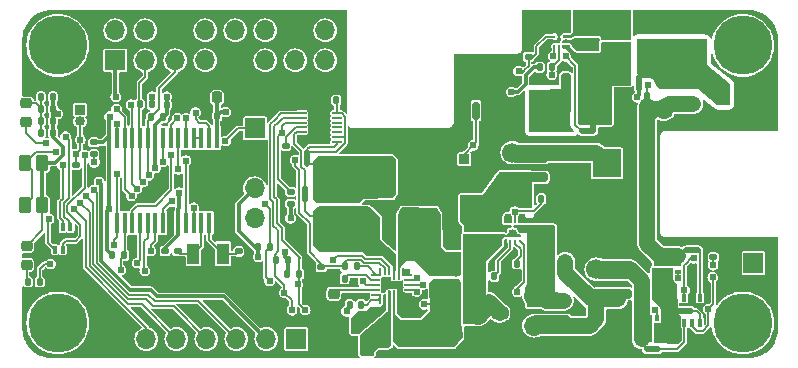
<source format=gbl>
%TF.GenerationSoftware,KiCad,Pcbnew,8.0.6*%
%TF.CreationDate,2024-11-01T16:23:12+09:00*%
%TF.ProjectId,powerups,706f7765-7275-4707-932e-6b696361645f,0.9.2*%
%TF.SameCoordinates,Original*%
%TF.FileFunction,Copper,L4,Bot*%
%TF.FilePolarity,Positive*%
%FSLAX46Y46*%
G04 Gerber Fmt 4.6, Leading zero omitted, Abs format (unit mm)*
G04 Created by KiCad (PCBNEW 8.0.6) date 2024-11-01 16:23:12*
%MOMM*%
%LPD*%
G01*
G04 APERTURE LIST*
G04 Aperture macros list*
%AMRoundRect*
0 Rectangle with rounded corners*
0 $1 Rounding radius*
0 $2 $3 $4 $5 $6 $7 $8 $9 X,Y pos of 4 corners*
0 Add a 4 corners polygon primitive as box body*
4,1,4,$2,$3,$4,$5,$6,$7,$8,$9,$2,$3,0*
0 Add four circle primitives for the rounded corners*
1,1,$1+$1,$2,$3*
1,1,$1+$1,$4,$5*
1,1,$1+$1,$6,$7*
1,1,$1+$1,$8,$9*
0 Add four rect primitives between the rounded corners*
20,1,$1+$1,$2,$3,$4,$5,0*
20,1,$1+$1,$4,$5,$6,$7,0*
20,1,$1+$1,$6,$7,$8,$9,0*
20,1,$1+$1,$8,$9,$2,$3,0*%
%AMFreePoly0*
4,1,33,2.048839,0.848839,2.052500,0.840000,2.052500,0.460000,2.048839,0.451161,2.040000,0.447500,1.692500,0.447500,1.692500,0.202500,2.040000,0.202500,2.048839,0.198839,2.052500,0.190000,2.052500,-0.190000,2.048839,-0.198839,2.040000,-0.202500,-0.240000,-0.202500,-0.246036,-0.200000,-0.250000,-0.200000,-0.250000,-0.196035,-0.252500,-0.190000,-0.252500,0.190000,-0.250000,0.196035,
-0.250000,0.200000,-0.246036,0.200000,-0.240000,0.202500,0.107500,0.202500,0.107500,0.447500,-0.240000,0.447500,-0.248839,0.451161,-0.252500,0.460000,-0.252500,0.840000,-0.248839,0.848839,-0.240000,0.852500,2.040000,0.852500,2.048839,0.848839,2.048839,0.848839,$1*%
G04 Aperture macros list end*
%TA.AperFunction,EtchedComponent*%
%ADD10C,0.000000*%
%TD*%
%TA.AperFunction,ComponentPad*%
%ADD11C,5.000000*%
%TD*%
%TA.AperFunction,ComponentPad*%
%ADD12R,1.700000X1.700000*%
%TD*%
%TA.AperFunction,ComponentPad*%
%ADD13O,1.700000X1.700000*%
%TD*%
%TA.AperFunction,SMDPad,CuDef*%
%ADD14R,0.350000X0.650000*%
%TD*%
%TA.AperFunction,ComponentPad*%
%ADD15R,2.400000X2.400000*%
%TD*%
%TA.AperFunction,ComponentPad*%
%ADD16C,2.400000*%
%TD*%
%TA.AperFunction,SMDPad,CuDef*%
%ADD17RoundRect,0.135000X-0.135000X-0.185000X0.135000X-0.185000X0.135000X0.185000X-0.135000X0.185000X0*%
%TD*%
%TA.AperFunction,SMDPad,CuDef*%
%ADD18C,0.500000*%
%TD*%
%TA.AperFunction,SMDPad,CuDef*%
%ADD19RoundRect,0.250000X0.250000X0.475000X-0.250000X0.475000X-0.250000X-0.475000X0.250000X-0.475000X0*%
%TD*%
%TA.AperFunction,SMDPad,CuDef*%
%ADD20RoundRect,0.135000X0.135000X0.185000X-0.135000X0.185000X-0.135000X-0.185000X0.135000X-0.185000X0*%
%TD*%
%TA.AperFunction,SMDPad,CuDef*%
%ADD21RoundRect,0.250000X0.275000X-0.450000X0.275000X0.450000X-0.275000X0.450000X-0.275000X-0.450000X0*%
%TD*%
%TA.AperFunction,SMDPad,CuDef*%
%ADD22C,0.250000*%
%TD*%
%TA.AperFunction,SMDPad,CuDef*%
%ADD23RoundRect,0.250000X0.475000X-0.250000X0.475000X0.250000X-0.475000X0.250000X-0.475000X-0.250000X0*%
%TD*%
%TA.AperFunction,SMDPad,CuDef*%
%ADD24RoundRect,0.050000X0.337500X0.050000X-0.337500X0.050000X-0.337500X-0.050000X0.337500X-0.050000X0*%
%TD*%
%TA.AperFunction,HeatsinkPad*%
%ADD25R,1.780000X2.350000*%
%TD*%
%TA.AperFunction,SMDPad,CuDef*%
%ADD26RoundRect,0.140000X-0.170000X0.140000X-0.170000X-0.140000X0.170000X-0.140000X0.170000X0.140000X0*%
%TD*%
%TA.AperFunction,SMDPad,CuDef*%
%ADD27R,0.400000X0.500000*%
%TD*%
%TA.AperFunction,SMDPad,CuDef*%
%ADD28FreePoly0,270.000000*%
%TD*%
%TA.AperFunction,SMDPad,CuDef*%
%ADD29R,0.285000X0.920000*%
%TD*%
%TA.AperFunction,ComponentPad*%
%ADD30C,1.700000*%
%TD*%
%TA.AperFunction,SMDPad,CuDef*%
%ADD31RoundRect,0.200000X-0.275000X0.200000X-0.275000X-0.200000X0.275000X-0.200000X0.275000X0.200000X0*%
%TD*%
%TA.AperFunction,SMDPad,CuDef*%
%ADD32RoundRect,0.200000X-1.235000X0.200000X-1.235000X-0.200000X1.235000X-0.200000X1.235000X0.200000X0*%
%TD*%
%TA.AperFunction,SMDPad,CuDef*%
%ADD33RoundRect,0.200000X-1.126250X0.200000X-1.126250X-0.200000X1.126250X-0.200000X1.126250X0.200000X0*%
%TD*%
%TA.AperFunction,SMDPad,CuDef*%
%ADD34RoundRect,0.135000X0.185000X-0.135000X0.185000X0.135000X-0.185000X0.135000X-0.185000X-0.135000X0*%
%TD*%
%TA.AperFunction,SMDPad,CuDef*%
%ADD35RoundRect,0.225000X0.250000X-0.225000X0.250000X0.225000X-0.250000X0.225000X-0.250000X-0.225000X0*%
%TD*%
%TA.AperFunction,ComponentPad*%
%ADD36R,0.850000X0.850000*%
%TD*%
%TA.AperFunction,ComponentPad*%
%ADD37O,0.850000X0.850000*%
%TD*%
%TA.AperFunction,SMDPad,CuDef*%
%ADD38RoundRect,0.225000X-0.225000X-0.250000X0.225000X-0.250000X0.225000X0.250000X-0.225000X0.250000X0*%
%TD*%
%TA.AperFunction,SMDPad,CuDef*%
%ADD39RoundRect,0.140000X0.140000X0.170000X-0.140000X0.170000X-0.140000X-0.170000X0.140000X-0.170000X0*%
%TD*%
%TA.AperFunction,SMDPad,CuDef*%
%ADD40RoundRect,0.100000X-0.100000X0.225000X-0.100000X-0.225000X0.100000X-0.225000X0.100000X0.225000X0*%
%TD*%
%TA.AperFunction,SMDPad,CuDef*%
%ADD41RoundRect,0.218750X0.256250X-0.218750X0.256250X0.218750X-0.256250X0.218750X-0.256250X-0.218750X0*%
%TD*%
%TA.AperFunction,SMDPad,CuDef*%
%ADD42R,0.450000X1.750000*%
%TD*%
%TA.AperFunction,SMDPad,CuDef*%
%ADD43RoundRect,0.200000X-0.200000X-0.275000X0.200000X-0.275000X0.200000X0.275000X-0.200000X0.275000X0*%
%TD*%
%TA.AperFunction,SMDPad,CuDef*%
%ADD44RoundRect,0.200000X-0.200000X-1.235000X0.200000X-1.235000X0.200000X1.235000X-0.200000X1.235000X0*%
%TD*%
%TA.AperFunction,SMDPad,CuDef*%
%ADD45RoundRect,0.200000X-0.200000X-1.126250X0.200000X-1.126250X0.200000X1.126250X-0.200000X1.126250X0*%
%TD*%
%TA.AperFunction,SMDPad,CuDef*%
%ADD46RoundRect,0.200000X0.275000X-0.200000X0.275000X0.200000X-0.275000X0.200000X-0.275000X-0.200000X0*%
%TD*%
%TA.AperFunction,SMDPad,CuDef*%
%ADD47RoundRect,0.140000X-0.140000X-0.170000X0.140000X-0.170000X0.140000X0.170000X-0.140000X0.170000X0*%
%TD*%
%TA.AperFunction,SMDPad,CuDef*%
%ADD48R,1.000000X1.800000*%
%TD*%
%TA.AperFunction,SMDPad,CuDef*%
%ADD49RoundRect,0.225000X-0.250000X0.225000X-0.250000X-0.225000X0.250000X-0.225000X0.250000X0.225000X0*%
%TD*%
%TA.AperFunction,SMDPad,CuDef*%
%ADD50RoundRect,0.225000X0.225000X0.250000X-0.225000X0.250000X-0.225000X-0.250000X0.225000X-0.250000X0*%
%TD*%
%TA.AperFunction,SMDPad,CuDef*%
%ADD51RoundRect,0.250000X-0.250000X-0.475000X0.250000X-0.475000X0.250000X0.475000X-0.250000X0.475000X0*%
%TD*%
%TA.AperFunction,SMDPad,CuDef*%
%ADD52RoundRect,0.140000X0.170000X-0.140000X0.170000X0.140000X-0.170000X0.140000X-0.170000X-0.140000X0*%
%TD*%
%TA.AperFunction,SMDPad,CuDef*%
%ADD53RoundRect,0.150000X-0.150000X-0.625000X0.150000X-0.625000X0.150000X0.625000X-0.150000X0.625000X0*%
%TD*%
%TA.AperFunction,SMDPad,CuDef*%
%ADD54RoundRect,0.250000X-0.475000X0.250000X-0.475000X-0.250000X0.475000X-0.250000X0.475000X0.250000X0*%
%TD*%
%TA.AperFunction,SMDPad,CuDef*%
%ADD55R,0.500000X0.400000*%
%TD*%
%TA.AperFunction,SMDPad,CuDef*%
%ADD56FreePoly0,180.000000*%
%TD*%
%TA.AperFunction,SMDPad,CuDef*%
%ADD57R,0.920000X0.285000*%
%TD*%
%TA.AperFunction,SMDPad,CuDef*%
%ADD58RoundRect,0.135000X-0.185000X0.135000X-0.185000X-0.135000X0.185000X-0.135000X0.185000X0.135000X0*%
%TD*%
%TA.AperFunction,SMDPad,CuDef*%
%ADD59RoundRect,0.250000X0.850000X-0.375000X0.850000X0.375000X-0.850000X0.375000X-0.850000X-0.375000X0*%
%TD*%
%TA.AperFunction,SMDPad,CuDef*%
%ADD60RoundRect,0.050000X-0.337500X-0.050000X0.337500X-0.050000X0.337500X0.050000X-0.337500X0.050000X0*%
%TD*%
%TA.AperFunction,SMDPad,CuDef*%
%ADD61RoundRect,0.050000X-0.050000X-0.300000X0.050000X-0.300000X0.050000X0.300000X-0.050000X0.300000X0*%
%TD*%
%TA.AperFunction,SMDPad,CuDef*%
%ADD62RoundRect,0.050000X-0.262500X-0.050000X0.262500X-0.050000X0.262500X0.050000X-0.262500X0.050000X0*%
%TD*%
%TA.AperFunction,SMDPad,CuDef*%
%ADD63RoundRect,0.050000X-0.050000X-0.259500X0.050000X-0.259500X0.050000X0.259500X-0.050000X0.259500X0*%
%TD*%
%TA.AperFunction,SMDPad,CuDef*%
%ADD64RoundRect,0.050000X-0.050000X-0.450000X0.050000X-0.450000X0.050000X0.450000X-0.050000X0.450000X0*%
%TD*%
%TA.AperFunction,SMDPad,CuDef*%
%ADD65RoundRect,0.050000X-0.362500X-0.050000X0.362500X-0.050000X0.362500X0.050000X-0.362500X0.050000X0*%
%TD*%
%TA.AperFunction,SMDPad,CuDef*%
%ADD66RoundRect,0.050000X-0.250000X-0.050000X0.250000X-0.050000X0.250000X0.050000X-0.250000X0.050000X0*%
%TD*%
%TA.AperFunction,ViaPad*%
%ADD67C,0.604800*%
%TD*%
%TA.AperFunction,Conductor*%
%ADD68C,0.152400*%
%TD*%
%TA.AperFunction,Conductor*%
%ADD69C,0.150000*%
%TD*%
%TA.AperFunction,Conductor*%
%ADD70C,0.203200*%
%TD*%
%TA.AperFunction,Conductor*%
%ADD71C,0.304800*%
%TD*%
%TA.AperFunction,Conductor*%
%ADD72C,1.371600*%
%TD*%
%TA.AperFunction,Conductor*%
%ADD73C,0.508000*%
%TD*%
G04 APERTURE END LIST*
D10*
%TA.AperFunction,EtchedComponent*%
%TO.C,NT2*%
G36*
X149140000Y-88950000D02*
G01*
X148640000Y-88950000D01*
X148640000Y-87950000D01*
X149140000Y-87950000D01*
X149140000Y-88950000D01*
G37*
%TD.AperFunction*%
%TA.AperFunction,EtchedComponent*%
%TO.C,NT1*%
G36*
X145050000Y-92770000D02*
G01*
X144050000Y-92770000D01*
X144050000Y-92270000D01*
X145050000Y-92270000D01*
X145050000Y-92770000D01*
G37*
%TD.AperFunction*%
%TA.AperFunction,EtchedComponent*%
%TO.C,NT4*%
G36*
X150550000Y-111240000D02*
G01*
X149550000Y-111240000D01*
X149550000Y-110740000D01*
X150550000Y-110740000D01*
X150550000Y-111240000D01*
G37*
%TD.AperFunction*%
%TA.AperFunction,EtchedComponent*%
%TO.C,NT6*%
G36*
X120870000Y-98370000D02*
G01*
X120370000Y-98370000D01*
X120370000Y-97370000D01*
X120870000Y-97370000D01*
X120870000Y-98370000D01*
G37*
%TD.AperFunction*%
%TA.AperFunction,EtchedComponent*%
%TO.C,NT8*%
G36*
X149860000Y-90440000D02*
G01*
X149360000Y-90440000D01*
X149360000Y-89440000D01*
X149860000Y-89440000D01*
X149860000Y-90440000D01*
G37*
%TD.AperFunction*%
%TA.AperFunction,EtchedComponent*%
%TO.C,NT7*%
G36*
X121080000Y-95310000D02*
G01*
X120580000Y-95310000D01*
X120580000Y-94310000D01*
X121080000Y-94310000D01*
X121080000Y-95310000D01*
G37*
%TD.AperFunction*%
%TA.AperFunction,EtchedComponent*%
%TO.C,NT3*%
G36*
X153900000Y-102870000D02*
G01*
X152900000Y-102870000D01*
X152900000Y-102370000D01*
X153900000Y-102370000D01*
X153900000Y-102870000D01*
G37*
%TD.AperFunction*%
%TA.AperFunction,EtchedComponent*%
%TO.C,NT5*%
G36*
X153300000Y-108020000D02*
G01*
X152300000Y-108020000D01*
X152300000Y-107520000D01*
X153300000Y-107520000D01*
X153300000Y-108020000D01*
G37*
%TD.AperFunction*%
%TD*%
D11*
%TO.P,H1,1,1*%
%TO.N,unconnected-(H1-Pad1)*%
X99690000Y-85280000D03*
%TD*%
%TO.P,H2,1,1*%
%TO.N,unconnected-(H2-Pad1)*%
X157690000Y-85280000D03*
%TD*%
%TO.P,H4,1,1*%
%TO.N,unconnected-(H4-Pad1)*%
X157690000Y-108780000D03*
%TD*%
%TO.P,H3,1,1*%
%TO.N,unconnected-(H3-Pad1)*%
X99690000Y-108780000D03*
%TD*%
D12*
%TO.P,CONN4,1,Pin_1*%
%TO.N,+3.3V*%
X104565000Y-86550000D03*
D13*
%TO.P,CONN4,2,Pin_2*%
%TO.N,+5V*%
X104565000Y-84010000D03*
%TO.P,CONN4,3,Pin_3*%
%TO.N,/SDA*%
X107105000Y-86550000D03*
%TO.P,CONN4,4,Pin_4*%
%TO.N,+5V*%
X107105000Y-84010000D03*
%TO.P,CONN4,5,Pin_5*%
%TO.N,/SCL*%
X109645000Y-86550000D03*
%TO.P,CONN4,6,Pin_6*%
%TO.N,GND*%
X109645000Y-84010000D03*
%TO.P,CONN4,7,Pin_7*%
%TO.N,unconnected-(CONN4-Pin_7-Pad7)*%
X112185000Y-86550000D03*
%TO.P,CONN4,8,Pin_8*%
%TO.N,unconnected-(CONN4-Pin_8-Pad8)*%
X112185000Y-84010000D03*
%TO.P,CONN4,9,Pin_9*%
%TO.N,GND*%
X114725000Y-86550000D03*
%TO.P,CONN4,10,Pin_10*%
%TO.N,unconnected-(CONN4-Pin_10-Pad10)*%
X114725000Y-84010000D03*
%TO.P,CONN4,11,Pin_11*%
%TO.N,/IO1*%
X117265000Y-86550000D03*
%TO.P,CONN4,12,Pin_12*%
%TO.N,unconnected-(CONN4-Pin_12-Pad12)*%
X117265000Y-84010000D03*
%TO.P,CONN4,13,Pin_13*%
%TO.N,unconnected-(CONN4-Pin_13-Pad13)*%
X119805000Y-86550000D03*
%TO.P,CONN4,14,Pin_14*%
%TO.N,GND*%
X119805000Y-84010000D03*
%TO.P,CONN4,15,Pin_15*%
%TO.N,unconnected-(CONN4-Pin_15-Pad15)*%
X122345000Y-86550000D03*
%TO.P,CONN4,16,Pin_16*%
%TO.N,/IO2*%
X122345000Y-84010000D03*
%TD*%
D12*
%TO.P,CONN3,1,Pin_1*%
%TO.N,+5V*%
X119890000Y-110140000D03*
D13*
%TO.P,CONN3,2,Pin_2*%
%TO.N,+3.3V*%
X117350000Y-110140000D03*
%TO.P,CONN3,3,Pin_3*%
%TO.N,/SCL*%
X114810000Y-110140000D03*
%TO.P,CONN3,4,Pin_4*%
%TO.N,/SDA*%
X112270000Y-110140000D03*
%TO.P,CONN3,5,Pin_5*%
%TO.N,/IO1*%
X109730000Y-110140000D03*
%TO.P,CONN3,6,Pin_6*%
%TO.N,/IO2*%
X107190000Y-110140000D03*
%TO.P,CONN3,7,Pin_7*%
%TO.N,GND*%
X104650000Y-110140000D03*
%TD*%
D12*
%TO.P,CONN5,1,Pin_1*%
%TO.N,Net-(CONN5-Pin_1)*%
X116380000Y-92300000D03*
D13*
%TO.P,CONN5,2,Pin_2*%
%TO.N,GND*%
X116380000Y-94840000D03*
%TO.P,CONN5,3,Pin_3*%
%TO.N,VCC*%
X116380000Y-97380000D03*
%TO.P,CONN5,4,Pin_4*%
%TO.N,Net-(CONN5-Pin_4)*%
X116380000Y-99920000D03*
%TD*%
D14*
%TO.P,U5,1,S*%
%TO.N,Net-(U5-S)*%
X154052500Y-108757500D03*
%TO.P,U5,2,G*%
%TO.N,Net-(Q2-G)*%
X153402500Y-108757500D03*
%TO.P,U5,3,D*%
%TO.N,Net-(U5-D)*%
X152752500Y-108757500D03*
%TO.P,U5,4,EN*%
%TO.N,/5V_EN*%
X152752500Y-106657500D03*
%TO.P,U5,5,GND*%
%TO.N,GND*%
X153402500Y-106657500D03*
%TO.P,U5,6,IN*%
%TO.N,Net-(U5-IN)*%
X154052500Y-106657500D03*
%TD*%
D15*
%TO.P,CONN1,1,Pin_1*%
%TO.N,Net-(CONN1-Pin_1)*%
X126940000Y-96800000D03*
D16*
%TO.P,CONN1,2,Pin_2*%
%TO.N,GND*%
X130440000Y-96800000D03*
%TD*%
D17*
%TO.P,R27,1*%
%TO.N,Net-(LED2-K)*%
X97140000Y-105300000D03*
%TO.P,R27,2*%
%TO.N,Net-(U6-STAT)*%
X98160000Y-105300000D03*
%TD*%
D18*
%TO.P,NT2,1,1*%
%TO.N,Net-(C1-Pad1)*%
X148890000Y-87950000D03*
%TO.P,NT2,2,2*%
%TO.N,VCC*%
X148890000Y-88950000D03*
%TD*%
D19*
%TO.P,C13,1*%
%TO.N,Net-(U6-PMID)*%
X125820000Y-110730000D03*
%TO.P,C13,2*%
%TO.N,GND*%
X123920000Y-110730000D03*
%TD*%
D20*
%TO.P,R19,1*%
%TO.N,+3.3V*%
X107660000Y-90270000D03*
%TO.P,R19,2*%
%TO.N,/SDA*%
X106640000Y-90270000D03*
%TD*%
D21*
%TO.P,BTN1,1,1*%
%TO.N,VCC*%
X98375000Y-98830000D03*
X98375000Y-95230000D03*
%TO.P,BTN1,2,2*%
%TO.N,/BTN*%
X96935000Y-98830000D03*
X96935000Y-95230000D03*
%TD*%
D22*
%TO.P,U1,A1,PR1*%
%TO.N,GND*%
X138800000Y-100220000D03*
%TO.P,U1,A2,OV1*%
%TO.N,/5V_DIS*%
X138400000Y-100220000D03*
%TO.P,U1,A3,OV2*%
%TO.N,GND*%
X138000000Y-100220000D03*
%TO.P,U1,A4,SEL*%
X137600000Y-100220000D03*
%TO.P,U1,B1,IN1*%
%TO.N,Net-(R4-Pad1)*%
X138800000Y-100620000D03*
%TO.P,U1,B2,IN1*%
X138400000Y-100620000D03*
%TO.P,U1,B3,IN2*%
%TO.N,Net-(C2-Pad1)*%
X138000000Y-100620000D03*
%TO.P,U1,B4,IN2*%
X137600000Y-100620000D03*
%TO.P,U1,C1,IN1*%
%TO.N,Net-(R4-Pad1)*%
X138800000Y-101020000D03*
%TO.P,U1,C2,OUT*%
%TO.N,/bq25622e/VIN*%
X138400000Y-101020000D03*
%TO.P,U1,C3,OUT*%
X138000000Y-101020000D03*
%TO.P,U1,C4,IN2*%
%TO.N,Net-(C2-Pad1)*%
X137600000Y-101020000D03*
%TO.P,U1,D1,OUT*%
%TO.N,/bq25622e/VIN*%
X138800000Y-101420000D03*
%TO.P,U1,D2,OUT*%
X138400000Y-101420000D03*
%TO.P,U1,D3,OUT*%
X138000000Y-101420000D03*
%TO.P,U1,D4,OUT*%
X137600000Y-101420000D03*
%TO.P,U1,E1,ST*%
%TO.N,/ST*%
X138800000Y-101820000D03*
%TO.P,U1,E2,ILIM*%
%TO.N,Net-(U1-ILIM)*%
X138400000Y-101820000D03*
%TO.P,U1,E3,SS*%
%TO.N,Net-(U1-SS)*%
X138000000Y-101820000D03*
%TO.P,U1,E4,GND*%
%TO.N,GND*%
X137600000Y-101820000D03*
%TD*%
D23*
%TO.P,C2,1*%
%TO.N,Net-(C2-Pad1)*%
X135030000Y-98850000D03*
%TO.P,C2,2*%
%TO.N,GND*%
X135030000Y-96950000D03*
%TD*%
D24*
%TO.P,U7,1,TH*%
%TO.N,/max17260/BAT_IN*%
X123312500Y-91030000D03*
%TO.P,U7,2,NC*%
%TO.N,unconnected-(U7-NC-Pad2)*%
X123312500Y-91430000D03*
%TO.P,U7,3,NC*%
%TO.N,unconnected-(U7-NC-Pad3)*%
X123312500Y-91830000D03*
%TO.P,U7,4,NC*%
%TO.N,unconnected-(U7-NC-Pad4)*%
X123312500Y-92230000D03*
%TO.P,U7,5,NC*%
%TO.N,unconnected-(U7-NC-Pad5)*%
X123312500Y-92630000D03*
%TO.P,U7,6,BATT*%
%TO.N,/max17260/BAT_IN*%
X123312500Y-93030000D03*
%TO.P,U7,7,CSN*%
X123312500Y-93430000D03*
%TO.P,U7,8,GND*%
%TO.N,GND*%
X120337500Y-93430000D03*
%TO.P,U7,9,CSPL*%
X120337500Y-93030000D03*
%TO.P,U7,10,CSPH*%
%TO.N,/max17260/BAT_OUT*%
X120337500Y-92630000D03*
%TO.P,U7,11,REG*%
%TO.N,Net-(U7-REG)*%
X120337500Y-92230000D03*
%TO.P,U7,12,ALRT*%
%TO.N,/ALARM*%
X120337500Y-91830000D03*
%TO.P,U7,13,SDA*%
%TO.N,/SDA0*%
X120337500Y-91430000D03*
%TO.P,U7,14,SCL*%
%TO.N,/SCL0*%
X120337500Y-91030000D03*
D25*
%TO.P,U7,15,EP*%
%TO.N,GND*%
X121825000Y-92230000D03*
%TD*%
D18*
%TO.P,NT1,1,1*%
%TO.N,Net-(U3-EN)*%
X144050000Y-92520000D03*
%TO.P,NT1,2,2*%
%TO.N,Net-(C6-Pad1)*%
X145050000Y-92520000D03*
%TD*%
D26*
%TO.P,C5,1*%
%TO.N,Net-(U4-XTAL32K2{slash}PF1)*%
X109850000Y-102700000D03*
%TO.P,C5,2*%
%TO.N,GND*%
X109850000Y-103660000D03*
%TD*%
D27*
%TO.P,Q3,1,G*%
%TO.N,Net-(Q2-G)*%
X150440000Y-108370000D03*
%TO.P,Q3,2,D*%
%TO.N,Net-(Q3-D)*%
X149790000Y-108370000D03*
D28*
X149140000Y-108370000D03*
D27*
X149790000Y-110170000D03*
X149140000Y-110170000D03*
D29*
%TO.P,Q3,3,S*%
%TO.N,Net-(Q2-S)*%
X150440000Y-109270000D03*
D27*
X150440000Y-110170000D03*
%TD*%
D30*
%TO.P,R4,1*%
%TO.N,Net-(R4-Pad1)*%
X140020000Y-106470000D03*
D31*
X142550000Y-106895000D03*
D32*
X141467500Y-106900000D03*
D31*
%TO.P,R4,2*%
%TO.N,+5V*%
X142550000Y-108545000D03*
D33*
X141223750Y-108545000D03*
D13*
X140020000Y-109010000D03*
%TD*%
D34*
%TO.P,R30,1*%
%TO.N,VCC*%
X119410000Y-98700000D03*
%TO.P,R30,2*%
%TO.N,/ALARM*%
X119410000Y-97680000D03*
%TD*%
D35*
%TO.P,C17,1*%
%TO.N,GND*%
X123070000Y-107860000D03*
%TO.P,C17,2*%
%TO.N,Net-(U6-REGN)*%
X123070000Y-106310000D03*
%TD*%
D20*
%TO.P,R6,1*%
%TO.N,Net-(U1-ILIM)*%
X138580000Y-103760000D03*
%TO.P,R6,2*%
%TO.N,GND*%
X137560000Y-103760000D03*
%TD*%
D15*
%TO.P,CONN7,1,Pin_1*%
%TO.N,Net-(CONN7-Pin_1)*%
X146190000Y-95275000D03*
D16*
%TO.P,CONN7,2,Pin_2*%
%TO.N,GND*%
X146190000Y-98775000D03*
%TD*%
D36*
%TO.P,CONN2,1,Pin_1*%
%TO.N,VCC*%
X101580000Y-90720000D03*
D37*
%TO.P,CONN2,2,Pin_2*%
%TO.N,/BTN*%
X101580000Y-91720000D03*
%TD*%
D35*
%TO.P,C11,1*%
%TO.N,+5V*%
X142660000Y-103620000D03*
%TO.P,C11,2*%
%TO.N,GND*%
X142660000Y-102070000D03*
%TD*%
D38*
%TO.P,C21,1*%
%TO.N,GND*%
X111630000Y-89680000D03*
%TO.P,C21,2*%
%TO.N,VCC*%
X113180000Y-89680000D03*
%TD*%
D34*
%TO.P,R15,1*%
%TO.N,/5V_BYP*%
X139550000Y-86260000D03*
%TO.P,R15,2*%
%TO.N,GND*%
X139550000Y-85240000D03*
%TD*%
D39*
%TO.P,C14,1*%
%TO.N,/bq25622e/VIN*%
X124910000Y-109130000D03*
%TO.P,C14,2*%
%TO.N,GND*%
X123950000Y-109130000D03*
%TD*%
D40*
%TO.P,Q1,1,S*%
%TO.N,GND*%
X99460000Y-100670000D03*
%TO.P,Q1,2,G*%
%TO.N,/BTN*%
X100110000Y-100670000D03*
%TO.P,Q1,3,D*%
%TO.N,Net-(LED1-K)*%
X100760000Y-100670000D03*
%TO.P,Q1,4,S*%
%TO.N,GND*%
X100760000Y-102570000D03*
%TO.P,Q1,5,G*%
%TO.N,/LED*%
X100110000Y-102570000D03*
%TO.P,Q1,6,D*%
%TO.N,/QON*%
X99460000Y-102570000D03*
%TD*%
D17*
%TO.P,R26,1*%
%TO.N,VCC*%
X104290000Y-103060000D03*
%TO.P,R26,2*%
%TO.N,/INT*%
X105310000Y-103060000D03*
%TD*%
D41*
%TO.P,LED2,1,K*%
%TO.N,Net-(LED2-K)*%
X97050000Y-103850000D03*
%TO.P,LED2,2,A*%
%TO.N,VCC*%
X97050000Y-102275000D03*
%TD*%
%TO.P,LED1,1,K*%
%TO.N,Net-(LED1-K)*%
X97020000Y-91777500D03*
%TO.P,LED1,2,A*%
%TO.N,Net-(LED1-A)*%
X97020000Y-90202500D03*
%TD*%
D17*
%TO.P,R14,1*%
%TO.N,VCC*%
X140500000Y-87140000D03*
%TO.P,R14,2*%
%TO.N,/5V_PG*%
X141520000Y-87140000D03*
%TD*%
%TO.P,R11,1*%
%TO.N,GND*%
X122950000Y-105020000D03*
%TO.P,R11,2*%
%TO.N,/bq25622e/ILIM*%
X123970000Y-105020000D03*
%TD*%
D18*
%TO.P,NT4,1,1*%
%TO.N,Net-(Q3-D)*%
X149550000Y-110990000D03*
%TO.P,NT4,2,2*%
%TO.N,Net-(U5-D)*%
X150550000Y-110990000D03*
%TD*%
D39*
%TO.P,C19,1*%
%TO.N,/max17260/BAT_IN*%
X123270000Y-89930000D03*
%TO.P,C19,2*%
%TO.N,GND*%
X122310000Y-89930000D03*
%TD*%
D18*
%TO.P,NT6,1,1*%
%TO.N,/bq25622e/VBAT*%
X120620000Y-98370000D03*
%TO.P,NT6,2,2*%
%TO.N,/max17260/BAT_OUT*%
X120620000Y-97370000D03*
%TD*%
D42*
%TO.P,U4,1,PA7*%
%TO.N,/ALARM*%
X104700000Y-93100000D03*
%TO.P,U4,2,PC0*%
%TO.N,/IO2*%
X105350000Y-93100000D03*
%TO.P,U4,3,PC1*%
%TO.N,/IO1*%
X106000000Y-93100000D03*
%TO.P,U4,4,PC2*%
%TO.N,/SDA*%
X106650000Y-93100000D03*
%TO.P,U4,5,PC3*%
%TO.N,/SCL*%
X107300000Y-93100000D03*
%TO.P,U4,6,VDDIO2*%
%TO.N,+3.3V*%
X107950000Y-93100000D03*
%TO.P,U4,7,PD1*%
%TO.N,/LED*%
X108600000Y-93100000D03*
%TO.P,U4,8,PD2*%
%TO.N,/5V_BYP*%
X109250000Y-93100000D03*
%TO.P,U4,9,PD3*%
%TO.N,/5V_DIS*%
X109900000Y-93100000D03*
%TO.P,U4,10,PD4*%
%TO.N,/5V_OUT*%
X110550000Y-93100000D03*
%TO.P,U4,11,PD5*%
%TO.N,/OPAMP_OUT*%
X111200000Y-93100000D03*
%TO.P,U4,12,PD6*%
X111850000Y-93100000D03*
%TO.P,U4,13,VREFA/PD7*%
%TO.N,/5V_PG*%
X112500000Y-93100000D03*
%TO.P,U4,14,AVDD*%
%TO.N,VCC*%
X113150000Y-93100000D03*
%TO.P,U4,15,GND*%
%TO.N,GND*%
X113150000Y-100300000D03*
%TO.P,U4,16,XTAL32K1/PF0*%
%TO.N,Net-(U4-XTAL32K1{slash}PF0)*%
X112500000Y-100300000D03*
%TO.P,U4,17,XTAL32K2/PF1*%
%TO.N,Net-(U4-XTAL32K2{slash}PF1)*%
X111850000Y-100300000D03*
%TO.P,U4,18,~{RESET}/PF6*%
%TO.N,Net-(CONN5-Pin_4)*%
X111200000Y-100300000D03*
%TO.P,U4,19,UPDI*%
%TO.N,Net-(CONN5-Pin_1)*%
X110550000Y-100300000D03*
%TO.P,U4,20,VDD*%
%TO.N,VCC*%
X109900000Y-100300000D03*
%TO.P,U4,21,GND*%
%TO.N,GND*%
X109250000Y-100300000D03*
%TO.P,U4,22,PA0/XTALHF1*%
%TO.N,/PG*%
X108600000Y-100300000D03*
%TO.P,U4,23,PA1/XTALHF2*%
%TO.N,/5V_EN*%
X107950000Y-100300000D03*
%TO.P,U4,24,PA2*%
%TO.N,/SDA0*%
X107300000Y-100300000D03*
%TO.P,U4,25,PA3*%
%TO.N,/SCL0*%
X106650000Y-100300000D03*
%TO.P,U4,26,PA4*%
%TO.N,/BTN*%
X106000000Y-100300000D03*
%TO.P,U4,27,PA5*%
%TO.N,/INT*%
X105350000Y-100300000D03*
%TO.P,U4,28,PA6*%
%TO.N,/ST*%
X104700000Y-100300000D03*
%TD*%
D17*
%TO.P,R28,1*%
%TO.N,/bq25622e/TS*%
X123970000Y-103980000D03*
%TO.P,R28,2*%
%TO.N,Net-(U6-TS_BIAS)*%
X124990000Y-103980000D03*
%TD*%
D30*
%TO.P,R13,1*%
%TO.N,/bq25622e/VSYS*%
X142270000Y-90640000D03*
D43*
X142695000Y-88110000D03*
D44*
X142700000Y-89192500D03*
D43*
%TO.P,R13,2*%
%TO.N,Net-(C6-Pad1)*%
X144345000Y-88110000D03*
D45*
X144345000Y-89436250D03*
D13*
X144810000Y-90640000D03*
%TD*%
D30*
%TO.P,R5,1*%
%TO.N,Net-(CONN7-Pin_1)*%
X138170000Y-94360000D03*
D31*
X140700000Y-94785000D03*
D32*
X139617500Y-94790000D03*
D31*
%TO.P,R5,2*%
%TO.N,Net-(C2-Pad1)*%
X140700000Y-96435000D03*
D33*
X139373750Y-96435000D03*
D13*
X138170000Y-96900000D03*
%TD*%
D46*
%TO.P,R12,1*%
%TO.N,/bq25622e/VBAT*%
X123620000Y-99750000D03*
%TO.P,R12,2*%
%TO.N,Net-(CONN1-Pin_1)*%
X123620000Y-98100000D03*
%TD*%
D30*
%TO.P,R24,1*%
%TO.N,Net-(Q3-D)*%
X145286250Y-104245000D03*
D31*
X147816250Y-104670000D03*
D32*
X146733750Y-104675000D03*
D31*
%TO.P,R24,2*%
%TO.N,+5V*%
X147816250Y-106320000D03*
D33*
X146490000Y-106320000D03*
D13*
X145286250Y-106785000D03*
%TD*%
D20*
%TO.P,R7,1*%
%TO.N,VCC*%
X99290000Y-90660000D03*
%TO.P,R7,2*%
%TO.N,Net-(LED1-A)*%
X98270000Y-90660000D03*
%TD*%
D47*
%TO.P,C9,1*%
%TO.N,Net-(U1-SS)*%
X136640000Y-104840000D03*
%TO.P,C9,2*%
%TO.N,GND*%
X137600000Y-104840000D03*
%TD*%
D18*
%TO.P,NT8,1,1*%
%TO.N,/5V_OUT*%
X149610000Y-89440000D03*
%TO.P,NT8,2,2*%
%TO.N,Net-(Q2-D)*%
X149610000Y-90440000D03*
%TD*%
D17*
%TO.P,R25,1*%
%TO.N,VCC*%
X116650000Y-102370000D03*
%TO.P,R25,2*%
%TO.N,/PG*%
X117670000Y-102370000D03*
%TD*%
D48*
%TO.P,Y1,1,1*%
%TO.N,Net-(U4-XTAL32K2{slash}PF1)*%
X111180000Y-102920000D03*
%TO.P,Y1,2,2*%
%TO.N,Net-(U4-XTAL32K1{slash}PF0)*%
X113680000Y-102920000D03*
%TD*%
D12*
%TO.P,TP1,1,1*%
%TO.N,Net-(Q2-G)*%
X158590000Y-103700000D03*
%TD*%
D47*
%TO.P,C10,1*%
%TO.N,+3.3V*%
X108930000Y-90300000D03*
%TO.P,C10,2*%
%TO.N,GND*%
X109890000Y-90300000D03*
%TD*%
D49*
%TO.P,C6,1*%
%TO.N,Net-(C6-Pad1)*%
X147540000Y-88040000D03*
%TO.P,C6,2*%
%TO.N,GND*%
X147540000Y-89590000D03*
%TD*%
D22*
%TO.P,U3,A1,EN*%
%TO.N,Net-(U3-EN)*%
X141735000Y-85335000D03*
%TO.P,U3,A2,PG*%
%TO.N,/5V_PG*%
X142135000Y-85335000D03*
%TO.P,U3,A3,VIN*%
%TO.N,Net-(C6-Pad1)*%
X142535000Y-85335000D03*
%TO.P,U3,A4,VIN*%
X142935000Y-85335000D03*
%TO.P,U3,B1,VSEL*%
%TO.N,GND*%
X141735000Y-84935000D03*
%TO.P,U3,B2,NC*%
X142135000Y-84935000D03*
%TO.P,U3,B3,VOUT*%
%TO.N,Net-(C1-Pad1)*%
X142535000Y-84935000D03*
%TO.P,U3,B4,VOUT*%
X142935000Y-84935000D03*
%TO.P,U3,C1,~{BYP}*%
%TO.N,/5V_BYP*%
X141735000Y-84535000D03*
%TO.P,U3,C2,NC*%
%TO.N,GND*%
X142135000Y-84535000D03*
%TO.P,U3,C3,SW*%
%TO.N,Net-(L1-Pad2)*%
X142535000Y-84535000D03*
%TO.P,U3,C4,SW*%
X142935000Y-84535000D03*
%TO.P,U3,D1,AGND*%
%TO.N,GND*%
X141735000Y-84135000D03*
%TO.P,U3,D2,GND*%
X142135000Y-84135000D03*
%TO.P,U3,D3,GND*%
X142535000Y-84135000D03*
%TO.P,U3,D4,GND*%
X142935000Y-84135000D03*
%TD*%
D23*
%TO.P,C7,1*%
%TO.N,Net-(C1-Pad1)*%
X149950000Y-85260000D03*
%TO.P,C7,2*%
%TO.N,GND*%
X149950000Y-83360000D03*
%TD*%
D50*
%TO.P,C15,1*%
%TO.N,GND*%
X127725000Y-101310000D03*
%TO.P,C15,2*%
%TO.N,/bq25622e/VBAT*%
X126175000Y-101310000D03*
%TD*%
D18*
%TO.P,NT7,1,1*%
%TO.N,/max17260/BAT_IN*%
X120830000Y-94310000D03*
%TO.P,NT7,2,2*%
%TO.N,Net-(CONN1-Pin_1)*%
X120830000Y-95310000D03*
%TD*%
%TO.P,NT3,1,1*%
%TO.N,Net-(U5-IN)*%
X153900000Y-102620000D03*
%TO.P,NT3,2,2*%
%TO.N,Net-(Q2-D)*%
X152900000Y-102620000D03*
%TD*%
D47*
%TO.P,C22,1*%
%TO.N,GND*%
X112220000Y-91230000D03*
%TO.P,C22,2*%
%TO.N,VCC*%
X113180000Y-91230000D03*
%TD*%
D51*
%TO.P,C1,1*%
%TO.N,Net-(C1-Pad1)*%
X155980000Y-89500000D03*
%TO.P,C1,2*%
%TO.N,GND*%
X157880000Y-89500000D03*
%TD*%
D52*
%TO.P,C23,1*%
%TO.N,GND*%
X108780000Y-103650000D03*
%TO.P,C23,2*%
%TO.N,VCC*%
X108780000Y-102690000D03*
%TD*%
D30*
%TO.P,R18,1*%
%TO.N,Net-(C1-Pad1)*%
X150986250Y-88155000D03*
D31*
X153516250Y-88580000D03*
D32*
X152433750Y-88585000D03*
D31*
%TO.P,R18,2*%
%TO.N,Net-(Q2-D)*%
X153516250Y-90230000D03*
D33*
X152190000Y-90230000D03*
D13*
X150986250Y-90695000D03*
%TD*%
D53*
%TO.P,CONN6,1,Pin_1*%
%TO.N,/bq25622e/TS*%
X135110000Y-90815000D03*
%TO.P,CONN6,2,Pin_2*%
%TO.N,GND*%
X136110000Y-90815000D03*
%TD*%
D54*
%TO.P,C3,1*%
%TO.N,/bq25622e/VIN*%
X137100000Y-107920000D03*
%TO.P,C3,2*%
%TO.N,GND*%
X137100000Y-109820000D03*
%TD*%
D55*
%TO.P,Q2,1,G*%
%TO.N,Net-(Q2-G)*%
X152190000Y-104440000D03*
%TO.P,Q2,2,D*%
%TO.N,Net-(Q2-D)*%
X152190000Y-103790000D03*
D56*
X152190000Y-103140000D03*
D55*
X150390000Y-103790000D03*
X150390000Y-103140000D03*
D57*
%TO.P,Q2,3,S*%
%TO.N,Net-(Q2-S)*%
X151290000Y-104440000D03*
D55*
X150390000Y-104440000D03*
%TD*%
D47*
%TO.P,C16,1*%
%TO.N,Net-(U6-SW)*%
X124410000Y-107240000D03*
%TO.P,C16,2*%
%TO.N,Net-(U6-BTST)*%
X125370000Y-107240000D03*
%TD*%
D26*
%TO.P,C20,1*%
%TO.N,Net-(U7-REG)*%
X119000000Y-93790000D03*
%TO.P,C20,2*%
%TO.N,GND*%
X119000000Y-94750000D03*
%TD*%
D58*
%TO.P,R23,1*%
%TO.N,GND*%
X155210000Y-102210000D03*
%TO.P,R23,2*%
%TO.N,/5V_EN*%
X155210000Y-103230000D03*
%TD*%
D20*
%TO.P,R21,1*%
%TO.N,+3.3V*%
X108630000Y-91360000D03*
%TO.P,R21,2*%
%TO.N,/SCL*%
X107610000Y-91360000D03*
%TD*%
D34*
%TO.P,R29,1*%
%TO.N,GND*%
X121990000Y-105080000D03*
%TO.P,R29,2*%
%TO.N,/bq25622e/TS*%
X121990000Y-104060000D03*
%TD*%
D26*
%TO.P,C12,1*%
%TO.N,Net-(U6-PMID)*%
X127210000Y-110510000D03*
%TO.P,C12,2*%
%TO.N,GND*%
X127210000Y-111470000D03*
%TD*%
D59*
%TO.P,L2,1,1*%
%TO.N,Net-(U6-SW)*%
X132600000Y-105970000D03*
%TO.P,L2,2,2*%
%TO.N,/bq25622e/VSYS*%
X132600000Y-103820000D03*
%TD*%
D20*
%TO.P,R10,1*%
%TO.N,VCC*%
X99290000Y-92660000D03*
%TO.P,R10,2*%
%TO.N,Net-(LED1-A)*%
X98270000Y-92660000D03*
%TD*%
%TO.P,R22,1*%
%TO.N,VCC*%
X119150000Y-103430000D03*
%TO.P,R22,2*%
%TO.N,/SCL0*%
X118130000Y-103430000D03*
%TD*%
D51*
%TO.P,C18,1*%
%TO.N,/bq25622e/VSYS*%
X131310000Y-101460000D03*
%TO.P,C18,2*%
%TO.N,GND*%
X133210000Y-101460000D03*
%TD*%
D18*
%TO.P,NT5,1,1*%
%TO.N,Net-(Q2-S)*%
X152300000Y-107770000D03*
%TO.P,NT5,2,2*%
%TO.N,Net-(U5-S)*%
X153300000Y-107770000D03*
%TD*%
D23*
%TO.P,C8,1*%
%TO.N,Net-(C1-Pad1)*%
X153010000Y-85260000D03*
%TO.P,C8,2*%
%TO.N,GND*%
X153010000Y-83360000D03*
%TD*%
D46*
%TO.P,R17,1*%
%TO.N,/bq25622e/VBAT*%
X122020000Y-99745000D03*
%TO.P,R17,2*%
%TO.N,Net-(CONN1-Pin_1)*%
X122020000Y-98095000D03*
%TD*%
D36*
%TO.P,CONN8,1,Pin_1*%
%TO.N,/bq25622e/TS*%
X134110000Y-94920000D03*
D37*
%TO.P,CONN8,2,Pin_2*%
%TO.N,GND*%
X135110000Y-94920000D03*
%TD*%
D17*
%TO.P,R1,1*%
%TO.N,/5V_DIS*%
X140620000Y-98280000D03*
%TO.P,R1,2*%
%TO.N,GND*%
X141640000Y-98280000D03*
%TD*%
D52*
%TO.P,C4,1*%
%TO.N,GND*%
X115000000Y-103690000D03*
%TO.P,C4,2*%
%TO.N,Net-(U4-XTAL32K1{slash}PF0)*%
X115000000Y-102730000D03*
%TD*%
D17*
%TO.P,R20,1*%
%TO.N,VCC*%
X119130000Y-104640000D03*
%TO.P,R20,2*%
%TO.N,/SDA0*%
X120150000Y-104640000D03*
%TD*%
D20*
%TO.P,R8,1*%
%TO.N,VCC*%
X99290000Y-91680000D03*
%TO.P,R8,2*%
%TO.N,Net-(LED1-A)*%
X98270000Y-91680000D03*
%TD*%
D58*
%TO.P,R2,1*%
%TO.N,VCC*%
X102750000Y-93500000D03*
%TO.P,R2,2*%
%TO.N,/ST*%
X102750000Y-94520000D03*
%TD*%
D60*
%TO.P,U6,1,BTST*%
%TO.N,Net-(U6-BTST)*%
X126672000Y-106420000D03*
D61*
X126960000Y-106670000D03*
D62*
%TO.P,U6,2,REGN*%
%TO.N,Net-(U6-REGN)*%
X126597000Y-105963000D03*
%TO.P,U6,3,PMID_GD*%
%TO.N,/PG*%
X126597000Y-105563000D03*
%TO.P,U6,4,ILIM*%
%TO.N,/bq25622e/ILIM*%
X126597000Y-105163000D03*
D60*
%TO.P,U6,5,TS_BIAS*%
%TO.N,Net-(U6-TS_BIAS)*%
X126672000Y-104720000D03*
D61*
X126960000Y-104470000D03*
D63*
%TO.P,U6,6,TS*%
%TO.N,/bq25622e/TS*%
X127360000Y-104420000D03*
%TO.P,U6,7,~{QON}*%
%TO.N,/QON*%
X127760000Y-104420000D03*
D64*
%TO.P,U6,8,BAT*%
%TO.N,/bq25622e/VBAT*%
X128160000Y-104610000D03*
%TO.P,U6,9,SYS*%
%TO.N,/bq25622e/VSYS*%
X128560000Y-104610000D03*
D61*
%TO.P,U6,10,STAT*%
%TO.N,Net-(U6-STAT)*%
X128960000Y-104470000D03*
D65*
X129273000Y-104720000D03*
D66*
%TO.P,U6,11,~{INT}*%
%TO.N,/INT*%
X129385000Y-105163000D03*
%TO.P,U6,12,SDA*%
%TO.N,/SDA0*%
X129385000Y-105563000D03*
%TO.P,U6,13,SCL*%
%TO.N,/SCL0*%
X129385000Y-105963000D03*
D61*
%TO.P,U6,14,~{CE}*%
%TO.N,GND*%
X128960000Y-106670000D03*
D65*
X129273000Y-106420000D03*
D64*
%TO.P,U6,15,GND*%
X128560000Y-106520000D03*
%TO.P,U6,16,SW*%
%TO.N,Net-(U6-SW)*%
X128160000Y-106520000D03*
%TO.P,U6,17,PMID*%
%TO.N,Net-(U6-PMID)*%
X127760000Y-106520000D03*
D63*
%TO.P,U6,18,VBUS*%
%TO.N,/bq25622e/VIN*%
X127360000Y-106700000D03*
%TD*%
D59*
%TO.P,L1,1,1*%
%TO.N,Net-(C6-Pad1)*%
X146900000Y-86050000D03*
%TO.P,L1,2,2*%
%TO.N,Net-(L1-Pad2)*%
X146900000Y-83900000D03*
%TD*%
D20*
%TO.P,R9,1*%
%TO.N,VCC*%
X99290000Y-89650000D03*
%TO.P,R9,2*%
%TO.N,Net-(LED1-A)*%
X98270000Y-89650000D03*
%TD*%
D34*
%TO.P,R3,1*%
%TO.N,GND*%
X101200000Y-96400000D03*
%TO.P,R3,2*%
%TO.N,/BTN*%
X101200000Y-95380000D03*
%TD*%
D67*
%TO.N,GND*%
X143440000Y-111200000D03*
X141050000Y-83580000D03*
X100460000Y-91870000D03*
X131740000Y-94670000D03*
X154420000Y-110800000D03*
X134960000Y-88310000D03*
X139690000Y-84440000D03*
X108280000Y-96910000D03*
X154620000Y-84000000D03*
X128990000Y-108042000D03*
X145070000Y-101780000D03*
X101190000Y-97260000D03*
X103180000Y-110850000D03*
X145790000Y-110050000D03*
X99500000Y-98010000D03*
X136449000Y-103946583D03*
X129230000Y-106680000D03*
X147290000Y-92880000D03*
X148790000Y-83960000D03*
X116000000Y-103809000D03*
X151930000Y-82680000D03*
X155210000Y-82690000D03*
X133700000Y-90480000D03*
X142640000Y-87070000D03*
X102710000Y-92290000D03*
X137800000Y-99820000D03*
X99610000Y-101570000D03*
X103190000Y-89860000D03*
X137810000Y-106580000D03*
X114640000Y-96840000D03*
X114400000Y-94800000D03*
X155070000Y-91810000D03*
X130090000Y-107820000D03*
X134330000Y-111290000D03*
X121340000Y-106633800D03*
X102720000Y-86920000D03*
X109834000Y-89474000D03*
X138980000Y-99840000D03*
X156190000Y-105710000D03*
X138620000Y-90560000D03*
X138390000Y-104590000D03*
X121130000Y-88040000D03*
X123600000Y-85300000D03*
X137020000Y-92760000D03*
X148270000Y-111230000D03*
X140880000Y-85760000D03*
X120390000Y-102210000D03*
X136190000Y-111280000D03*
X100390000Y-104301200D03*
X97230000Y-106620000D03*
X132930000Y-96760000D03*
X98650000Y-102780000D03*
X118900000Y-88840000D03*
X139690000Y-82960000D03*
X148280000Y-100450000D03*
X108550000Y-101790000D03*
X114060000Y-100930000D03*
X120490000Y-89900000D03*
X99120000Y-96280000D03*
X109910000Y-96730000D03*
X103180000Y-108680000D03*
X147940000Y-91330000D03*
X122690000Y-109300000D03*
X159060000Y-91360000D03*
X101060000Y-103209000D03*
X153521500Y-105476638D03*
X127358685Y-105706156D03*
X102790000Y-96120000D03*
X121840000Y-91730000D03*
X106930000Y-98210000D03*
X160060000Y-87800000D03*
X111260000Y-96620000D03*
X160200000Y-106700000D03*
X101549200Y-102300000D03*
X148300000Y-102820000D03*
X97550000Y-88460000D03*
X151060000Y-83980000D03*
X102340000Y-82980000D03*
X127700000Y-99490000D03*
X123330000Y-88730000D03*
X127619113Y-105178986D03*
X119450000Y-96510000D03*
X112430000Y-102930000D03*
X128626830Y-105564645D03*
X153390000Y-104320000D03*
X136280000Y-86650000D03*
X115510000Y-106800000D03*
X156690000Y-102270000D03*
X119050000Y-95620000D03*
X142630000Y-82910000D03*
%TO.N,VCC*%
X104060000Y-99110000D03*
X138100000Y-89220000D03*
X148740000Y-89670000D03*
X104072800Y-91320000D03*
X116660000Y-103180000D03*
X118910565Y-102741511D03*
X113910000Y-90931000D03*
X109950000Y-97750000D03*
X119410000Y-99910000D03*
X99689426Y-91059426D03*
%TO.N,/QON*%
X98945000Y-99975000D03*
X123030000Y-103449000D03*
%TO.N,/bq25622e/VIN*%
X136170000Y-106990000D03*
X135170000Y-108240000D03*
X135840000Y-107720000D03*
X125920000Y-108640000D03*
X126200000Y-108050000D03*
X125370000Y-108250000D03*
%TO.N,/SDA*%
X106906669Y-96836497D03*
X102104847Y-98069000D03*
%TO.N,/IO2*%
X104670000Y-90700000D03*
X105935714Y-97997832D03*
X101041000Y-99153600D03*
%TO.N,/SCL*%
X102730000Y-97538000D03*
X107407062Y-96268200D03*
%TO.N,+3.3V*%
X107950000Y-95661000D03*
X107670000Y-89627400D03*
X103178754Y-96859000D03*
X104610000Y-89627400D03*
X108930000Y-89627400D03*
%TO.N,/IO1*%
X105887139Y-90300244D03*
X106404170Y-97402934D03*
X101563644Y-98605696D03*
%TO.N,/BTN*%
X99520644Y-94290644D03*
X109300000Y-94570000D03*
X101580000Y-93260000D03*
X101200000Y-94480000D03*
X100109356Y-95419356D03*
%TO.N,/PG*%
X117620383Y-105221000D03*
X117197091Y-98700000D03*
X109364577Y-98492800D03*
X125530000Y-105269400D03*
%TO.N,/INT*%
X130109662Y-104945908D03*
X105009222Y-104271000D03*
%TO.N,Net-(U6-SW)*%
X124150000Y-107790000D03*
X130740000Y-107210000D03*
%TO.N,/bq25622e/TS*%
X134870000Y-93741000D03*
X119783800Y-95010000D03*
%TO.N,/ALARM*%
X118650000Y-92680000D03*
X104700000Y-91960000D03*
%TO.N,/SDA0*%
X120003254Y-105525800D03*
X120632403Y-107693400D03*
X130580765Y-105538713D03*
X107059000Y-104391000D03*
%TO.N,/SCL0*%
X119520000Y-107700000D03*
X106414624Y-103707653D03*
X118880000Y-106209000D03*
X130097449Y-106121604D03*
%TO.N,/5V_PG*%
X141530000Y-87758000D03*
X111360000Y-90969000D03*
%TO.N,/LED*%
X101975201Y-94562331D03*
X108610000Y-95130000D03*
%TO.N,Net-(Q2-G)*%
X150280600Y-107702550D03*
X155160000Y-104930000D03*
X152219000Y-104960000D03*
X154770000Y-107610000D03*
%TO.N,Net-(U6-STAT)*%
X129270000Y-104440000D03*
X99060000Y-103800000D03*
%TO.N,Net-(U3-EN)*%
X142691000Y-86200000D03*
X141629000Y-86194526D03*
%TO.N,/bq25622e/VSYS*%
X131460000Y-100040000D03*
X141890000Y-92100000D03*
X129240000Y-100040000D03*
X130290000Y-99600000D03*
X140290000Y-90840000D03*
X129020000Y-101870000D03*
X130050000Y-101060000D03*
X140370000Y-89690000D03*
X140500000Y-92000000D03*
%TO.N,/5V_OUT*%
X149650000Y-88660000D03*
X110560000Y-91462800D03*
%TO.N,/5V_DIS*%
X138398039Y-99355565D03*
X109910000Y-95790000D03*
%TO.N,Net-(C1-Pad1)*%
X145140000Y-85060000D03*
X144490000Y-85420000D03*
X143810000Y-85080000D03*
%TO.N,/ST*%
X104460000Y-102180000D03*
X102800000Y-95190000D03*
X104690000Y-96140000D03*
X138600000Y-106126200D03*
%TO.N,/5V_BYP*%
X109800000Y-91462800D03*
X138708941Y-87453200D03*
%TO.N,/5V_EN*%
X153521500Y-103324800D03*
X107560000Y-102660000D03*
X155170000Y-103880000D03*
X152750000Y-106010000D03*
%TO.N,Net-(LED1-K)*%
X98680000Y-93570000D03*
X100360000Y-93010000D03*
%TO.N,Net-(CONN5-Pin_4)*%
X111210000Y-99030000D03*
%TO.N,Net-(CONN5-Pin_1)*%
X110550000Y-95030000D03*
X113890000Y-93370000D03*
%TD*%
D68*
%TO.N,GND*%
X119000000Y-95570000D02*
X119050000Y-95620000D01*
D69*
X128560000Y-107612000D02*
X128990000Y-108042000D01*
X127619113Y-105445728D02*
X127358685Y-105706156D01*
D68*
X131740000Y-95500000D02*
X131740000Y-94670000D01*
X136449000Y-103601998D02*
X136449000Y-103946583D01*
D70*
X114820000Y-103730000D02*
X115020000Y-103530000D01*
D68*
X142935000Y-84135000D02*
X141735000Y-84135000D01*
X137600000Y-104840000D02*
X138140000Y-104840000D01*
D70*
X108216000Y-102294000D02*
X108216000Y-103466000D01*
X108838200Y-101790000D02*
X108550000Y-101790000D01*
X109250000Y-101260000D02*
X108216000Y-102294000D01*
D68*
X153402500Y-105595638D02*
X153521500Y-105476638D01*
D69*
X128399585Y-105337400D02*
X127777527Y-105337400D01*
D68*
X137600000Y-101820000D02*
X137600000Y-101969052D01*
D70*
X109250000Y-101378200D02*
X108838200Y-101790000D01*
D68*
X137880000Y-100220000D02*
X138000000Y-100220000D01*
X137600000Y-100220000D02*
X137600000Y-100020000D01*
X137600000Y-104840000D02*
X137600000Y-106370000D01*
D69*
X129273000Y-106420000D02*
X129273000Y-106637000D01*
D68*
X141735000Y-84935000D02*
X142135000Y-84935000D01*
X99476000Y-100654000D02*
X99476000Y-98034000D01*
X137800000Y-100140000D02*
X137880000Y-100220000D01*
X142135000Y-84935000D02*
X142135000Y-84535000D01*
D69*
X127445129Y-105792600D02*
X127358685Y-105706156D01*
X128398875Y-105792600D02*
X127445129Y-105792600D01*
X127619113Y-105178986D02*
X127619113Y-105445728D01*
D70*
X122950000Y-105020000D02*
X122727508Y-105020000D01*
X138800000Y-100220000D02*
X138800000Y-100040000D01*
D68*
X99460000Y-100670000D02*
X99460000Y-101420000D01*
X137360499Y-102690499D02*
X136449000Y-103601998D01*
D70*
X121825000Y-92230000D02*
X121825000Y-91430000D01*
D68*
X99460000Y-100670000D02*
X99476000Y-100654000D01*
D70*
X101200000Y-97250000D02*
X101190000Y-97260000D01*
D68*
X137800000Y-99820000D02*
X137800000Y-100140000D01*
X153402500Y-106657500D02*
X153402500Y-105595638D01*
X119050000Y-96110000D02*
X119450000Y-96510000D01*
D69*
X128626830Y-105564645D02*
X128399585Y-105337400D01*
X129273000Y-106637000D02*
X129230000Y-106680000D01*
D70*
X138800000Y-100040000D02*
X138980000Y-99860000D01*
D68*
X101279200Y-102570000D02*
X101549200Y-102300000D01*
D69*
X128560000Y-106520000D02*
X128560000Y-107612000D01*
D70*
X101200000Y-96400000D02*
X101200000Y-97250000D01*
X109250000Y-100300000D02*
X109250000Y-101260000D01*
D68*
X137600000Y-106370000D02*
X137810000Y-106580000D01*
X138000000Y-100220000D02*
X138000000Y-100020000D01*
X153521500Y-105476638D02*
X153521500Y-104451500D01*
X111630000Y-89680000D02*
X110040000Y-89680000D01*
X110040000Y-89680000D02*
X109834000Y-89474000D01*
D69*
X127777527Y-105337400D02*
X127619113Y-105178986D01*
D70*
X121825000Y-91430000D02*
X121825000Y-91395000D01*
D68*
X142135000Y-84535000D02*
X142135000Y-84135000D01*
X115000000Y-103690000D02*
X115881000Y-103690000D01*
X141219974Y-85100974D02*
X141219974Y-85420026D01*
X100760000Y-102570000D02*
X101279200Y-102570000D01*
D70*
X109250000Y-100300000D02*
X109250000Y-101378200D01*
D68*
X141219974Y-85420026D02*
X140880000Y-85760000D01*
X137600000Y-101820000D02*
X137600000Y-102450998D01*
D70*
X108400000Y-103650000D02*
X108780000Y-103650000D01*
D68*
X137600000Y-102450998D02*
X137360499Y-102690499D01*
X119000000Y-94750000D02*
X119000000Y-95570000D01*
X138140000Y-104840000D02*
X138390000Y-104590000D01*
X130440000Y-96800000D02*
X131740000Y-95500000D01*
D70*
X108216000Y-103466000D02*
X108400000Y-103650000D01*
D68*
X138000000Y-100020000D02*
X137800000Y-99820000D01*
D69*
X128560000Y-105631475D02*
X128626830Y-105564645D01*
D68*
X99460000Y-101420000D02*
X99610000Y-101570000D01*
X115881000Y-103690000D02*
X116000000Y-103809000D01*
X137600000Y-100020000D02*
X137800000Y-99820000D01*
X141219974Y-85100974D02*
X141385948Y-84935000D01*
X141385948Y-84935000D02*
X141735000Y-84935000D01*
X153521500Y-104451500D02*
X153390000Y-104320000D01*
X137600000Y-100220000D02*
X137880000Y-100220000D01*
X99476000Y-98034000D02*
X99500000Y-98010000D01*
X119050000Y-95620000D02*
X119050000Y-96110000D01*
D69*
X128560000Y-106520000D02*
X128560000Y-105631475D01*
X128626830Y-105564645D02*
X128398875Y-105792600D01*
D70*
%TO.N,/bq25622e/VBAT*%
X128160000Y-103882906D02*
X127438547Y-103161453D01*
D68*
X120620000Y-98370000D02*
X120620000Y-99300000D01*
X122020000Y-99745000D02*
X121065000Y-99745000D01*
D70*
X128160000Y-104610000D02*
X128160000Y-103882906D01*
D68*
X121065000Y-99745000D02*
X120620000Y-99300000D01*
D70*
X128160000Y-104610000D02*
X128160000Y-104079194D01*
D68*
%TO.N,Net-(U4-XTAL32K1{slash}PF0)*%
X113680000Y-102920000D02*
X114810000Y-102920000D01*
X112500000Y-101740000D02*
X113680000Y-102920000D01*
X112500000Y-100300000D02*
X112500000Y-101740000D01*
X114810000Y-102920000D02*
X115000000Y-102730000D01*
D71*
%TO.N,VCC*%
X103832800Y-102602800D02*
X103832800Y-99337200D01*
X109900000Y-101340000D02*
X108780000Y-102460000D01*
X115010000Y-101010000D02*
X115010000Y-98750000D01*
X113150000Y-91800000D02*
X113150000Y-92170000D01*
X104290000Y-103060000D02*
X103832800Y-102602800D01*
D70*
X98440000Y-98830000D02*
X98375000Y-98830000D01*
D71*
X113479000Y-90931000D02*
X113180000Y-91230000D01*
X115010000Y-98750000D02*
X116380000Y-97380000D01*
X109971777Y-97771777D02*
X109971777Y-99028223D01*
X148890000Y-88950000D02*
X148890000Y-89520000D01*
X113180000Y-89680000D02*
X113180000Y-91230000D01*
X119150000Y-104620000D02*
X119130000Y-104640000D01*
X103832800Y-99337200D02*
X104060000Y-99110000D01*
X99689426Y-91059426D02*
X99290000Y-90660000D01*
X116650000Y-102370000D02*
X116370000Y-102370000D01*
X139300000Y-87820000D02*
X139300000Y-88570000D01*
X113150000Y-91260000D02*
X113180000Y-91230000D01*
X109971777Y-99028223D02*
X109900000Y-99100000D01*
X99290000Y-90660000D02*
X99290000Y-89650000D01*
X104060000Y-92940000D02*
X104060000Y-92580000D01*
X109900000Y-100300000D02*
X109900000Y-101250000D01*
X104060000Y-91332800D02*
X104072800Y-91320000D01*
X109900000Y-99100000D02*
X109900000Y-100300000D01*
D70*
X98570000Y-95050000D02*
X98390000Y-95230000D01*
D71*
X113150000Y-92170000D02*
X113180000Y-92200000D01*
X118910565Y-102741511D02*
X118910565Y-103190565D01*
X116650000Y-103170000D02*
X116660000Y-103180000D01*
X98375000Y-95230000D02*
X98375000Y-98830000D01*
X104060000Y-92580000D02*
X104060000Y-91332800D01*
X99290000Y-90660000D02*
X99290000Y-92660000D01*
X139300000Y-88570000D02*
X138650000Y-89220000D01*
X116370000Y-102370000D02*
X115010000Y-101010000D01*
X98375000Y-95230000D02*
X99440000Y-95230000D01*
X138650000Y-89220000D02*
X138100000Y-89220000D01*
X119410000Y-99910000D02*
X119410000Y-98700000D01*
X109900000Y-101250000D02*
X109900000Y-101340000D01*
X113150000Y-91800000D02*
X113150000Y-91260000D01*
D70*
X98375000Y-98830000D02*
X98375000Y-100950000D01*
D71*
X108780000Y-102460000D02*
X108780000Y-102590000D01*
D70*
X98375000Y-100950000D02*
X97050000Y-102275000D01*
D71*
X100127844Y-93857844D02*
X99290000Y-93020000D01*
X109840000Y-100240000D02*
X109900000Y-100300000D01*
X119410000Y-99910000D02*
X119550000Y-99910000D01*
X100127844Y-94542156D02*
X100127844Y-93857844D01*
X140500000Y-87140000D02*
X139980000Y-87140000D01*
X99440000Y-95230000D02*
X100127844Y-94542156D01*
X118910565Y-103190565D02*
X119150000Y-103430000D01*
X119150000Y-103430000D02*
X119150000Y-104620000D01*
X99290000Y-93020000D02*
X99290000Y-92660000D01*
D68*
X99290000Y-89650000D02*
X99290000Y-92660000D01*
D71*
X116650000Y-102370000D02*
X116650000Y-103170000D01*
X113910000Y-90931000D02*
X113479000Y-90931000D01*
X113150000Y-93100000D02*
X113150000Y-92170000D01*
X109950000Y-97750000D02*
X109971777Y-97771777D01*
X102750000Y-93500000D02*
X103500000Y-93500000D01*
X103500000Y-93500000D02*
X104060000Y-92940000D01*
X148890000Y-89520000D02*
X148740000Y-89670000D01*
X104060000Y-99110000D02*
X104060000Y-92580000D01*
X139980000Y-87140000D02*
X139300000Y-87820000D01*
D68*
%TO.N,Net-(U4-XTAL32K2{slash}PF1)*%
X111180000Y-102920000D02*
X110070000Y-102920000D01*
X111850000Y-102250000D02*
X111180000Y-102920000D01*
X110070000Y-102920000D02*
X109850000Y-102700000D01*
X111850000Y-100300000D02*
X111850000Y-102250000D01*
%TO.N,/QON*%
X127130276Y-103449724D02*
X127050952Y-103370400D01*
X125734478Y-103370400D02*
X125622039Y-103257961D01*
X127760000Y-104420000D02*
X127760000Y-104079448D01*
X98880000Y-101990000D02*
X98880000Y-100040000D01*
X98880000Y-100040000D02*
X98945000Y-99975000D01*
X123352400Y-103126600D02*
X123030000Y-103449000D01*
X99460000Y-102570000D02*
X98880000Y-101990000D01*
X127760000Y-104079448D02*
X127130276Y-103449724D01*
X125238174Y-103126600D02*
X123352400Y-103126600D01*
X126798448Y-103370400D02*
X125734478Y-103370400D01*
X125490678Y-103126600D02*
X125238174Y-103126600D01*
X125622039Y-103257961D02*
X125490678Y-103126600D01*
X127050952Y-103370400D02*
X126798448Y-103370400D01*
D70*
%TO.N,/bq25622e/VIN*%
X135892600Y-102889583D02*
X137362183Y-101420000D01*
X135892600Y-103710000D02*
X135892600Y-102889583D01*
X138000000Y-101420000D02*
X138000000Y-101020000D01*
X135892600Y-106712600D02*
X135892600Y-103710000D01*
X137600000Y-101420000D02*
X137362183Y-101420000D01*
X138400000Y-101196776D02*
X138623224Y-101420000D01*
X137600000Y-101420000D02*
X137776776Y-101420000D01*
X138000000Y-101196776D02*
X138000000Y-101020000D01*
X135892600Y-103527400D02*
X135892600Y-103710000D01*
X138000000Y-101420000D02*
X138400000Y-101020000D01*
X138400000Y-101020000D02*
X138400000Y-101196776D01*
D72*
X135170000Y-108240000D02*
X135320000Y-108240000D01*
D70*
X136170000Y-106990000D02*
X135892600Y-106712600D01*
D72*
X135320000Y-108240000D02*
X135840000Y-107720000D01*
D70*
X138400000Y-101420000D02*
X138400000Y-101020000D01*
D68*
X125570000Y-108050000D02*
X125370000Y-108250000D01*
D70*
X138400000Y-101420000D02*
X138000000Y-101020000D01*
X137600000Y-101420000D02*
X137467407Y-101420000D01*
X138623224Y-101420000D02*
X138800000Y-101420000D01*
D72*
X136170000Y-106990000D02*
X136170000Y-107390000D01*
D68*
X126200000Y-108050000D02*
X125570000Y-108050000D01*
X124910000Y-109130000D02*
X125430000Y-109130000D01*
D70*
X137362183Y-101420000D02*
X138800000Y-101420000D01*
D72*
X136170000Y-107390000D02*
X135840000Y-107720000D01*
D70*
X138000000Y-101020000D02*
X138400000Y-101020000D01*
D72*
X136170000Y-106990000D02*
X137100000Y-107920000D01*
D70*
X137200000Y-102220000D02*
X135892600Y-103527400D01*
X137200000Y-101687407D02*
X137200000Y-102220000D01*
D68*
X125430000Y-109130000D02*
X125920000Y-108640000D01*
D70*
X137776776Y-101420000D02*
X138000000Y-101196776D01*
X137467407Y-101420000D02*
X137200000Y-101687407D01*
D68*
%TO.N,Net-(Q2-S)*%
X150390000Y-104440000D02*
X150390000Y-104730000D01*
X150500000Y-110230000D02*
X150440000Y-110170000D01*
%TO.N,Net-(U7-REG)*%
X119851721Y-92230000D02*
X119525860Y-92555860D01*
X119525860Y-92555860D02*
X119525860Y-92555861D01*
X119525860Y-92555861D02*
X119000000Y-93081721D01*
X120337500Y-92230000D02*
X119851721Y-92230000D01*
X119000000Y-93081721D02*
X119000000Y-93790000D01*
%TO.N,/SDA*%
X109495000Y-107365000D02*
X112270000Y-110140000D01*
X107180000Y-106770000D02*
X107780000Y-107370000D01*
X106650000Y-96579828D02*
X106906669Y-96836497D01*
X102689800Y-103829668D02*
X105630132Y-106770000D01*
X107780000Y-107370000D02*
X109490000Y-107370000D01*
X102689800Y-101640000D02*
X102689800Y-103829668D01*
D70*
X106610000Y-87045000D02*
X107105000Y-86550000D01*
D68*
X102689800Y-101640000D02*
X102689800Y-98653953D01*
X106610000Y-90060000D02*
X106610000Y-93060000D01*
X102689800Y-98653953D02*
X102104847Y-98069000D01*
X106610000Y-88470000D02*
X107105000Y-87975000D01*
X105630132Y-106770000D02*
X107180000Y-106770000D01*
X107105000Y-87975000D02*
X107105000Y-86550000D01*
X106610000Y-90060000D02*
X106610000Y-88470000D01*
X109490000Y-107370000D02*
X109495000Y-107365000D01*
X106650000Y-93100000D02*
X106650000Y-96579828D01*
D72*
%TO.N,+5V*%
X145286250Y-106785000D02*
X144885000Y-106785000D01*
X142660000Y-104560000D02*
X142660000Y-103620000D01*
X145286250Y-106785000D02*
X147110000Y-106785000D01*
X145286250Y-108483750D02*
X144760000Y-109010000D01*
X144885000Y-106785000D02*
X142660000Y-104560000D01*
X145286250Y-106785000D02*
X145286250Y-108483750D01*
X140020000Y-109010000D02*
X144760000Y-109010000D01*
D68*
%TO.N,/IO2*%
X102080200Y-101220000D02*
X102080200Y-104082172D01*
X104670000Y-90700000D02*
X105350000Y-91380000D01*
X102080200Y-104082172D02*
X105508028Y-107510000D01*
X107170000Y-110120000D02*
X107190000Y-110140000D01*
X105510000Y-107510000D02*
X107170000Y-109170000D01*
X105350000Y-93100000D02*
X105350000Y-97412118D01*
X102080200Y-100192800D02*
X101041000Y-99153600D01*
X105350000Y-91380000D02*
X105350000Y-93100000D01*
X105350000Y-97412118D02*
X105935714Y-97997832D01*
X105508028Y-107510000D02*
X105510000Y-107510000D01*
X102080200Y-101220000D02*
X102080200Y-100192800D01*
X107170000Y-109170000D02*
X107170000Y-110120000D01*
%TO.N,/SCL*%
X107300000Y-96161138D02*
X107300000Y-93100000D01*
X107870000Y-91100000D02*
X107300000Y-91670000D01*
X108260000Y-88890000D02*
X109650000Y-87500000D01*
X111600000Y-106930000D02*
X114810000Y-110140000D01*
X102994600Y-103703416D02*
X105701184Y-106410000D01*
X107300000Y-91670000D02*
X107300000Y-93100000D01*
X105701184Y-106410000D02*
X107370000Y-106410000D01*
X107370000Y-106410000D02*
X107890000Y-106930000D01*
X102994600Y-103703416D02*
X102994600Y-97802600D01*
X108260000Y-90710000D02*
X108260000Y-88890000D01*
X107407062Y-96268200D02*
X107300000Y-96161138D01*
X102994600Y-97802600D02*
X102730000Y-97538000D01*
X109645000Y-87495000D02*
X109645000Y-86550000D01*
X107890000Y-106930000D02*
X111600000Y-106930000D01*
X107870000Y-91100000D02*
X108260000Y-90710000D01*
X109650000Y-87500000D02*
X109645000Y-87495000D01*
D71*
%TO.N,+3.3V*%
X108120000Y-106540000D02*
X113750000Y-106540000D01*
X117141889Y-110140000D02*
X117350000Y-110140000D01*
X105830000Y-106000000D02*
X107580000Y-106000000D01*
X108890000Y-91100000D02*
X107950000Y-92040000D01*
X107670000Y-90260000D02*
X107660000Y-90270000D01*
X107950000Y-93100000D02*
X107950000Y-95380000D01*
X107580000Y-106000000D02*
X108120000Y-106540000D01*
X103178754Y-96859000D02*
X103375600Y-97055846D01*
X108910000Y-90290000D02*
X108910000Y-89647400D01*
X107950000Y-92040000D02*
X107950000Y-93100000D01*
X108910000Y-91080000D02*
X108910000Y-90290000D01*
X103375600Y-103545600D02*
X105830000Y-106000000D01*
X108630000Y-91360000D02*
X108910000Y-91080000D01*
X104565000Y-89582400D02*
X104610000Y-89627400D01*
X107670000Y-89627400D02*
X107670000Y-90260000D01*
X108910000Y-89647400D02*
X108930000Y-89627400D01*
X107950000Y-95380000D02*
X107950000Y-95750000D01*
X107950000Y-95380000D02*
X107950000Y-95661000D01*
X104565000Y-86550000D02*
X104565000Y-89582400D01*
X113750000Y-106540000D02*
X117350000Y-110140000D01*
X103375600Y-97055846D02*
X103375600Y-103545600D01*
D68*
%TO.N,/IO1*%
X106404170Y-97402934D02*
X106000000Y-96998764D01*
X106000000Y-96998764D02*
X106000000Y-93100000D01*
X102385000Y-103955920D02*
X102385000Y-99427052D01*
X105887139Y-90300244D02*
X106000000Y-90413105D01*
X102385000Y-99427052D02*
X101563644Y-98605696D01*
X106000000Y-90413105D02*
X106000000Y-93100000D01*
X106790000Y-107200000D02*
X109730000Y-110140000D01*
X102385000Y-103955920D02*
X105629080Y-107200000D01*
X105629080Y-107200000D02*
X106790000Y-107200000D01*
D72*
%TO.N,Net-(CONN7-Pin_1)*%
X146190000Y-95275000D02*
X145275000Y-94360000D01*
X145275000Y-94360000D02*
X138170000Y-94360000D01*
D68*
%TO.N,/BTN*%
X97540000Y-98230000D02*
X97540000Y-95835000D01*
X101580000Y-91720000D02*
X101580000Y-93260000D01*
X99921973Y-99938027D02*
X99870000Y-99886054D01*
X99870000Y-99886054D02*
X99870000Y-99410000D01*
X99870000Y-99410000D02*
X99870000Y-98480000D01*
X100100000Y-95428712D02*
X100109356Y-95419356D01*
X100110000Y-100126054D02*
X99921973Y-99938027D01*
X97874356Y-94290644D02*
X96935000Y-95230000D01*
X99870000Y-98480000D02*
X100100000Y-98250000D01*
X101580000Y-93260000D02*
X101580000Y-94020000D01*
X97027500Y-98737500D02*
X97032500Y-98737500D01*
X100100000Y-98250000D02*
X100100000Y-95428712D01*
X107973700Y-98856300D02*
X106416300Y-98856300D01*
X97032500Y-98737500D02*
X97540000Y-98230000D01*
X99520644Y-94290644D02*
X97874356Y-94290644D01*
X96935000Y-98830000D02*
X97027500Y-98737500D01*
X101200000Y-94480000D02*
X101200000Y-95380000D01*
X109300000Y-96740000D02*
X109300000Y-94570000D01*
X101580000Y-94020000D02*
X101580000Y-94100000D01*
X97540000Y-95835000D02*
X96935000Y-95230000D01*
X101580000Y-94100000D02*
X101200000Y-94480000D01*
X100110000Y-100670000D02*
X100110000Y-100126054D01*
X106416300Y-98856300D02*
X106000000Y-99272600D01*
X106000000Y-99272600D02*
X106000000Y-100300000D01*
X109300000Y-97530000D02*
X107973700Y-98856300D01*
X109300000Y-96740000D02*
X109300000Y-97530000D01*
X99921973Y-99938027D02*
X99886973Y-99903027D01*
%TO.N,/PG*%
X126597000Y-105563000D02*
X125823600Y-105563000D01*
X117197091Y-98700000D02*
X117649491Y-99152400D01*
X117649491Y-102349491D02*
X117670000Y-102370000D01*
X117649491Y-99152400D02*
X117649491Y-100160000D01*
X117670000Y-102370000D02*
X117310000Y-102730000D01*
X109317377Y-98540000D02*
X109364577Y-98492800D01*
X117649491Y-100450000D02*
X117649491Y-102349491D01*
X109230000Y-98540000D02*
X109317377Y-98540000D01*
X117649491Y-100160000D02*
X117649491Y-100450000D01*
X125823600Y-105563000D02*
X125530000Y-105269400D01*
X108600000Y-100300000D02*
X108600000Y-99170000D01*
X108600000Y-99170000D02*
X109230000Y-98540000D01*
X117310000Y-102730000D02*
X117310000Y-104911800D01*
X117619200Y-105221000D02*
X117310000Y-104911800D01*
X117620383Y-105221000D02*
X117619200Y-105221000D01*
D69*
%TO.N,/INT*%
X105009222Y-103360778D02*
X105310000Y-103060000D01*
X129385000Y-105163000D02*
X129892570Y-105163000D01*
D68*
X105350000Y-103020000D02*
X105310000Y-103060000D01*
D69*
X129892570Y-105163000D02*
X130109662Y-104945908D01*
X105009222Y-104271000D02*
X105009222Y-103360778D01*
D68*
X105350000Y-100300000D02*
X105350000Y-103020000D01*
%TO.N,Net-(LED2-K)*%
X97050000Y-103850000D02*
X97050000Y-105210000D01*
X97050000Y-105210000D02*
X97140000Y-105300000D01*
D70*
%TO.N,Net-(U6-BTST)*%
X125870000Y-107240000D02*
X125370000Y-107240000D01*
X126960000Y-106670000D02*
X126770000Y-106860000D01*
X126770000Y-106860000D02*
X126250000Y-106860000D01*
X126960000Y-107070000D02*
X126960000Y-106670000D01*
X126250000Y-106860000D02*
X125870000Y-107240000D01*
%TO.N,Net-(U6-SW)*%
X131360000Y-107210000D02*
X130740000Y-107210000D01*
X124150000Y-107500000D02*
X124410000Y-107240000D01*
X124150000Y-107790000D02*
X124150000Y-107500000D01*
X132600000Y-105970000D02*
X131360000Y-107210000D01*
D68*
%TO.N,/bq25622e/TS*%
X135110000Y-93501000D02*
X134870000Y-93741000D01*
X120109408Y-99439408D02*
X120109408Y-95790460D01*
X134870000Y-93741000D02*
X134161000Y-94450000D01*
X119783800Y-95010000D02*
X119783800Y-95464852D01*
X134161000Y-94450000D02*
X134150000Y-94450000D01*
X123970000Y-103980000D02*
X122070000Y-103980000D01*
X135110000Y-92930000D02*
X135110000Y-90815000D01*
X121020000Y-100350000D02*
X120109408Y-99439408D01*
X123970000Y-103600000D02*
X124138600Y-103431400D01*
X123970000Y-103980000D02*
X123970000Y-103600000D01*
X121020000Y-102780000D02*
X121020000Y-100350000D01*
X127360000Y-104110500D02*
X126924700Y-103675200D01*
X125364426Y-103431400D02*
X124138600Y-103431400D01*
X135110000Y-92930000D02*
X135110000Y-93501000D01*
X134150000Y-94880000D02*
X134110000Y-94920000D01*
X126924700Y-103675200D02*
X125608226Y-103675200D01*
X121990000Y-104060000D02*
X121990000Y-103750000D01*
X120109408Y-95790460D02*
X120069474Y-95750526D01*
X121990000Y-103750000D02*
X121020000Y-102780000D01*
X119783800Y-95464852D02*
X120069474Y-95750526D01*
X122070000Y-103980000D02*
X121990000Y-104060000D01*
X127360000Y-104420000D02*
X127360000Y-104110500D01*
X134150000Y-94450000D02*
X134150000Y-94880000D01*
X125608226Y-103675200D02*
X125364426Y-103431400D01*
%TO.N,/ALARM*%
X118650000Y-92120000D02*
X118940000Y-91830000D01*
D70*
X104680000Y-93080000D02*
X104700000Y-93100000D01*
D68*
X118337691Y-96607691D02*
X118337691Y-92992309D01*
X104700000Y-91960000D02*
X104700000Y-93100000D01*
X118337691Y-92992309D02*
X118650000Y-92680000D01*
X120337500Y-91830000D02*
X118940000Y-91830000D01*
X118650000Y-92680000D02*
X118650000Y-92120000D01*
X119410000Y-97680000D02*
X118337691Y-96607691D01*
%TO.N,Net-(U1-SS)*%
X136980000Y-104500000D02*
X136640000Y-104840000D01*
X136980000Y-103502050D02*
X136980000Y-104500000D01*
X138000000Y-101820000D02*
X138000000Y-102482050D01*
X138000000Y-102482050D02*
X136980000Y-103502050D01*
D70*
%TO.N,Net-(U6-REGN)*%
X123070000Y-106310000D02*
X123417000Y-105963000D01*
X123417000Y-105963000D02*
X126597000Y-105963000D01*
D68*
%TO.N,/SDA0*%
X120150000Y-105672546D02*
X120003254Y-105525800D01*
X107029000Y-104361000D02*
X107029000Y-101841000D01*
X118259091Y-100150000D02*
X118259091Y-100260000D01*
X120150000Y-104640000D02*
X120150000Y-105920000D01*
X118259091Y-99660000D02*
X118259091Y-100150000D01*
X118710000Y-101610000D02*
X118710000Y-101090000D01*
X118032891Y-92137109D02*
X118032891Y-97620000D01*
D69*
X130556478Y-105563000D02*
X130580765Y-105538713D01*
D68*
X118710000Y-100750000D02*
X118710000Y-101090000D01*
X107300000Y-101570000D02*
X107300000Y-100300000D01*
X120150000Y-103260000D02*
X120150000Y-104640000D01*
X120404502Y-107465498D02*
X120632403Y-107693400D01*
X118350000Y-91820000D02*
X118740000Y-91430000D01*
X107029000Y-101841000D02*
X107300000Y-101570000D01*
X120020000Y-103100000D02*
X120150000Y-103230000D01*
X118032891Y-97620000D02*
X118032891Y-98103800D01*
X120150000Y-105920000D02*
X120150000Y-107210996D01*
X120020000Y-103100000D02*
X120165000Y-103245000D01*
X120150000Y-105920000D02*
X120150000Y-105672546D01*
X118259091Y-100299091D02*
X118710000Y-100750000D01*
X120150000Y-107210996D02*
X120404502Y-107465498D01*
X118032891Y-98103800D02*
X118259091Y-98330000D01*
X118259091Y-98330000D02*
X118259091Y-99660000D01*
X118710000Y-101790000D02*
X119840000Y-102920000D01*
D69*
X129385000Y-105563000D02*
X130556478Y-105563000D01*
D68*
X107059000Y-104391000D02*
X107029000Y-104361000D01*
X120165000Y-103245000D02*
X120150000Y-103260000D01*
X119840000Y-102920000D02*
X120020000Y-103100000D01*
X118710000Y-101610000D02*
X118710000Y-101790000D01*
X118350000Y-91820000D02*
X118032891Y-92137109D01*
X118259091Y-99660000D02*
X118259091Y-100299091D01*
X118710000Y-101730000D02*
X118710000Y-101610000D01*
X118740000Y-91430000D02*
X120337500Y-91430000D01*
%TO.N,/SCL0*%
X118380000Y-100980000D02*
X118380000Y-102720000D01*
D69*
X129938845Y-105963000D02*
X130097449Y-106121604D01*
D68*
X118620000Y-91030000D02*
X118080000Y-91570000D01*
X118080000Y-91570000D02*
X117700000Y-91950000D01*
X117954291Y-100110000D02*
X117954291Y-100403239D01*
D69*
X118050000Y-103050000D02*
X118380000Y-102720000D01*
X118050000Y-104110000D02*
X118050000Y-104780000D01*
X129385000Y-105963000D02*
X129938845Y-105963000D01*
D68*
X106650000Y-100300000D02*
X106650000Y-101788948D01*
D69*
X119520000Y-106849000D02*
X118880000Y-106209000D01*
D68*
X117954800Y-100554800D02*
X118270000Y-100870000D01*
X106650000Y-101788948D02*
X106650000Y-103472277D01*
X117954291Y-100403239D02*
X117954800Y-100403748D01*
X120337500Y-91030000D02*
X118620000Y-91030000D01*
X117954291Y-100110000D02*
X117954291Y-100276252D01*
X117954800Y-100403748D02*
X117954800Y-100554800D01*
X117700000Y-98285709D02*
X117954291Y-98540000D01*
X117954291Y-98540000D02*
X117954291Y-100110000D01*
D69*
X118880000Y-105610000D02*
X118880000Y-106209000D01*
X119520000Y-107700000D02*
X119520000Y-106849000D01*
X118050000Y-104780000D02*
X118880000Y-105610000D01*
D68*
X106650000Y-103472277D02*
X106414624Y-103707653D01*
D69*
X118050000Y-104110000D02*
X118050000Y-103050000D01*
D68*
X117700000Y-91950000D02*
X117700000Y-98285709D01*
X118270000Y-100870000D02*
X118380000Y-100980000D01*
D70*
%TO.N,Net-(L1-Pad2)*%
X143450000Y-84200000D02*
X143115000Y-84535000D01*
X143115000Y-84535000D02*
X143025773Y-84535000D01*
X143940000Y-84200000D02*
X143490000Y-84200000D01*
X146910000Y-84200000D02*
X143940000Y-84200000D01*
X143940000Y-84200000D02*
X143450000Y-84200000D01*
D68*
%TO.N,/5V_PG*%
X112277400Y-91850000D02*
X112500000Y-92072600D01*
X111680000Y-91850000D02*
X112277400Y-91850000D01*
X142160000Y-85360000D02*
X142160000Y-86500000D01*
X111360000Y-90969000D02*
X111360000Y-91530000D01*
X141520000Y-87140000D02*
X141520000Y-87748000D01*
X142160000Y-86500000D02*
X141520000Y-87140000D01*
X141520000Y-87748000D02*
X141530000Y-87758000D01*
D70*
X112508018Y-93091982D02*
X112500000Y-93100000D01*
D68*
X142135000Y-85335000D02*
X142160000Y-85360000D01*
X112500000Y-92072600D02*
X112500000Y-93100000D01*
X111360000Y-91530000D02*
X111680000Y-91850000D01*
%TO.N,/LED*%
X101975201Y-97334799D02*
X101975201Y-94562331D01*
X100510000Y-99373548D02*
X100510000Y-98800000D01*
X100120000Y-102580000D02*
X100110000Y-102570000D01*
X108600000Y-93100000D02*
X108600000Y-94170000D01*
X100110000Y-102080000D02*
X100360000Y-101830000D01*
X100360000Y-101830000D02*
X101230000Y-101830000D01*
X101600000Y-100463548D02*
X100510000Y-99373548D01*
X108600000Y-94170000D02*
X108600000Y-95120000D01*
X101600000Y-101460000D02*
X101600000Y-100463548D01*
X101230000Y-101830000D02*
X101600000Y-101460000D01*
X100510000Y-98800000D02*
X101975201Y-97334799D01*
X100110000Y-102570000D02*
X100110000Y-102080000D01*
X108600000Y-95120000D02*
X108610000Y-95130000D01*
%TO.N,Net-(Q2-G)*%
X155190000Y-104960000D02*
X155160000Y-104930000D01*
X154317200Y-109450000D02*
X153780000Y-109450000D01*
X154770000Y-108997200D02*
X154317200Y-109450000D01*
X153780000Y-109450000D02*
X153402500Y-109072500D01*
X150440000Y-108370000D02*
X150440000Y-107861950D01*
X154770000Y-107610000D02*
X155190000Y-107190000D01*
X150440000Y-107861950D02*
X150280600Y-107702550D01*
X154770000Y-107610000D02*
X154770000Y-108997200D01*
X152190000Y-104440000D02*
X152190000Y-104931000D01*
X153402500Y-109072500D02*
X153402500Y-108757500D01*
X152190000Y-104931000D02*
X152219000Y-104960000D01*
X155190000Y-107190000D02*
X155190000Y-104960000D01*
D72*
%TO.N,Net-(Q2-D)*%
X150660000Y-103140000D02*
X152190000Y-103140000D01*
X150986250Y-90695000D02*
X150197850Y-90695000D01*
X151451250Y-90230000D02*
X153516250Y-90230000D01*
X151451250Y-90230000D02*
X150986250Y-90695000D01*
X149610000Y-91282850D02*
X149610000Y-102090000D01*
X149610000Y-102090000D02*
X150660000Y-103140000D01*
X150197850Y-90695000D02*
X149610000Y-91282850D01*
X152190000Y-90230000D02*
X151451250Y-90230000D01*
X149610000Y-90440000D02*
X149610000Y-91282850D01*
D68*
%TO.N,Net-(LED1-A)*%
X97020000Y-90202500D02*
X97812500Y-90202500D01*
X98270000Y-89650000D02*
X98270000Y-92660000D01*
X97812500Y-90202500D02*
X98270000Y-90660000D01*
%TO.N,/bq25622e/ILIM*%
X124251600Y-104738400D02*
X123970000Y-105020000D01*
X126597000Y-105163000D02*
X126203000Y-105163000D01*
X126203000Y-105163000D02*
X125778400Y-104738400D01*
X125778400Y-104738400D02*
X124251600Y-104738400D01*
%TO.N,Net-(U6-STAT)*%
X98570000Y-103800000D02*
X98160000Y-104210000D01*
X98160000Y-104210000D02*
X98160000Y-105300000D01*
X99060000Y-103800000D02*
X98570000Y-103800000D01*
%TO.N,Net-(U6-TS_BIAS)*%
X126672000Y-104720000D02*
X125932000Y-103980000D01*
X125932000Y-103980000D02*
X124990000Y-103980000D01*
%TO.N,/OPAMP_OUT*%
X111850000Y-93100000D02*
X111200000Y-93100000D01*
%TO.N,Net-(U3-EN)*%
X143520000Y-91990000D02*
X144050000Y-92520000D01*
X143520000Y-87029000D02*
X143520000Y-91990000D01*
X141810000Y-86013526D02*
X141629000Y-86194526D01*
X142691000Y-86200000D02*
X143520000Y-87029000D01*
X141735000Y-85335000D02*
X141735000Y-86088526D01*
X141735000Y-86088526D02*
X141629000Y-86194526D01*
%TO.N,/max17260/BAT_IN*%
X123312500Y-93030000D02*
X124000000Y-93030000D01*
X123731306Y-91030000D02*
X124010000Y-91308694D01*
X123260000Y-94310000D02*
X120830000Y-94310000D01*
D70*
X123312500Y-91030000D02*
X123312500Y-89972500D01*
D68*
X124000000Y-93030000D02*
X124010000Y-93040000D01*
X124010000Y-93560000D02*
X123260000Y-94310000D01*
D70*
X123312500Y-89972500D02*
X123270000Y-89930000D01*
D68*
X120830000Y-94080000D02*
X120830000Y-94310000D01*
X124010000Y-93040000D02*
X124010000Y-93560000D01*
X124010000Y-91308694D02*
X124010000Y-93040000D01*
X123045000Y-93865000D02*
X121045000Y-93865000D01*
X123312500Y-93430000D02*
X123312500Y-93597500D01*
D70*
X123312500Y-91030000D02*
X123731306Y-91030000D01*
D68*
X121045000Y-93865000D02*
X120830000Y-94080000D01*
X123312500Y-93597500D02*
X123045000Y-93865000D01*
D73*
%TO.N,/bq25622e/VSYS*%
X133380000Y-104600000D02*
X132600000Y-103820000D01*
D70*
X141560000Y-89230000D02*
X142662500Y-89230000D01*
X142662500Y-89230000D02*
X142700000Y-89192500D01*
D69*
X128560000Y-104610000D02*
X128560000Y-104080000D01*
D68*
%TO.N,Net-(U5-IN)*%
X154052500Y-106657500D02*
X154052500Y-102772500D01*
X154052500Y-102772500D02*
X153900000Y-102620000D01*
%TO.N,Net-(U5-D)*%
X152160000Y-110990000D02*
X150550000Y-110990000D01*
X152752500Y-108757500D02*
X152752500Y-110397500D01*
X152752500Y-110397500D02*
X152160000Y-110990000D01*
D70*
%TO.N,Net-(C6-Pad1)*%
X143880000Y-86350000D02*
X143880000Y-86280000D01*
X146910000Y-86350000D02*
X143880000Y-86350000D01*
D73*
X145050000Y-90880000D02*
X144810000Y-90640000D01*
X145050000Y-92520000D02*
X145050000Y-90880000D01*
D68*
%TO.N,Net-(CONN1-Pin_1)*%
X121890000Y-95310000D02*
X121990000Y-95410000D01*
X120830000Y-95310000D02*
X121890000Y-95310000D01*
%TO.N,/max17260/BAT_OUT*%
X119724614Y-93600000D02*
X119721400Y-93600000D01*
X120314800Y-94190186D02*
X119724614Y-93600000D01*
X120620000Y-95870000D02*
X120314800Y-95564800D01*
X119721400Y-93600000D02*
X119721400Y-92827294D01*
D70*
X120337500Y-92630000D02*
X119918694Y-92630000D01*
D68*
X120620000Y-95870000D02*
X120620000Y-97370000D01*
X119721400Y-92827294D02*
X119918694Y-92630000D01*
X120314800Y-95564800D02*
X120314800Y-94190186D01*
%TO.N,/5V_OUT*%
X149610000Y-89440000D02*
X149610000Y-88700000D01*
X110560000Y-93090000D02*
X110550000Y-93100000D01*
X149610000Y-88700000D02*
X149650000Y-88660000D01*
X110550000Y-93100000D02*
X110550000Y-91472800D01*
X110550000Y-91472800D02*
X110560000Y-91462800D01*
%TO.N,Net-(U1-ILIM)*%
X138400000Y-102060000D02*
X138885200Y-102545200D01*
X138400000Y-101820000D02*
X138400000Y-102060000D01*
X138580000Y-103435200D02*
X138580000Y-103760000D01*
X138885200Y-102545200D02*
X138885200Y-103130000D01*
X138885200Y-103130000D02*
X138580000Y-103435200D01*
%TO.N,/5V_DIS*%
X140620000Y-98670000D02*
X140620000Y-98280000D01*
X138398039Y-99355565D02*
X138444604Y-99309000D01*
X138444604Y-99309000D02*
X139981000Y-99309000D01*
X138400000Y-100220000D02*
X138400000Y-99357526D01*
X139981000Y-99309000D02*
X140620000Y-98670000D01*
X109900000Y-95780000D02*
X109910000Y-95790000D01*
X109900000Y-93100000D02*
X109900000Y-95780000D01*
X138400000Y-99357526D02*
X138398039Y-99355565D01*
%TO.N,Net-(C1-Pad1)*%
X150781250Y-87950000D02*
X150986250Y-88155000D01*
X148890000Y-87950000D02*
X150781250Y-87950000D01*
%TO.N,/ST*%
X138600000Y-105880000D02*
X138600000Y-106126200D01*
X104460000Y-102180000D02*
X104460000Y-101770000D01*
X104700000Y-100300000D02*
X104700000Y-96150000D01*
X139190000Y-102210000D02*
X139190000Y-105290000D01*
X102800000Y-95190000D02*
X102800000Y-94570000D01*
X138800000Y-101820000D02*
X139190000Y-102210000D01*
X104460000Y-101770000D02*
X104700000Y-101530000D01*
X104700000Y-96150000D02*
X104690000Y-96140000D01*
X139190000Y-105290000D02*
X138600000Y-105880000D01*
X104700000Y-101530000D02*
X104700000Y-100300000D01*
X102800000Y-94570000D02*
X102750000Y-94520000D01*
D70*
%TO.N,/5V_BYP*%
X109255931Y-93094069D02*
X109250000Y-93100000D01*
D68*
X139550000Y-87031184D02*
X139175592Y-87405592D01*
X109250000Y-92012800D02*
X109250000Y-93100000D01*
X139127984Y-87453200D02*
X138708941Y-87453200D01*
X139175592Y-87405592D02*
X139127984Y-87453200D01*
X139175592Y-87405592D02*
X139060592Y-87520592D01*
X109800000Y-91462800D02*
X109250000Y-92012800D01*
X141035000Y-84535000D02*
X141735000Y-84535000D01*
X140200000Y-85370000D02*
X141035000Y-84535000D01*
X139920000Y-86260000D02*
X140200000Y-85980000D01*
X140200000Y-85980000D02*
X140200000Y-85370000D01*
X139550000Y-86260000D02*
X139550000Y-87031184D01*
D70*
X109250000Y-93100000D02*
X109250000Y-92260000D01*
D68*
X139060592Y-87520592D02*
X138998784Y-87582400D01*
X139550000Y-86260000D02*
X139920000Y-86260000D01*
%TO.N,/5V_EN*%
X152750000Y-106010000D02*
X152750000Y-103873157D01*
X152750000Y-106655000D02*
X152752500Y-106657500D01*
X152750000Y-106010000D02*
X152750000Y-106655000D01*
X107950000Y-101830000D02*
X107950000Y-101220000D01*
X152841579Y-103781578D02*
X153298357Y-103324800D01*
X153298357Y-103324800D02*
X153521500Y-103324800D01*
X107950000Y-100300000D02*
X107950000Y-101220000D01*
X155170000Y-103880000D02*
X155170000Y-103270000D01*
X155170000Y-103270000D02*
X155210000Y-103230000D01*
X107560000Y-102660000D02*
X107560000Y-102220000D01*
X107560000Y-102220000D02*
X107950000Y-101830000D01*
X152750000Y-103873157D02*
X152841579Y-103781578D01*
D70*
%TO.N,Net-(C2-Pad1)*%
X137600000Y-100843224D02*
X137823224Y-100620000D01*
X137600000Y-101020000D02*
X137600000Y-100843224D01*
X137823224Y-100620000D02*
X138000000Y-100620000D01*
X137600000Y-101020000D02*
X137600000Y-100620000D01*
X137600000Y-100620000D02*
X138000000Y-100620000D01*
%TO.N,Net-(R4-Pad1)*%
X138400000Y-100620000D02*
X138800000Y-100620000D01*
X138535987Y-100620000D02*
X138400000Y-100620000D01*
D72*
X139970000Y-106420000D02*
X140020000Y-106470000D01*
D70*
X138800000Y-101020000D02*
X138800000Y-100884013D01*
X138800000Y-100884013D02*
X138535987Y-100620000D01*
X138800000Y-100620000D02*
X138800000Y-101020000D01*
D72*
X140995000Y-106895000D02*
X142550000Y-106895000D01*
X139970000Y-105870000D02*
X140995000Y-106895000D01*
D68*
%TO.N,Net-(LED1-K)*%
X100760000Y-100670000D02*
X100760000Y-100345001D01*
X97020000Y-92720000D02*
X97020000Y-91777500D01*
X98680000Y-93570000D02*
X97870000Y-93570000D01*
X100760000Y-100345001D02*
X100522499Y-100107501D01*
X100522499Y-100107501D02*
X100257499Y-99842501D01*
X100508844Y-93158844D02*
X100360000Y-93010000D01*
X100205200Y-99790202D02*
X100205200Y-98634800D01*
X100522499Y-100107501D02*
X100205200Y-99790202D01*
X100651400Y-93301400D02*
X100360000Y-93010000D01*
X97870000Y-93570000D02*
X97020000Y-92720000D01*
X100205200Y-98634800D02*
X100651400Y-98188600D01*
X100257499Y-99842501D02*
X100257499Y-99842500D01*
X100651400Y-98188600D02*
X100651400Y-93301400D01*
%TO.N,Net-(CONN5-Pin_4)*%
X111210000Y-99030000D02*
X111210000Y-100290000D01*
X111210000Y-100290000D02*
X111200000Y-100300000D01*
D71*
X116650000Y-100190000D02*
X116380000Y-99920000D01*
D68*
%TO.N,Net-(CONN5-Pin_1)*%
X113890000Y-93370000D02*
X114960000Y-92300000D01*
X114960000Y-92300000D02*
X116380000Y-92300000D01*
X110550000Y-100300000D02*
X110550000Y-95030000D01*
D72*
%TO.N,Net-(Q3-D)*%
X149140000Y-108370000D02*
X149140000Y-110170000D01*
X148175000Y-104245000D02*
X145286250Y-104245000D01*
X149140000Y-105210000D02*
X148175000Y-104245000D01*
D70*
X149210000Y-110650000D02*
X149550000Y-110990000D01*
X149140000Y-110650000D02*
X149140000Y-110170000D01*
D72*
X145286250Y-104245000D02*
X145379450Y-104338200D01*
X149140000Y-108370000D02*
X149140000Y-105210000D01*
D70*
X149140000Y-110650000D02*
X149210000Y-110650000D01*
D68*
%TO.N,Net-(U5-S)*%
X154052500Y-108757500D02*
X154052500Y-108042500D01*
X154052500Y-108042500D02*
X153780000Y-107770000D01*
X153780000Y-107770000D02*
X153300000Y-107770000D01*
%TD*%
%TA.AperFunction,Conductor*%
%TO.N,GND*%
G36*
X115350239Y-92546693D02*
G01*
X115375959Y-92591242D01*
X115377101Y-92604300D01*
X115377101Y-93165057D01*
X115385972Y-93209659D01*
X115419764Y-93260232D01*
X115419765Y-93260232D01*
X115419766Y-93260234D01*
X115470342Y-93294028D01*
X115514943Y-93302900D01*
X117245056Y-93302899D01*
X117289658Y-93294028D01*
X117340234Y-93260234D01*
X117340235Y-93260233D01*
X117342526Y-93257943D01*
X117346291Y-93256186D01*
X117346392Y-93256120D01*
X117346402Y-93256135D01*
X117389146Y-93236203D01*
X117438833Y-93249517D01*
X117468338Y-93291654D01*
X117470900Y-93311117D01*
X117470900Y-97014372D01*
X117453307Y-97062710D01*
X117408758Y-97088430D01*
X117358100Y-97079497D01*
X117325035Y-97040092D01*
X117323738Y-97036201D01*
X117311044Y-96994356D01*
X117311043Y-96994352D01*
X117305703Y-96984362D01*
X117217916Y-96820122D01*
X117217913Y-96820118D01*
X117217910Y-96820114D01*
X117092589Y-96667410D01*
X116939885Y-96542089D01*
X116939881Y-96542086D01*
X116939879Y-96542085D01*
X116939878Y-96542084D01*
X116852764Y-96495521D01*
X116765647Y-96448956D01*
X116765643Y-96448955D01*
X116576600Y-96391610D01*
X116380000Y-96372247D01*
X116183400Y-96391610D01*
X116183398Y-96391610D01*
X115994356Y-96448955D01*
X115994352Y-96448956D01*
X115820118Y-96542086D01*
X115820114Y-96542089D01*
X115667410Y-96667410D01*
X115542089Y-96820114D01*
X115542086Y-96820118D01*
X115448956Y-96994352D01*
X115448955Y-96994356D01*
X115391610Y-97183398D01*
X115391610Y-97183400D01*
X115372247Y-97380000D01*
X115391610Y-97576599D01*
X115391610Y-97576601D01*
X115448958Y-97765650D01*
X115462249Y-97790517D01*
X115469517Y-97841441D01*
X115449101Y-97879138D01*
X114765703Y-98562536D01*
X114765699Y-98562542D01*
X114737384Y-98611586D01*
X114725506Y-98632157D01*
X114725506Y-98632159D01*
X114704700Y-98709807D01*
X114704700Y-101050193D01*
X114711972Y-101077331D01*
X114723582Y-101120662D01*
X114725506Y-101127841D01*
X114765699Y-101197459D01*
X116182536Y-102614296D01*
X116182539Y-102614298D01*
X116182541Y-102614300D01*
X116220224Y-102636055D01*
X116251417Y-102670806D01*
X116269913Y-102712695D01*
X116273369Y-102720521D01*
X116321543Y-102768695D01*
X116343283Y-102815314D01*
X116329970Y-102865001D01*
X116325202Y-102871114D01*
X116273040Y-102931312D01*
X116273037Y-102931317D01*
X116218652Y-103050402D01*
X116218652Y-103050404D01*
X116218651Y-103050406D01*
X116218651Y-103050408D01*
X116200018Y-103180000D01*
X116218651Y-103309592D01*
X116218651Y-103309593D01*
X116218652Y-103309595D01*
X116218652Y-103309597D01*
X116273037Y-103428682D01*
X116273040Y-103428687D01*
X116298368Y-103457916D01*
X116358776Y-103527631D01*
X116358778Y-103527632D01*
X116358779Y-103527633D01*
X116468916Y-103598414D01*
X116493996Y-103605778D01*
X116594538Y-103635300D01*
X116594541Y-103635300D01*
X116725459Y-103635300D01*
X116725462Y-103635300D01*
X116851083Y-103598414D01*
X116858661Y-103593544D01*
X116965044Y-103525177D01*
X117015220Y-103513844D01*
X117060942Y-103537415D01*
X117080815Y-103584861D01*
X117080900Y-103588439D01*
X117080900Y-104957371D01*
X117088853Y-104976570D01*
X117115777Y-105041574D01*
X117115778Y-105041575D01*
X117150728Y-105076525D01*
X117172468Y-105123144D01*
X117171989Y-105140400D01*
X117162646Y-105205383D01*
X117160401Y-105221000D01*
X117179034Y-105350592D01*
X117179034Y-105350593D01*
X117179035Y-105350595D01*
X117179035Y-105350597D01*
X117233420Y-105469682D01*
X117233423Y-105469687D01*
X117253638Y-105493016D01*
X117319159Y-105568631D01*
X117319161Y-105568632D01*
X117319162Y-105568633D01*
X117429299Y-105639414D01*
X117518665Y-105665654D01*
X117554921Y-105676300D01*
X117554924Y-105676300D01*
X117685842Y-105676300D01*
X117685845Y-105676300D01*
X117811466Y-105639414D01*
X117921607Y-105568631D01*
X118007344Y-105469685D01*
X118049939Y-105376416D01*
X118061730Y-105350597D01*
X118061730Y-105350596D01*
X118061732Y-105350592D01*
X118070089Y-105292464D01*
X118094382Y-105247126D01*
X118142137Y-105228008D01*
X118191008Y-105244058D01*
X118197697Y-105249996D01*
X118630074Y-105682373D01*
X118651814Y-105728993D01*
X118652100Y-105735547D01*
X118652100Y-105773183D01*
X118634507Y-105821521D01*
X118617558Y-105836444D01*
X118578777Y-105861368D01*
X118578776Y-105861369D01*
X118493040Y-105960312D01*
X118493037Y-105960317D01*
X118438652Y-106079402D01*
X118438652Y-106079404D01*
X118438651Y-106079406D01*
X118438651Y-106079408D01*
X118420018Y-106209000D01*
X118438651Y-106338592D01*
X118438651Y-106338593D01*
X118438652Y-106338595D01*
X118438652Y-106338597D01*
X118493037Y-106457682D01*
X118493040Y-106457687D01*
X118507031Y-106473833D01*
X118578776Y-106556631D01*
X118578778Y-106556632D01*
X118578779Y-106556633D01*
X118688916Y-106627414D01*
X118748533Y-106644919D01*
X118814538Y-106664300D01*
X118814541Y-106664300D01*
X118945459Y-106664300D01*
X118945462Y-106664300D01*
X118954856Y-106661541D01*
X119006189Y-106664798D01*
X119029220Y-106680519D01*
X119270074Y-106921373D01*
X119291814Y-106967993D01*
X119292100Y-106974547D01*
X119292100Y-107264183D01*
X119274507Y-107312521D01*
X119257558Y-107327444D01*
X119218777Y-107352368D01*
X119218776Y-107352369D01*
X119133040Y-107451312D01*
X119133037Y-107451317D01*
X119078652Y-107570402D01*
X119078652Y-107570404D01*
X119078652Y-107570405D01*
X119078651Y-107570408D01*
X119060018Y-107700000D01*
X119078651Y-107829592D01*
X119078651Y-107829593D01*
X119078652Y-107829595D01*
X119078652Y-107829597D01*
X119133037Y-107948682D01*
X119133040Y-107948687D01*
X119146500Y-107964220D01*
X119218776Y-108047631D01*
X119218778Y-108047632D01*
X119218779Y-108047633D01*
X119328916Y-108118414D01*
X119417546Y-108144438D01*
X119454538Y-108155300D01*
X119454541Y-108155300D01*
X119585459Y-108155300D01*
X119585462Y-108155300D01*
X119711083Y-108118414D01*
X119821224Y-108047631D01*
X119906961Y-107948685D01*
X119948850Y-107856962D01*
X119961347Y-107829597D01*
X119961347Y-107829596D01*
X119961349Y-107829592D01*
X119979982Y-107700000D01*
X119961349Y-107570408D01*
X119961347Y-107570404D01*
X119950410Y-107546456D01*
X119946156Y-107537142D01*
X119942080Y-107485865D01*
X119971917Y-107443963D01*
X120021708Y-107431043D01*
X120067735Y-107452728D01*
X120162897Y-107547890D01*
X120184637Y-107594509D01*
X120184158Y-107611766D01*
X120176749Y-107663299D01*
X120172421Y-107693400D01*
X120191054Y-107822992D01*
X120191054Y-107822993D01*
X120191055Y-107822995D01*
X120191055Y-107822997D01*
X120245440Y-107942082D01*
X120245443Y-107942087D01*
X120264622Y-107964220D01*
X120331179Y-108041031D01*
X120331181Y-108041032D01*
X120331182Y-108041033D01*
X120441319Y-108111814D01*
X120463797Y-108118414D01*
X120566941Y-108148700D01*
X120566944Y-108148700D01*
X120697862Y-108148700D01*
X120697865Y-108148700D01*
X120823486Y-108111814D01*
X120933627Y-108041031D01*
X121019364Y-107942085D01*
X121057527Y-107858520D01*
X121073750Y-107822997D01*
X121073750Y-107822996D01*
X121073752Y-107822992D01*
X121092385Y-107693400D01*
X121073752Y-107563808D01*
X121073750Y-107563803D01*
X121073750Y-107563802D01*
X121019365Y-107444717D01*
X121019362Y-107444712D01*
X120979335Y-107398519D01*
X120933627Y-107345769D01*
X120933623Y-107345766D01*
X120823486Y-107274985D01*
X120697867Y-107238100D01*
X120697865Y-107238100D01*
X120566941Y-107238100D01*
X120558852Y-107240475D01*
X120507516Y-107237210D01*
X120484495Y-107221494D01*
X120401126Y-107138125D01*
X120379386Y-107091505D01*
X120379100Y-107084951D01*
X120379100Y-105813861D01*
X120389079Y-105779879D01*
X120387981Y-105779378D01*
X120444601Y-105655397D01*
X120444601Y-105655396D01*
X120444603Y-105655392D01*
X120463236Y-105525800D01*
X120444603Y-105396208D01*
X120444601Y-105396204D01*
X120410831Y-105322257D01*
X120390215Y-105277115D01*
X120390214Y-105277114D01*
X120387981Y-105272224D01*
X120389077Y-105271723D01*
X120379100Y-105237739D01*
X120379100Y-105147166D01*
X120396693Y-105098828D01*
X120423923Y-105078374D01*
X120450521Y-105066631D01*
X120526631Y-104990521D01*
X120570107Y-104892057D01*
X120572900Y-104867984D01*
X120572900Y-104412016D01*
X120570107Y-104387943D01*
X120526631Y-104289479D01*
X120526629Y-104289477D01*
X120526627Y-104289474D01*
X120450524Y-104213371D01*
X120450521Y-104213369D01*
X120447303Y-104211948D01*
X120423924Y-104201625D01*
X120386813Y-104166007D01*
X120379100Y-104132833D01*
X120379100Y-103341741D01*
X120384823Y-103312966D01*
X120394100Y-103290570D01*
X120394100Y-103199430D01*
X120387887Y-103184430D01*
X120359222Y-103115225D01*
X120359221Y-103115224D01*
X120359221Y-103115223D01*
X120145499Y-102901501D01*
X120145484Y-102901488D01*
X120059310Y-102815314D01*
X119969775Y-102725778D01*
X119969774Y-102725777D01*
X119965488Y-102721491D01*
X119965481Y-102721485D01*
X118961126Y-101717129D01*
X118939386Y-101670509D01*
X118939100Y-101663955D01*
X118939100Y-100704430D01*
X118913936Y-100643679D01*
X118913936Y-100643678D01*
X118913935Y-100643677D01*
X118904222Y-100620226D01*
X118904221Y-100620225D01*
X118904221Y-100620224D01*
X118510217Y-100226220D01*
X118488477Y-100179600D01*
X118488191Y-100173046D01*
X118488191Y-98284428D01*
X118488190Y-98284427D01*
X118486312Y-98279893D01*
X118477975Y-98259766D01*
X118453313Y-98200225D01*
X118453312Y-98200224D01*
X118453312Y-98200223D01*
X118284017Y-98030928D01*
X118262277Y-97984308D01*
X118261991Y-97977754D01*
X118261991Y-97037536D01*
X118279584Y-96989198D01*
X118324133Y-96963478D01*
X118374791Y-96972411D01*
X118390365Y-96984362D01*
X118915074Y-97509071D01*
X118936814Y-97555691D01*
X118937100Y-97562245D01*
X118937100Y-97857981D01*
X118939892Y-97882055D01*
X118939893Y-97882057D01*
X118983369Y-97980521D01*
X118983370Y-97980522D01*
X118983372Y-97980525D01*
X119059474Y-98056627D01*
X119059477Y-98056629D01*
X119059479Y-98056631D01*
X119157943Y-98100107D01*
X119182016Y-98102900D01*
X119182018Y-98102900D01*
X119637982Y-98102900D01*
X119637984Y-98102900D01*
X119662057Y-98100107D01*
X119760521Y-98056631D01*
X119760522Y-98056629D01*
X119760526Y-98056628D01*
X119762611Y-98055200D01*
X119765361Y-98054493D01*
X119766895Y-98053816D01*
X119767007Y-98054070D01*
X119812432Y-98042397D01*
X119858826Y-98064615D01*
X119880085Y-98111456D01*
X119880308Y-98117240D01*
X119880308Y-98262759D01*
X119862715Y-98311097D01*
X119818166Y-98336817D01*
X119767508Y-98327884D01*
X119762616Y-98324803D01*
X119760526Y-98323372D01*
X119760522Y-98323370D01*
X119760521Y-98323369D01*
X119662057Y-98279893D01*
X119662055Y-98279892D01*
X119642069Y-98277574D01*
X119637984Y-98277100D01*
X119182016Y-98277100D01*
X119177931Y-98277574D01*
X119157944Y-98279892D01*
X119059477Y-98323370D01*
X119059474Y-98323372D01*
X118983372Y-98399474D01*
X118983370Y-98399477D01*
X118983369Y-98399478D01*
X118983369Y-98399479D01*
X118975966Y-98416246D01*
X118939892Y-98497944D01*
X118938728Y-98507981D01*
X118937111Y-98521926D01*
X118937100Y-98522018D01*
X118937100Y-98877981D01*
X118939892Y-98902055D01*
X118939893Y-98902057D01*
X118983369Y-99000521D01*
X118983370Y-99000522D01*
X118983372Y-99000525D01*
X119059474Y-99076627D01*
X119059477Y-99076629D01*
X119059479Y-99076631D01*
X119059839Y-99076790D01*
X119059873Y-99076805D01*
X119060220Y-99077138D01*
X119065227Y-99080568D01*
X119064658Y-99081397D01*
X119096986Y-99112422D01*
X119104700Y-99145598D01*
X119104700Y-99539023D01*
X119087107Y-99587361D01*
X119086333Y-99588268D01*
X119023041Y-99661311D01*
X119023039Y-99661314D01*
X118968651Y-99780405D01*
X118950018Y-99910000D01*
X118968651Y-100039592D01*
X118968651Y-100039593D01*
X118968652Y-100039595D01*
X118968652Y-100039597D01*
X119023037Y-100158682D01*
X119023040Y-100158687D01*
X119041162Y-100179600D01*
X119108776Y-100257631D01*
X119108778Y-100257632D01*
X119108779Y-100257633D01*
X119218916Y-100328414D01*
X119279909Y-100346323D01*
X119344538Y-100365300D01*
X119344541Y-100365300D01*
X119475459Y-100365300D01*
X119475462Y-100365300D01*
X119601083Y-100328414D01*
X119711224Y-100257631D01*
X119796961Y-100158685D01*
X119838839Y-100066986D01*
X119851347Y-100039597D01*
X119851347Y-100039596D01*
X119851349Y-100039592D01*
X119869982Y-99910000D01*
X119851349Y-99780408D01*
X119849739Y-99776883D01*
X119826646Y-99726317D01*
X119796961Y-99661315D01*
X119796959Y-99661313D01*
X119796959Y-99661312D01*
X119796798Y-99661061D01*
X119796752Y-99660858D01*
X119796644Y-99660622D01*
X119795238Y-99659326D01*
X119733667Y-99588268D01*
X119715309Y-99540215D01*
X119715300Y-99539023D01*
X119715300Y-99145598D01*
X119732893Y-99097260D01*
X119754889Y-99080738D01*
X119754773Y-99080569D01*
X119758666Y-99077902D01*
X119760127Y-99076805D01*
X119760140Y-99076798D01*
X119760521Y-99076631D01*
X119760523Y-99076629D01*
X119762611Y-99075200D01*
X119765365Y-99074492D01*
X119766897Y-99073816D01*
X119767009Y-99074069D01*
X119812432Y-99062397D01*
X119858826Y-99084615D01*
X119880085Y-99131456D01*
X119880308Y-99137240D01*
X119880308Y-99484979D01*
X119888397Y-99504508D01*
X119915186Y-99569183D01*
X119915187Y-99569184D01*
X119915188Y-99569186D01*
X120768874Y-100422870D01*
X120790614Y-100469490D01*
X120790900Y-100476044D01*
X120790900Y-102825572D01*
X120796446Y-102838961D01*
X120825778Y-102909775D01*
X120825777Y-102909775D01*
X121566250Y-103650247D01*
X121587990Y-103696867D01*
X121574676Y-103746554D01*
X121566257Y-103756589D01*
X121563372Y-103759473D01*
X121563370Y-103759477D01*
X121519892Y-103857944D01*
X121518048Y-103873845D01*
X121517288Y-103880400D01*
X121517100Y-103882018D01*
X121517100Y-104237981D01*
X121519892Y-104262055D01*
X121519893Y-104262057D01*
X121563369Y-104360521D01*
X121563370Y-104360522D01*
X121563372Y-104360525D01*
X121639474Y-104436627D01*
X121639477Y-104436629D01*
X121639479Y-104436631D01*
X121737943Y-104480107D01*
X121762016Y-104482900D01*
X121762018Y-104482900D01*
X122217982Y-104482900D01*
X122217984Y-104482900D01*
X122242057Y-104480107D01*
X122340521Y-104436631D01*
X122416631Y-104360521D01*
X122460107Y-104262057D01*
X122460107Y-104262055D01*
X122462391Y-104256883D01*
X122464260Y-104257708D01*
X122489097Y-104222532D01*
X122531989Y-104209100D01*
X123490756Y-104209100D01*
X123539094Y-104226693D01*
X123559548Y-104253925D01*
X123593367Y-104330518D01*
X123593372Y-104330525D01*
X123669474Y-104406627D01*
X123669476Y-104406628D01*
X123669479Y-104406631D01*
X123686026Y-104413937D01*
X123725139Y-104431208D01*
X123762252Y-104466827D01*
X123767786Y-104517968D01*
X123739152Y-104560702D01*
X123725139Y-104568792D01*
X123669482Y-104593367D01*
X123669474Y-104593372D01*
X123593372Y-104669474D01*
X123593370Y-104669477D01*
X123549892Y-104767944D01*
X123549614Y-104770345D01*
X123547100Y-104792016D01*
X123547100Y-105247984D01*
X123547465Y-105251127D01*
X123549892Y-105272055D01*
X123549893Y-105272057D01*
X123593369Y-105370521D01*
X123593370Y-105370522D01*
X123593372Y-105370525D01*
X123669474Y-105446627D01*
X123669477Y-105446629D01*
X123669479Y-105446631D01*
X123767943Y-105490107D01*
X123792016Y-105492900D01*
X123792018Y-105492900D01*
X124147982Y-105492900D01*
X124147984Y-105492900D01*
X124172057Y-105490107D01*
X124270521Y-105446631D01*
X124346631Y-105370521D01*
X124390107Y-105272057D01*
X124392900Y-105247984D01*
X124392900Y-105042700D01*
X124410493Y-104994362D01*
X124455042Y-104968642D01*
X124468100Y-104967500D01*
X125050328Y-104967500D01*
X125098666Y-104985093D01*
X125124386Y-105029642D01*
X125118732Y-105073940D01*
X125088651Y-105139805D01*
X125072394Y-105252873D01*
X125070018Y-105269400D01*
X125088651Y-105398992D01*
X125088651Y-105398993D01*
X125088652Y-105398995D01*
X125088652Y-105398997D01*
X125143037Y-105518082D01*
X125143040Y-105518087D01*
X125200201Y-105584054D01*
X125218560Y-105632107D01*
X125201735Y-105680717D01*
X125157601Y-105707141D01*
X125143369Y-105708500D01*
X123370924Y-105708500D01*
X123360086Y-105707715D01*
X123355863Y-105707100D01*
X122784141Y-105707100D01*
X122784136Y-105707101D01*
X122710682Y-105717801D01*
X122710680Y-105717802D01*
X122597372Y-105773195D01*
X122508195Y-105862372D01*
X122452802Y-105975681D01*
X122452801Y-105975681D01*
X122442100Y-106049126D01*
X122442100Y-106570858D01*
X122442101Y-106570863D01*
X122452801Y-106644317D01*
X122452802Y-106644319D01*
X122508195Y-106757627D01*
X122597372Y-106846804D01*
X122597373Y-106846804D01*
X122597375Y-106846806D01*
X122710681Y-106902198D01*
X122784137Y-106912900D01*
X123355862Y-106912899D01*
X123429319Y-106902198D01*
X123542625Y-106846806D01*
X123631806Y-106757625D01*
X123687198Y-106644319D01*
X123691986Y-106611457D01*
X123697899Y-106570873D01*
X123697899Y-106570869D01*
X123697900Y-106570863D01*
X123697899Y-106292699D01*
X123715492Y-106244363D01*
X123760040Y-106218643D01*
X123773099Y-106217500D01*
X126066327Y-106217500D01*
X126114665Y-106235093D01*
X126140385Y-106279642D01*
X126140082Y-106307370D01*
X126131600Y-106350013D01*
X126131600Y-106350016D01*
X126131600Y-106489984D01*
X126139334Y-106528869D01*
X126144817Y-106556432D01*
X126143114Y-106556770D01*
X126144955Y-106598967D01*
X126113639Y-106639776D01*
X126108590Y-106642405D01*
X126105837Y-106644244D01*
X126085783Y-106664299D01*
X126034245Y-106715837D01*
X126034243Y-106715837D01*
X126034244Y-106715838D01*
X125855326Y-106894754D01*
X125808706Y-106916493D01*
X125759019Y-106903179D01*
X125748978Y-106894753D01*
X125678400Y-106824175D01*
X125678397Y-106824173D01*
X125678396Y-106824172D01*
X125578221Y-106779941D01*
X125578219Y-106779940D01*
X125559414Y-106777758D01*
X125553734Y-106777100D01*
X125186266Y-106777100D01*
X125181176Y-106777690D01*
X125161780Y-106779940D01*
X125161779Y-106779941D01*
X125061604Y-106824172D01*
X125061599Y-106824175D01*
X124984175Y-106901599D01*
X124984173Y-106901602D01*
X124984172Y-106901603D01*
X124984172Y-106901604D01*
X124958791Y-106959085D01*
X124923174Y-106996196D01*
X124872033Y-107001731D01*
X124829299Y-106973098D01*
X124821209Y-106959088D01*
X124795828Y-106901604D01*
X124795826Y-106901602D01*
X124795824Y-106901599D01*
X124718400Y-106824175D01*
X124718397Y-106824173D01*
X124718396Y-106824172D01*
X124618221Y-106779941D01*
X124618219Y-106779940D01*
X124599414Y-106777758D01*
X124593734Y-106777100D01*
X124226266Y-106777100D01*
X124221176Y-106777690D01*
X124201780Y-106779940D01*
X124201779Y-106779941D01*
X124101604Y-106824172D01*
X124101599Y-106824175D01*
X124024175Y-106901599D01*
X124024172Y-106901604D01*
X123979941Y-107001779D01*
X123979940Y-107001780D01*
X123977100Y-107026268D01*
X123977100Y-107281833D01*
X123959507Y-107330171D01*
X123955074Y-107335007D01*
X123934246Y-107355834D01*
X123934244Y-107355837D01*
X123925415Y-107377153D01*
X123896597Y-107411635D01*
X123868575Y-107429645D01*
X123848776Y-107442369D01*
X123763040Y-107541312D01*
X123763037Y-107541317D01*
X123708652Y-107660402D01*
X123708652Y-107660404D01*
X123708651Y-107660406D01*
X123708651Y-107660408D01*
X123690018Y-107790000D01*
X123708651Y-107919592D01*
X123708651Y-107919593D01*
X123708652Y-107919595D01*
X123708652Y-107919597D01*
X123763037Y-108038682D01*
X123763040Y-108038687D01*
X123770792Y-108047633D01*
X123848776Y-108137631D01*
X123848778Y-108137632D01*
X123848779Y-108137633D01*
X123958916Y-108208414D01*
X124009678Y-108223319D01*
X124084538Y-108245300D01*
X124084541Y-108245300D01*
X124215459Y-108245300D01*
X124215462Y-108245300D01*
X124246487Y-108236190D01*
X124297823Y-108239451D01*
X124335052Y-108274948D01*
X124340755Y-108326071D01*
X124338340Y-108334061D01*
X124331621Y-108352520D01*
X124322100Y-108406517D01*
X124322100Y-109551756D01*
X124322107Y-109553351D01*
X124322124Y-109554927D01*
X124332785Y-109610353D01*
X124332787Y-109610359D01*
X124332788Y-109610364D01*
X124351378Y-109658327D01*
X124364677Y-109680298D01*
X124379774Y-109705241D01*
X124478145Y-109817666D01*
X124487525Y-109827496D01*
X124487527Y-109827498D01*
X124496858Y-109836471D01*
X124555058Y-109872009D01*
X124555064Y-109872011D01*
X124603491Y-109888628D01*
X124603713Y-109888704D01*
X124657883Y-109897225D01*
X125045508Y-109890046D01*
X125094163Y-109906741D01*
X125120703Y-109950806D01*
X125122100Y-109965233D01*
X125122100Y-111444206D01*
X125122474Y-111452064D01*
X125122814Y-111459219D01*
X125124171Y-111473437D01*
X125145879Y-111539538D01*
X125145880Y-111539540D01*
X125172298Y-111583672D01*
X125208202Y-111625112D01*
X125208204Y-111625114D01*
X125208205Y-111625115D01*
X125208208Y-111625118D01*
X125233831Y-111645937D01*
X125260252Y-111690072D01*
X125252122Y-111740865D01*
X125213244Y-111774549D01*
X125186410Y-111779500D01*
X99192275Y-111779500D01*
X99187736Y-111779363D01*
X99108150Y-111774549D01*
X98893255Y-111761550D01*
X98884241Y-111760455D01*
X98596305Y-111707689D01*
X98587488Y-111705516D01*
X98308009Y-111618426D01*
X98299518Y-111615206D01*
X98032573Y-111495064D01*
X98024532Y-111490844D01*
X97774010Y-111339398D01*
X97766537Y-111334239D01*
X97536103Y-111153706D01*
X97529306Y-111147684D01*
X97322315Y-110940693D01*
X97316293Y-110933896D01*
X97135760Y-110703462D01*
X97130601Y-110695989D01*
X97052788Y-110567271D01*
X96979153Y-110445464D01*
X96974935Y-110437426D01*
X96964679Y-110414639D01*
X96861059Y-110184404D01*
X96854793Y-110170481D01*
X96851573Y-110161990D01*
X96827669Y-110085280D01*
X96764480Y-109882500D01*
X96762312Y-109873705D01*
X96709543Y-109585750D01*
X96708450Y-109576751D01*
X96691836Y-109302084D01*
X96690637Y-109282264D01*
X96690500Y-109277724D01*
X96690500Y-108780000D01*
X97032251Y-108780000D01*
X97051628Y-109100357D01*
X97109477Y-109416030D01*
X97109480Y-109416044D01*
X97185957Y-109661462D01*
X97204962Y-109722451D01*
X97336680Y-110015118D01*
X97502715Y-110289774D01*
X97502718Y-110289778D01*
X97502720Y-110289781D01*
X97502725Y-110289788D01*
X97700641Y-110542409D01*
X97700652Y-110542421D01*
X97927578Y-110769347D01*
X97927590Y-110769358D01*
X98180211Y-110967274D01*
X98180218Y-110967279D01*
X98180226Y-110967285D01*
X98454882Y-111133320D01*
X98747549Y-111265038D01*
X98884770Y-111307798D01*
X99053955Y-111360519D01*
X99053957Y-111360519D01*
X99053959Y-111360520D01*
X99053963Y-111360520D01*
X99053969Y-111360522D01*
X99369644Y-111418371D01*
X99369640Y-111418371D01*
X99432052Y-111422145D01*
X99690000Y-111437749D01*
X99992084Y-111419476D01*
X100010357Y-111418371D01*
X100326030Y-111360522D01*
X100326029Y-111360522D01*
X100326041Y-111360520D01*
X100632451Y-111265038D01*
X100925118Y-111133320D01*
X101199774Y-110967285D01*
X101329325Y-110865788D01*
X101452409Y-110769358D01*
X101452409Y-110769357D01*
X101452414Y-110769354D01*
X101679354Y-110542414D01*
X101691216Y-110527274D01*
X101877274Y-110289788D01*
X101877273Y-110289788D01*
X101877285Y-110289774D01*
X102043320Y-110015118D01*
X102175038Y-109722451D01*
X102270520Y-109416041D01*
X102299587Y-109257425D01*
X102328371Y-109100357D01*
X102330370Y-109067316D01*
X102347749Y-108780000D01*
X102329821Y-108483618D01*
X102328371Y-108459642D01*
X102270522Y-108143969D01*
X102270519Y-108143955D01*
X102232738Y-108022714D01*
X102175038Y-107837549D01*
X102043320Y-107544882D01*
X101877285Y-107270226D01*
X101877279Y-107270218D01*
X101877274Y-107270211D01*
X101679358Y-107017590D01*
X101679347Y-107017578D01*
X101452421Y-106790652D01*
X101452409Y-106790641D01*
X101199788Y-106592725D01*
X101199781Y-106592720D01*
X101199778Y-106592718D01*
X101199774Y-106592715D01*
X100925118Y-106426680D01*
X100632451Y-106294962D01*
X100632445Y-106294960D01*
X100326044Y-106199480D01*
X100326030Y-106199477D01*
X100010355Y-106141628D01*
X100010359Y-106141628D01*
X99690000Y-106122251D01*
X99369642Y-106141628D01*
X99053969Y-106199477D01*
X99053955Y-106199480D01*
X98747554Y-106294960D01*
X98747550Y-106294961D01*
X98747549Y-106294962D01*
X98454882Y-106426680D01*
X98206381Y-106576904D01*
X98180218Y-106592720D01*
X98180211Y-106592725D01*
X97927590Y-106790641D01*
X97927578Y-106790652D01*
X97700652Y-107017578D01*
X97700641Y-107017590D01*
X97502725Y-107270211D01*
X97502720Y-107270218D01*
X97502715Y-107270225D01*
X97502715Y-107270226D01*
X97336680Y-107544882D01*
X97211512Y-107822997D01*
X97204960Y-107837554D01*
X97109480Y-108143955D01*
X97109477Y-108143969D01*
X97051628Y-108459642D01*
X97032251Y-108780000D01*
X96690500Y-108780000D01*
X96690500Y-105759201D01*
X96708093Y-105710863D01*
X96752642Y-105685143D01*
X96803300Y-105694076D01*
X96818874Y-105706027D01*
X96839474Y-105726627D01*
X96839477Y-105726629D01*
X96839479Y-105726631D01*
X96937943Y-105770107D01*
X96962016Y-105772900D01*
X96962018Y-105772900D01*
X97317982Y-105772900D01*
X97317984Y-105772900D01*
X97342057Y-105770107D01*
X97440521Y-105726631D01*
X97516631Y-105650521D01*
X97560107Y-105552057D01*
X97562900Y-105527984D01*
X97562900Y-105072018D01*
X97737100Y-105072018D01*
X97737100Y-105527981D01*
X97739892Y-105552055D01*
X97739893Y-105552057D01*
X97783369Y-105650521D01*
X97783370Y-105650522D01*
X97783372Y-105650525D01*
X97859474Y-105726627D01*
X97859477Y-105726629D01*
X97859479Y-105726631D01*
X97957943Y-105770107D01*
X97982016Y-105772900D01*
X97982018Y-105772900D01*
X98337982Y-105772900D01*
X98337984Y-105772900D01*
X98362057Y-105770107D01*
X98460521Y-105726631D01*
X98536631Y-105650521D01*
X98580107Y-105552057D01*
X98582900Y-105527984D01*
X98582900Y-105072016D01*
X98580107Y-105047943D01*
X98536631Y-104949479D01*
X98536629Y-104949477D01*
X98536627Y-104949474D01*
X98460524Y-104873371D01*
X98460521Y-104873369D01*
X98448325Y-104867984D01*
X98433924Y-104861625D01*
X98396813Y-104826007D01*
X98389100Y-104792833D01*
X98389100Y-104336044D01*
X98406693Y-104287706D01*
X98411114Y-104282881D01*
X98603055Y-104090940D01*
X98649673Y-104069202D01*
X98699360Y-104082516D01*
X98713059Y-104094871D01*
X98740091Y-104126067D01*
X98745953Y-104132833D01*
X98758777Y-104147632D01*
X98868916Y-104218414D01*
X98936124Y-104238148D01*
X98994538Y-104255300D01*
X98994541Y-104255300D01*
X99125459Y-104255300D01*
X99125462Y-104255300D01*
X99251083Y-104218414D01*
X99361224Y-104147631D01*
X99446961Y-104048685D01*
X99483784Y-103968054D01*
X99501347Y-103929597D01*
X99501347Y-103929596D01*
X99501349Y-103929592D01*
X99519982Y-103800000D01*
X99501349Y-103670408D01*
X99501347Y-103670403D01*
X99501347Y-103670402D01*
X99446962Y-103551317D01*
X99446959Y-103551312D01*
X99404015Y-103501753D01*
X99361224Y-103452369D01*
X99361220Y-103452366D01*
X99251083Y-103381585D01*
X99125464Y-103344700D01*
X99125462Y-103344700D01*
X98994538Y-103344700D01*
X98994535Y-103344700D01*
X98868916Y-103381585D01*
X98758779Y-103452366D01*
X98758776Y-103452368D01*
X98758776Y-103452369D01*
X98743776Y-103469680D01*
X98678557Y-103544946D01*
X98633606Y-103569955D01*
X98621725Y-103570900D01*
X98524428Y-103570900D01*
X98503672Y-103579498D01*
X98503670Y-103579499D01*
X98440224Y-103605778D01*
X97965778Y-104080223D01*
X97943627Y-104133703D01*
X97943627Y-104133704D01*
X97931512Y-104162953D01*
X97930900Y-104164430D01*
X97930900Y-104792833D01*
X97913307Y-104841171D01*
X97886076Y-104861624D01*
X97872150Y-104867774D01*
X97859478Y-104873369D01*
X97859475Y-104873371D01*
X97783372Y-104949474D01*
X97783370Y-104949477D01*
X97783369Y-104949478D01*
X97783369Y-104949479D01*
X97776749Y-104964471D01*
X97739892Y-105047944D01*
X97737100Y-105072018D01*
X97562900Y-105072018D01*
X97562900Y-105072016D01*
X97560107Y-105047943D01*
X97516631Y-104949479D01*
X97516629Y-104949477D01*
X97516627Y-104949474D01*
X97440525Y-104873372D01*
X97440522Y-104873370D01*
X97440521Y-104873369D01*
X97342057Y-104829893D01*
X97342054Y-104829892D01*
X97342053Y-104829892D01*
X97336599Y-104828408D01*
X97337227Y-104826096D01*
X97299643Y-104807259D01*
X97279231Y-104760042D01*
X97279100Y-104755609D01*
X97279100Y-104514532D01*
X97296693Y-104466194D01*
X97341242Y-104440474D01*
X97343458Y-104440118D01*
X97367419Y-104436627D01*
X97413762Y-104429875D01*
X97525193Y-104375399D01*
X97612899Y-104287693D01*
X97667375Y-104176262D01*
X97672454Y-104141402D01*
X97677899Y-104104032D01*
X97677900Y-104104020D01*
X97677900Y-103595979D01*
X97677899Y-103595967D01*
X97667375Y-103523738D01*
X97659653Y-103507943D01*
X97612899Y-103412307D01*
X97612897Y-103412305D01*
X97612897Y-103412304D01*
X97525195Y-103324602D01*
X97413761Y-103270124D01*
X97341532Y-103259600D01*
X97341522Y-103259600D01*
X96765700Y-103259600D01*
X96717362Y-103242007D01*
X96691642Y-103197458D01*
X96690500Y-103184400D01*
X96690500Y-102940600D01*
X96708093Y-102892262D01*
X96752642Y-102866542D01*
X96765700Y-102865400D01*
X97341520Y-102865400D01*
X97341522Y-102865400D01*
X97341524Y-102865399D01*
X97341532Y-102865399D01*
X97400577Y-102856796D01*
X97413762Y-102854875D01*
X97525193Y-102800399D01*
X97612899Y-102712693D01*
X97667375Y-102601262D01*
X97673376Y-102560075D01*
X97677899Y-102529032D01*
X97677900Y-102529020D01*
X97677900Y-102038165D01*
X97695493Y-101989827D01*
X97699926Y-101984991D01*
X98522526Y-101162392D01*
X98569146Y-101140652D01*
X98618833Y-101153966D01*
X98648338Y-101196103D01*
X98650900Y-101215566D01*
X98650900Y-102035570D01*
X98685778Y-102119776D01*
X99085074Y-102519071D01*
X99106814Y-102565691D01*
X99107100Y-102572245D01*
X99107100Y-102819911D01*
X99107101Y-102819912D01*
X99121513Y-102892370D01*
X99121773Y-102893677D01*
X99177669Y-102977331D01*
X99261323Y-103033227D01*
X99335089Y-103047900D01*
X99584910Y-103047899D01*
X99584911Y-103047899D01*
X99584911Y-103047898D01*
X99658677Y-103033227D01*
X99742331Y-102977331D01*
X99742332Y-102977329D01*
X99743220Y-102976736D01*
X99793185Y-102964509D01*
X99826778Y-102976736D01*
X99911319Y-103033225D01*
X99911321Y-103033226D01*
X99911323Y-103033227D01*
X99985089Y-103047900D01*
X100234910Y-103047899D01*
X100234911Y-103047899D01*
X100234911Y-103047898D01*
X100308677Y-103033227D01*
X100392331Y-102977331D01*
X100448227Y-102893677D01*
X100462900Y-102819911D01*
X100462899Y-102320090D01*
X100448227Y-102246323D01*
X100410193Y-102189401D01*
X100397967Y-102139436D01*
X100419547Y-102094448D01*
X100432872Y-102081124D01*
X100479493Y-102059386D01*
X100486044Y-102059100D01*
X101275570Y-102059100D01*
X101275571Y-102059100D01*
X101300231Y-102048884D01*
X101300234Y-102048884D01*
X101335137Y-102034427D01*
X101359775Y-102024222D01*
X101530220Y-101853777D01*
X101722726Y-101661272D01*
X101769346Y-101639532D01*
X101819033Y-101652846D01*
X101848538Y-101694983D01*
X101851100Y-101714446D01*
X101851100Y-104127744D01*
X101859338Y-104147632D01*
X101885978Y-104211948D01*
X105378437Y-107704406D01*
X105389432Y-107713429D01*
X106106447Y-108430444D01*
X106785185Y-109109181D01*
X106806925Y-109155801D01*
X106793611Y-109205488D01*
X106767460Y-109228675D01*
X106764347Y-109230340D01*
X106630118Y-109302086D01*
X106630114Y-109302089D01*
X106477410Y-109427410D01*
X106352089Y-109580114D01*
X106352086Y-109580118D01*
X106258956Y-109754352D01*
X106258955Y-109754356D01*
X106201610Y-109943398D01*
X106201610Y-109943400D01*
X106182247Y-110140000D01*
X106201610Y-110336599D01*
X106201610Y-110336601D01*
X106258955Y-110525643D01*
X106258956Y-110525647D01*
X106281206Y-110567273D01*
X106350005Y-110695989D01*
X106352086Y-110699881D01*
X106352089Y-110699885D01*
X106477410Y-110852589D01*
X106630114Y-110977910D01*
X106630118Y-110977913D01*
X106630122Y-110977916D01*
X106779763Y-111057900D01*
X106804352Y-111071043D01*
X106804356Y-111071044D01*
X106807956Y-111072136D01*
X106993397Y-111128389D01*
X107190000Y-111147753D01*
X107386603Y-111128389D01*
X107575650Y-111071042D01*
X107749878Y-110977916D01*
X107902589Y-110852589D01*
X108027916Y-110699878D01*
X108121042Y-110525650D01*
X108178389Y-110336603D01*
X108197753Y-110140000D01*
X108178389Y-109943397D01*
X108121044Y-109754356D01*
X108121043Y-109754352D01*
X108107749Y-109729480D01*
X108027916Y-109580122D01*
X108027913Y-109580118D01*
X108027910Y-109580114D01*
X107902589Y-109427410D01*
X107749885Y-109302089D01*
X107749881Y-109302086D01*
X107749879Y-109302085D01*
X107749878Y-109302084D01*
X107575650Y-109208958D01*
X107526602Y-109194079D01*
X107447807Y-109170176D01*
X107406658Y-109139308D01*
X107400162Y-109126993D01*
X107396419Y-109117957D01*
X107375435Y-109067298D01*
X107364222Y-109040226D01*
X107364220Y-109040224D01*
X107364220Y-109040223D01*
X105881471Y-107557474D01*
X105859731Y-107510854D01*
X105873045Y-107461167D01*
X105915182Y-107431662D01*
X105934645Y-107429100D01*
X106663955Y-107429100D01*
X106712293Y-107446693D01*
X106717129Y-107451126D01*
X108836638Y-109570635D01*
X108858378Y-109617255D01*
X108849785Y-109659257D01*
X108798958Y-109754348D01*
X108798955Y-109754356D01*
X108741610Y-109943398D01*
X108741610Y-109943400D01*
X108722247Y-110140000D01*
X108741610Y-110336599D01*
X108741610Y-110336601D01*
X108798955Y-110525643D01*
X108798956Y-110525647D01*
X108821206Y-110567273D01*
X108890005Y-110695989D01*
X108892086Y-110699881D01*
X108892089Y-110699885D01*
X109017410Y-110852589D01*
X109170114Y-110977910D01*
X109170118Y-110977913D01*
X109170122Y-110977916D01*
X109319763Y-111057900D01*
X109344352Y-111071043D01*
X109344356Y-111071044D01*
X109347956Y-111072136D01*
X109533397Y-111128389D01*
X109730000Y-111147753D01*
X109926603Y-111128389D01*
X110115650Y-111071042D01*
X110289878Y-110977916D01*
X110442589Y-110852589D01*
X110567916Y-110699878D01*
X110661042Y-110525650D01*
X110718389Y-110336603D01*
X110737753Y-110140000D01*
X110718389Y-109943397D01*
X110661044Y-109754356D01*
X110661043Y-109754352D01*
X110647749Y-109729480D01*
X110567916Y-109580122D01*
X110567913Y-109580118D01*
X110567910Y-109580114D01*
X110442589Y-109427410D01*
X110289885Y-109302089D01*
X110289881Y-109302086D01*
X110289879Y-109302085D01*
X110289878Y-109302084D01*
X110169021Y-109237485D01*
X110115647Y-109208956D01*
X110115643Y-109208955D01*
X109926600Y-109151610D01*
X109730000Y-109132247D01*
X109533400Y-109151610D01*
X109533398Y-109151610D01*
X109344356Y-109208955D01*
X109344348Y-109208958D01*
X109249257Y-109259785D01*
X109198334Y-109267054D01*
X109160635Y-109246638D01*
X107623917Y-107709919D01*
X107602177Y-107663299D01*
X107615491Y-107613612D01*
X107657628Y-107584107D01*
X107705864Y-107587267D01*
X107708931Y-107588538D01*
X107708932Y-107588539D01*
X107719493Y-107592913D01*
X107734429Y-107599100D01*
X107734430Y-107599100D01*
X107825570Y-107599100D01*
X109373955Y-107599100D01*
X109422293Y-107616693D01*
X109427129Y-107621126D01*
X111376638Y-109570634D01*
X111398378Y-109617254D01*
X111389785Y-109659256D01*
X111338956Y-109754354D01*
X111281610Y-109943398D01*
X111281610Y-109943400D01*
X111262247Y-110140000D01*
X111281610Y-110336599D01*
X111281610Y-110336601D01*
X111338955Y-110525643D01*
X111338956Y-110525647D01*
X111361206Y-110567273D01*
X111430005Y-110695989D01*
X111432086Y-110699881D01*
X111432089Y-110699885D01*
X111557410Y-110852589D01*
X111710114Y-110977910D01*
X111710118Y-110977913D01*
X111710122Y-110977916D01*
X111859763Y-111057900D01*
X111884352Y-111071043D01*
X111884356Y-111071044D01*
X111887956Y-111072136D01*
X112073397Y-111128389D01*
X112270000Y-111147753D01*
X112466603Y-111128389D01*
X112655650Y-111071042D01*
X112829878Y-110977916D01*
X112982589Y-110852589D01*
X113107916Y-110699878D01*
X113201042Y-110525650D01*
X113258389Y-110336603D01*
X113277753Y-110140000D01*
X113258389Y-109943397D01*
X113201044Y-109754356D01*
X113201043Y-109754352D01*
X113187749Y-109729480D01*
X113107916Y-109580122D01*
X113107913Y-109580118D01*
X113107910Y-109580114D01*
X112982589Y-109427410D01*
X112829885Y-109302089D01*
X112829881Y-109302086D01*
X112829879Y-109302085D01*
X112829878Y-109302084D01*
X112709021Y-109237485D01*
X112655647Y-109208956D01*
X112655643Y-109208955D01*
X112466600Y-109151610D01*
X112270000Y-109132247D01*
X112073400Y-109151610D01*
X112073398Y-109151610D01*
X111884354Y-109208956D01*
X111884350Y-109208957D01*
X111884350Y-109208958D01*
X111874715Y-109214108D01*
X111789256Y-109259785D01*
X111738332Y-109267054D01*
X111700634Y-109246638D01*
X109741472Y-107287474D01*
X109719732Y-107240854D01*
X109733046Y-107191167D01*
X109775183Y-107161662D01*
X109794646Y-107159100D01*
X111473955Y-107159100D01*
X111522293Y-107176693D01*
X111527129Y-107181126D01*
X113916638Y-109570634D01*
X113938378Y-109617254D01*
X113929785Y-109659256D01*
X113878956Y-109754354D01*
X113821610Y-109943398D01*
X113821610Y-109943400D01*
X113802247Y-110140000D01*
X113821610Y-110336599D01*
X113821610Y-110336601D01*
X113878955Y-110525643D01*
X113878956Y-110525647D01*
X113901206Y-110567273D01*
X113970005Y-110695989D01*
X113972086Y-110699881D01*
X113972089Y-110699885D01*
X114097410Y-110852589D01*
X114250114Y-110977910D01*
X114250118Y-110977913D01*
X114250122Y-110977916D01*
X114399763Y-111057900D01*
X114424352Y-111071043D01*
X114424356Y-111071044D01*
X114427956Y-111072136D01*
X114613397Y-111128389D01*
X114810000Y-111147753D01*
X115006603Y-111128389D01*
X115195650Y-111071042D01*
X115369878Y-110977916D01*
X115522589Y-110852589D01*
X115647916Y-110699878D01*
X115741042Y-110525650D01*
X115798389Y-110336603D01*
X115817753Y-110140000D01*
X115798389Y-109943397D01*
X115741044Y-109754356D01*
X115741043Y-109754352D01*
X115727749Y-109729480D01*
X115647916Y-109580122D01*
X115647913Y-109580118D01*
X115647910Y-109580114D01*
X115522589Y-109427410D01*
X115369885Y-109302089D01*
X115369881Y-109302086D01*
X115369879Y-109302085D01*
X115369878Y-109302084D01*
X115249021Y-109237485D01*
X115195647Y-109208956D01*
X115195643Y-109208955D01*
X115006600Y-109151610D01*
X114810000Y-109132247D01*
X114613400Y-109151610D01*
X114613398Y-109151610D01*
X114424354Y-109208956D01*
X114424350Y-109208957D01*
X114424350Y-109208958D01*
X114414715Y-109214108D01*
X114329256Y-109259785D01*
X114278332Y-109267054D01*
X114240634Y-109246638D01*
X111967671Y-106973674D01*
X111945931Y-106927054D01*
X111959245Y-106877367D01*
X112001382Y-106847862D01*
X112020845Y-106845300D01*
X113592393Y-106845300D01*
X113640731Y-106862893D01*
X113645567Y-106867326D01*
X116419101Y-109640861D01*
X116440841Y-109687481D01*
X116432250Y-109729480D01*
X116418958Y-109754350D01*
X116418955Y-109754357D01*
X116361610Y-109943398D01*
X116361610Y-109943400D01*
X116342247Y-110140000D01*
X116361610Y-110336599D01*
X116361610Y-110336601D01*
X116418955Y-110525643D01*
X116418956Y-110525647D01*
X116441206Y-110567273D01*
X116510005Y-110695989D01*
X116512086Y-110699881D01*
X116512089Y-110699885D01*
X116637410Y-110852589D01*
X116790114Y-110977910D01*
X116790118Y-110977913D01*
X116790122Y-110977916D01*
X116939763Y-111057900D01*
X116964352Y-111071043D01*
X116964356Y-111071044D01*
X116967956Y-111072136D01*
X117153397Y-111128389D01*
X117350000Y-111147753D01*
X117546603Y-111128389D01*
X117735650Y-111071042D01*
X117909878Y-110977916D01*
X118062589Y-110852589D01*
X118187916Y-110699878D01*
X118281042Y-110525650D01*
X118338389Y-110336603D01*
X118357753Y-110140000D01*
X118338389Y-109943397D01*
X118281044Y-109754356D01*
X118281043Y-109754352D01*
X118267749Y-109729480D01*
X118187916Y-109580122D01*
X118187913Y-109580118D01*
X118187910Y-109580114D01*
X118062589Y-109427410D01*
X117909885Y-109302089D01*
X117909881Y-109302086D01*
X117909879Y-109302085D01*
X117909878Y-109302084D01*
X117859099Y-109274942D01*
X118887100Y-109274942D01*
X118887100Y-111005055D01*
X118887101Y-111005057D01*
X118895972Y-111049659D01*
X118929764Y-111100232D01*
X118929765Y-111100232D01*
X118929766Y-111100234D01*
X118980342Y-111134028D01*
X119024943Y-111142900D01*
X120755056Y-111142899D01*
X120799658Y-111134028D01*
X120850234Y-111100234D01*
X120884028Y-111049658D01*
X120892900Y-111005057D01*
X120892899Y-109274944D01*
X120884028Y-109230342D01*
X120869738Y-109208956D01*
X120850235Y-109179767D01*
X120850231Y-109179764D01*
X120799658Y-109145972D01*
X120799656Y-109145971D01*
X120755057Y-109137100D01*
X119024944Y-109137100D01*
X119024942Y-109137101D01*
X118980340Y-109145972D01*
X118929767Y-109179764D01*
X118895972Y-109230342D01*
X118895971Y-109230343D01*
X118887100Y-109274942D01*
X117859099Y-109274942D01*
X117789021Y-109237485D01*
X117735647Y-109208956D01*
X117735643Y-109208955D01*
X117546600Y-109151610D01*
X117350000Y-109132247D01*
X117153400Y-109151610D01*
X117153398Y-109151610D01*
X116964357Y-109208955D01*
X116964350Y-109208958D01*
X116939480Y-109222250D01*
X116888556Y-109229517D01*
X116850861Y-109209101D01*
X113937459Y-106295699D01*
X113867848Y-106255509D01*
X113867842Y-106255507D01*
X113867841Y-106255506D01*
X113790193Y-106234700D01*
X113790190Y-106234700D01*
X108277607Y-106234700D01*
X108229269Y-106217107D01*
X108224433Y-106212674D01*
X107767459Y-105755699D01*
X107767457Y-105755697D01*
X107697843Y-105715507D01*
X107697842Y-105715506D01*
X107675072Y-105709405D01*
X107620193Y-105694700D01*
X107620190Y-105694700D01*
X105987608Y-105694700D01*
X105939270Y-105677107D01*
X105934434Y-105672674D01*
X105097342Y-104835582D01*
X105075602Y-104788962D01*
X105088916Y-104739275D01*
X105129329Y-104710254D01*
X105200305Y-104689414D01*
X105310446Y-104618631D01*
X105396183Y-104519685D01*
X105431844Y-104441599D01*
X105450569Y-104400597D01*
X105450569Y-104400596D01*
X105450571Y-104400592D01*
X105469204Y-104271000D01*
X105450571Y-104141408D01*
X105450569Y-104141403D01*
X105450569Y-104141402D01*
X105396184Y-104022317D01*
X105396181Y-104022312D01*
X105359517Y-103980000D01*
X105310446Y-103923369D01*
X105302116Y-103918016D01*
X105271664Y-103898444D01*
X105240513Y-103857510D01*
X105237122Y-103835183D01*
X105237122Y-103608100D01*
X105254715Y-103559762D01*
X105299264Y-103534042D01*
X105312322Y-103532900D01*
X105487982Y-103532900D01*
X105487984Y-103532900D01*
X105512057Y-103530107D01*
X105610521Y-103486631D01*
X105686631Y-103410521D01*
X105730107Y-103312057D01*
X105732900Y-103287984D01*
X105732900Y-102832016D01*
X105730107Y-102807943D01*
X105686631Y-102709479D01*
X105686629Y-102709477D01*
X105686627Y-102709474D01*
X105605594Y-102628441D01*
X105606790Y-102627244D01*
X105581865Y-102592410D01*
X105579100Y-102572206D01*
X105579100Y-101391793D01*
X105596693Y-101343455D01*
X105628872Y-101324413D01*
X105627816Y-101321862D01*
X105641503Y-101316193D01*
X105642168Y-101317799D01*
X105683181Y-101307760D01*
X105708217Y-101316872D01*
X105708499Y-101316193D01*
X105715340Y-101319026D01*
X105715342Y-101319028D01*
X105759943Y-101327900D01*
X106240056Y-101327899D01*
X106284658Y-101319028D01*
X106284660Y-101319026D01*
X106291503Y-101316193D01*
X106292168Y-101317799D01*
X106333181Y-101307760D01*
X106358217Y-101316872D01*
X106358499Y-101316193D01*
X106365340Y-101319026D01*
X106365342Y-101319028D01*
X106365344Y-101319028D01*
X106372185Y-101321862D01*
X106371077Y-101324536D01*
X106404345Y-101344722D01*
X106420900Y-101391794D01*
X106420900Y-103177153D01*
X106403307Y-103225491D01*
X106358758Y-103251211D01*
X106354485Y-103251584D01*
X106354486Y-103251588D01*
X106349159Y-103252353D01*
X106223540Y-103289238D01*
X106113403Y-103360019D01*
X106113400Y-103360021D01*
X106113400Y-103360022D01*
X106102783Y-103372275D01*
X106027664Y-103458965D01*
X106027661Y-103458970D01*
X105973276Y-103578055D01*
X105973276Y-103578057D01*
X105973275Y-103578059D01*
X105973275Y-103578061D01*
X105954642Y-103707653D01*
X105973275Y-103837245D01*
X105973275Y-103837246D01*
X105973276Y-103837248D01*
X105973276Y-103837250D01*
X106027661Y-103956335D01*
X106027664Y-103956340D01*
X106048166Y-103980000D01*
X106113400Y-104055284D01*
X106113402Y-104055285D01*
X106113403Y-104055286D01*
X106223540Y-104126067D01*
X106296984Y-104147632D01*
X106349162Y-104162953D01*
X106349165Y-104162953D01*
X106480083Y-104162953D01*
X106480086Y-104162953D01*
X106532886Y-104147449D01*
X106584220Y-104150711D01*
X106621449Y-104186208D01*
X106627151Y-104237331D01*
X106622476Y-104250841D01*
X106617651Y-104261404D01*
X106601261Y-104375397D01*
X106599018Y-104391000D01*
X106617651Y-104520592D01*
X106617651Y-104520593D01*
X106617652Y-104520595D01*
X106617652Y-104520597D01*
X106672037Y-104639682D01*
X106672040Y-104639687D01*
X106698843Y-104670619D01*
X106757776Y-104738631D01*
X106757778Y-104738632D01*
X106757779Y-104738633D01*
X106867916Y-104809414D01*
X106923664Y-104825783D01*
X106993538Y-104846300D01*
X106993541Y-104846300D01*
X107124459Y-104846300D01*
X107124462Y-104846300D01*
X107250083Y-104809414D01*
X107360224Y-104738631D01*
X107445961Y-104639685D01*
X107479932Y-104565298D01*
X107500347Y-104520597D01*
X107500347Y-104520596D01*
X107500349Y-104520592D01*
X107518982Y-104391000D01*
X107500349Y-104261408D01*
X107500347Y-104261403D01*
X107500347Y-104261402D01*
X107445962Y-104142317D01*
X107445959Y-104142312D01*
X107410033Y-104100852D01*
X107360224Y-104043369D01*
X107325899Y-104021310D01*
X107292644Y-103999938D01*
X107261491Y-103959004D01*
X107258100Y-103936676D01*
X107258100Y-103144819D01*
X107275693Y-103096481D01*
X107320242Y-103070761D01*
X107364542Y-103076416D01*
X107368917Y-103078414D01*
X107494538Y-103115300D01*
X107494541Y-103115300D01*
X107625459Y-103115300D01*
X107625462Y-103115300D01*
X107751083Y-103078414D01*
X107861224Y-103007631D01*
X107946961Y-102908685D01*
X107981975Y-102832016D01*
X108001347Y-102789597D01*
X108001347Y-102789596D01*
X108001349Y-102789592D01*
X108019982Y-102660000D01*
X108001349Y-102530408D01*
X108001347Y-102530403D01*
X108001347Y-102530402D01*
X107946962Y-102411317D01*
X107946959Y-102411312D01*
X107906105Y-102364165D01*
X107874762Y-102327992D01*
X107856404Y-102279943D01*
X107873228Y-102231332D01*
X107878410Y-102225586D01*
X108144222Y-101959775D01*
X108169026Y-101899892D01*
X108174544Y-101886571D01*
X108179099Y-101875574D01*
X108179100Y-101875570D01*
X108179100Y-101391793D01*
X108196693Y-101343455D01*
X108228872Y-101324413D01*
X108227816Y-101321862D01*
X108241503Y-101316193D01*
X108242168Y-101317799D01*
X108283181Y-101307760D01*
X108308217Y-101316872D01*
X108308499Y-101316193D01*
X108315340Y-101319026D01*
X108315342Y-101319028D01*
X108359943Y-101327900D01*
X108840056Y-101327899D01*
X108884658Y-101319028D01*
X108935234Y-101285234D01*
X108969028Y-101234658D01*
X108977900Y-101190057D01*
X108977899Y-99409944D01*
X108969028Y-99365342D01*
X108965537Y-99360118D01*
X108935235Y-99314767D01*
X108935234Y-99314766D01*
X108917903Y-99303185D01*
X108887487Y-99261704D01*
X108890851Y-99210374D01*
X108906506Y-99187489D01*
X109149124Y-98944871D01*
X109195743Y-98923132D01*
X109223482Y-98925891D01*
X109299115Y-98948100D01*
X109299118Y-98948100D01*
X109430036Y-98948100D01*
X109430039Y-98948100D01*
X109512768Y-98923808D01*
X109564104Y-98927070D01*
X109601333Y-98962568D01*
X109607034Y-99013691D01*
X109606592Y-99015424D01*
X109599947Y-99040225D01*
X109595246Y-99057772D01*
X109594700Y-99059808D01*
X109594700Y-99254569D01*
X109577107Y-99302907D01*
X109569869Y-99309396D01*
X109570002Y-99309529D01*
X109564769Y-99314761D01*
X109530972Y-99365342D01*
X109530971Y-99365343D01*
X109522100Y-99409942D01*
X109522100Y-101190055D01*
X109522101Y-101190057D01*
X109530200Y-101230776D01*
X109522374Y-101281617D01*
X109509619Y-101298620D01*
X108563395Y-102244844D01*
X108540596Y-102260462D01*
X108441607Y-102304170D01*
X108441599Y-102304175D01*
X108364175Y-102381599D01*
X108364172Y-102381604D01*
X108319941Y-102481779D01*
X108319940Y-102481780D01*
X108317690Y-102501176D01*
X108317100Y-102506266D01*
X108317100Y-102873734D01*
X108317985Y-102881368D01*
X108319940Y-102898219D01*
X108319941Y-102898221D01*
X108364172Y-102998396D01*
X108364173Y-102998397D01*
X108364175Y-102998400D01*
X108441599Y-103075824D01*
X108441601Y-103075825D01*
X108441604Y-103075828D01*
X108541779Y-103120059D01*
X108566266Y-103122900D01*
X108566268Y-103122900D01*
X108993732Y-103122900D01*
X108993734Y-103122900D01*
X109018221Y-103120059D01*
X109118396Y-103075828D01*
X109195828Y-102998396D01*
X109240059Y-102898221D01*
X109240059Y-102898212D01*
X109241544Y-102892762D01*
X109243636Y-102893331D01*
X109262748Y-102855163D01*
X109309957Y-102834733D01*
X109359253Y-102849427D01*
X109387571Y-102892370D01*
X109389117Y-102901128D01*
X109389939Y-102908214D01*
X109389940Y-102908219D01*
X109389941Y-102908221D01*
X109434172Y-103008396D01*
X109434173Y-103008397D01*
X109434175Y-103008400D01*
X109511599Y-103085824D01*
X109511601Y-103085825D01*
X109511604Y-103085828D01*
X109611779Y-103130059D01*
X109636266Y-103132900D01*
X109970360Y-103132900D01*
X109999137Y-103138624D01*
X110014094Y-103144819D01*
X110024429Y-103149100D01*
X110024430Y-103149100D01*
X110115570Y-103149100D01*
X110451901Y-103149100D01*
X110500239Y-103166693D01*
X110525959Y-103211242D01*
X110527101Y-103224300D01*
X110527101Y-103835057D01*
X110535972Y-103879659D01*
X110569764Y-103930232D01*
X110569765Y-103930232D01*
X110569766Y-103930234D01*
X110620342Y-103964028D01*
X110664943Y-103972900D01*
X111695056Y-103972899D01*
X111739658Y-103964028D01*
X111790234Y-103930234D01*
X111824028Y-103879658D01*
X111832900Y-103835057D01*
X111832899Y-102622245D01*
X111850492Y-102573908D01*
X111854925Y-102569071D01*
X111937904Y-102486092D01*
X112044222Y-102379775D01*
X112077290Y-102299941D01*
X112079100Y-102295571D01*
X112079100Y-101391793D01*
X112096693Y-101343455D01*
X112128872Y-101324413D01*
X112127816Y-101321862D01*
X112141503Y-101316193D01*
X112142168Y-101317799D01*
X112183181Y-101307760D01*
X112208217Y-101316872D01*
X112208499Y-101316193D01*
X112215340Y-101319026D01*
X112215342Y-101319028D01*
X112215344Y-101319028D01*
X112222185Y-101321862D01*
X112221077Y-101324536D01*
X112254345Y-101344722D01*
X112270900Y-101391793D01*
X112270900Y-101785571D01*
X112272496Y-101789425D01*
X112274982Y-101795424D01*
X112274983Y-101795430D01*
X112274984Y-101795430D01*
X112305778Y-101869776D01*
X113005074Y-102569071D01*
X113026814Y-102615691D01*
X113027100Y-102622245D01*
X113027100Y-103835055D01*
X113027101Y-103835057D01*
X113035972Y-103879659D01*
X113069764Y-103930232D01*
X113069765Y-103930232D01*
X113069766Y-103930234D01*
X113120342Y-103964028D01*
X113164943Y-103972900D01*
X114195056Y-103972899D01*
X114239658Y-103964028D01*
X114290234Y-103930234D01*
X114324028Y-103879658D01*
X114332900Y-103835057D01*
X114332900Y-103224300D01*
X114350493Y-103175962D01*
X114395042Y-103150242D01*
X114408100Y-103149100D01*
X114721096Y-103149100D01*
X114751469Y-103155507D01*
X114754396Y-103156799D01*
X114761779Y-103160059D01*
X114786266Y-103162900D01*
X114786268Y-103162900D01*
X115213732Y-103162900D01*
X115213734Y-103162900D01*
X115238221Y-103160059D01*
X115338396Y-103115828D01*
X115415828Y-103038396D01*
X115460059Y-102938221D01*
X115462900Y-102913734D01*
X115462900Y-102546266D01*
X115460059Y-102521779D01*
X115415828Y-102421604D01*
X115415825Y-102421601D01*
X115415824Y-102421599D01*
X115338400Y-102344175D01*
X115338397Y-102344173D01*
X115338396Y-102344172D01*
X115238221Y-102299941D01*
X115238219Y-102299940D01*
X115219414Y-102297758D01*
X115213734Y-102297100D01*
X114786266Y-102297100D01*
X114781176Y-102297690D01*
X114761780Y-102299940D01*
X114761779Y-102299941D01*
X114661604Y-102344172D01*
X114661599Y-102344175D01*
X114584175Y-102421599D01*
X114584172Y-102421604D01*
X114539941Y-102521779D01*
X114539940Y-102521780D01*
X114538387Y-102535171D01*
X114537433Y-102543401D01*
X114537100Y-102546268D01*
X114537100Y-102615700D01*
X114519507Y-102664038D01*
X114474958Y-102689758D01*
X114461900Y-102690900D01*
X114408099Y-102690900D01*
X114359761Y-102673307D01*
X114334041Y-102628758D01*
X114332899Y-102615700D01*
X114332899Y-102004944D01*
X114332899Y-102004943D01*
X114324028Y-101960342D01*
X114323648Y-101959774D01*
X114290235Y-101909767D01*
X114284481Y-101905922D01*
X114239658Y-101875972D01*
X114239656Y-101875971D01*
X114195057Y-101867100D01*
X113164944Y-101867100D01*
X113164942Y-101867101D01*
X113120342Y-101875972D01*
X113075519Y-101905922D01*
X113025553Y-101918148D01*
X112980566Y-101896569D01*
X112751126Y-101667129D01*
X112729386Y-101620509D01*
X112729100Y-101613955D01*
X112729100Y-101391793D01*
X112746693Y-101343455D01*
X112778874Y-101324412D01*
X112777818Y-101321861D01*
X112784655Y-101319028D01*
X112784658Y-101319028D01*
X112835234Y-101285234D01*
X112869028Y-101234658D01*
X112877900Y-101190057D01*
X112877899Y-99409944D01*
X112869028Y-99365342D01*
X112865537Y-99360118D01*
X112835235Y-99314767D01*
X112835234Y-99314766D01*
X112784658Y-99280972D01*
X112784656Y-99280971D01*
X112740057Y-99272100D01*
X112259944Y-99272100D01*
X112259942Y-99272101D01*
X112215340Y-99280972D01*
X112208496Y-99283807D01*
X112207830Y-99282201D01*
X112166812Y-99292238D01*
X112141783Y-99283128D01*
X112141502Y-99283807D01*
X112134659Y-99280973D01*
X112134658Y-99280972D01*
X112090057Y-99272100D01*
X111716981Y-99272100D01*
X111668643Y-99254507D01*
X111642923Y-99209958D01*
X111648579Y-99165655D01*
X111651349Y-99159592D01*
X111669982Y-99030000D01*
X111651349Y-98900408D01*
X111651347Y-98900403D01*
X111651347Y-98900402D01*
X111596962Y-98781317D01*
X111596959Y-98781312D01*
X111563954Y-98743223D01*
X111511224Y-98682369D01*
X111511220Y-98682366D01*
X111401083Y-98611585D01*
X111275464Y-98574700D01*
X111275462Y-98574700D01*
X111144538Y-98574700D01*
X111144535Y-98574700D01*
X111018916Y-98611585D01*
X110908777Y-98682366D01*
X110904716Y-98685887D01*
X110903158Y-98684090D01*
X110866164Y-98704662D01*
X110815656Y-98694915D01*
X110783230Y-98654983D01*
X110779100Y-98630404D01*
X110779100Y-95465044D01*
X110796693Y-95416706D01*
X110813643Y-95401782D01*
X110851224Y-95377631D01*
X110936961Y-95278685D01*
X110977462Y-95190000D01*
X110991347Y-95159597D01*
X110991347Y-95159596D01*
X110991349Y-95159592D01*
X111009982Y-95030000D01*
X110991349Y-94900408D01*
X110991347Y-94900403D01*
X110991347Y-94900402D01*
X110936962Y-94781317D01*
X110936959Y-94781312D01*
X110906057Y-94745650D01*
X110851224Y-94682369D01*
X110851220Y-94682366D01*
X110741083Y-94611585D01*
X110615464Y-94574700D01*
X110615462Y-94574700D01*
X110484538Y-94574700D01*
X110484535Y-94574700D01*
X110358919Y-94611584D01*
X110244956Y-94684823D01*
X110194779Y-94696155D01*
X110149058Y-94672583D01*
X110129185Y-94625137D01*
X110129100Y-94621560D01*
X110129100Y-94191793D01*
X110146693Y-94143455D01*
X110178872Y-94124413D01*
X110177816Y-94121862D01*
X110191503Y-94116193D01*
X110192168Y-94117799D01*
X110233181Y-94107760D01*
X110258217Y-94116872D01*
X110258499Y-94116193D01*
X110265340Y-94119026D01*
X110265342Y-94119028D01*
X110309943Y-94127900D01*
X110790056Y-94127899D01*
X110834658Y-94119028D01*
X110834660Y-94119026D01*
X110841503Y-94116193D01*
X110842168Y-94117799D01*
X110883181Y-94107760D01*
X110908217Y-94116872D01*
X110908499Y-94116193D01*
X110915340Y-94119026D01*
X110915342Y-94119028D01*
X110959943Y-94127900D01*
X111440056Y-94127899D01*
X111484658Y-94119028D01*
X111484660Y-94119026D01*
X111491503Y-94116193D01*
X111492168Y-94117799D01*
X111533181Y-94107760D01*
X111558217Y-94116872D01*
X111558499Y-94116193D01*
X111565340Y-94119026D01*
X111565342Y-94119028D01*
X111609943Y-94127900D01*
X112090056Y-94127899D01*
X112134658Y-94119028D01*
X112134660Y-94119026D01*
X112141503Y-94116193D01*
X112142168Y-94117799D01*
X112183181Y-94107760D01*
X112208217Y-94116872D01*
X112208499Y-94116193D01*
X112215340Y-94119026D01*
X112215342Y-94119028D01*
X112259943Y-94127900D01*
X112740056Y-94127899D01*
X112784658Y-94119028D01*
X112784660Y-94119026D01*
X112791503Y-94116193D01*
X112792168Y-94117799D01*
X112833181Y-94107760D01*
X112858217Y-94116872D01*
X112858499Y-94116193D01*
X112865340Y-94119026D01*
X112865342Y-94119028D01*
X112909943Y-94127900D01*
X113390056Y-94127899D01*
X113434658Y-94119028D01*
X113485234Y-94085234D01*
X113519028Y-94034658D01*
X113527900Y-93990057D01*
X113527899Y-93816224D01*
X113545492Y-93767889D01*
X113590040Y-93742169D01*
X113640699Y-93751101D01*
X113643755Y-93752964D01*
X113698916Y-93788414D01*
X113749535Y-93803277D01*
X113824538Y-93825300D01*
X113824541Y-93825300D01*
X113955459Y-93825300D01*
X113955462Y-93825300D01*
X114081083Y-93788414D01*
X114191224Y-93717631D01*
X114276961Y-93618685D01*
X114325490Y-93512421D01*
X114331347Y-93499597D01*
X114331347Y-93499596D01*
X114331349Y-93499592D01*
X114349982Y-93370000D01*
X114338244Y-93288366D01*
X114348778Y-93238019D01*
X114359500Y-93224495D01*
X115032870Y-92551126D01*
X115079490Y-92529386D01*
X115086044Y-92529100D01*
X115301901Y-92529100D01*
X115350239Y-92546693D01*
G37*
%TD.AperFunction*%
%TA.AperFunction,Conductor*%
G36*
X158192264Y-82280636D02*
G01*
X158486751Y-82298450D01*
X158495750Y-82299543D01*
X158783705Y-82352312D01*
X158792500Y-82354480D01*
X159071990Y-82441573D01*
X159080481Y-82444793D01*
X159347429Y-82564936D01*
X159355464Y-82569153D01*
X159559074Y-82692240D01*
X159605989Y-82720601D01*
X159613462Y-82725760D01*
X159843896Y-82906293D01*
X159850693Y-82912315D01*
X160057684Y-83119306D01*
X160063706Y-83126103D01*
X160244239Y-83356537D01*
X160249398Y-83364010D01*
X160400844Y-83614532D01*
X160405064Y-83622573D01*
X160525206Y-83889518D01*
X160528426Y-83898009D01*
X160615516Y-84177488D01*
X160617689Y-84186305D01*
X160670455Y-84474241D01*
X160671550Y-84483255D01*
X160689363Y-84777734D01*
X160689500Y-84782275D01*
X160689500Y-92454300D01*
X160671907Y-92502638D01*
X160627358Y-92528358D01*
X160614300Y-92529500D01*
X151255892Y-92529500D01*
X151124108Y-92529500D01*
X151060461Y-92546554D01*
X150996811Y-92563608D01*
X150882685Y-92629499D01*
X150789499Y-92722685D01*
X150723608Y-92836811D01*
X150706454Y-92900833D01*
X150689500Y-92964108D01*
X150689500Y-100954108D01*
X150689500Y-101085892D01*
X150702466Y-101134282D01*
X150723608Y-101213188D01*
X150789499Y-101327314D01*
X150882685Y-101420500D01*
X150996811Y-101486391D01*
X150996813Y-101486391D01*
X150996814Y-101486392D01*
X151124108Y-101520500D01*
X160614300Y-101520500D01*
X160662638Y-101538093D01*
X160688358Y-101582642D01*
X160689500Y-101595700D01*
X160689500Y-109277724D01*
X160689363Y-109282265D01*
X160671550Y-109576744D01*
X160670455Y-109585758D01*
X160617689Y-109873694D01*
X160615516Y-109882511D01*
X160528426Y-110161990D01*
X160525206Y-110170481D01*
X160405064Y-110437426D01*
X160400844Y-110445467D01*
X160249398Y-110695989D01*
X160244239Y-110703462D01*
X160063706Y-110933896D01*
X160057684Y-110940693D01*
X159850693Y-111147684D01*
X159843896Y-111153706D01*
X159613462Y-111334239D01*
X159605989Y-111339398D01*
X159355467Y-111490844D01*
X159347426Y-111495064D01*
X159080481Y-111615206D01*
X159071990Y-111618426D01*
X158792511Y-111705516D01*
X158783694Y-111707689D01*
X158495758Y-111760455D01*
X158486744Y-111761550D01*
X158231340Y-111776999D01*
X158192263Y-111779363D01*
X158187725Y-111779500D01*
X126547660Y-111779500D01*
X126499322Y-111761907D01*
X126473602Y-111717358D01*
X126482535Y-111666700D01*
X126491268Y-111654550D01*
X126568341Y-111567202D01*
X126571837Y-111563102D01*
X126575101Y-111559138D01*
X126603789Y-111506277D01*
X126619266Y-111457221D01*
X126626434Y-111402853D01*
X126625351Y-111377956D01*
X126622301Y-111307798D01*
X126637778Y-111258742D01*
X126645101Y-111250524D01*
X126822069Y-111079087D01*
X126869029Y-111058092D01*
X126874393Y-111057900D01*
X127637992Y-111057900D01*
X127637996Y-111057900D01*
X127682338Y-111051546D01*
X127722875Y-111039685D01*
X127763650Y-111021134D01*
X127960454Y-110895179D01*
X127979569Y-110880793D01*
X127996639Y-110865792D01*
X128040785Y-110801186D01*
X128058378Y-110752848D01*
X128062015Y-110732217D01*
X128087733Y-110687671D01*
X128136070Y-110670076D01*
X128184408Y-110687668D01*
X128190255Y-110693130D01*
X128370877Y-110880807D01*
X128433977Y-110946371D01*
X128440083Y-110952379D01*
X128446051Y-110957942D01*
X128500025Y-110990932D01*
X128500028Y-110990933D01*
X128500030Y-110990934D01*
X128524212Y-110999677D01*
X128548400Y-111008423D01*
X128602425Y-111017831D01*
X133149419Y-111008177D01*
X133245950Y-111007973D01*
X133252943Y-111007678D01*
X133258546Y-111007442D01*
X133270512Y-111006458D01*
X133334796Y-110986816D01*
X133379664Y-110961658D01*
X133422112Y-110926940D01*
X133449451Y-110895179D01*
X134061256Y-110184404D01*
X134061283Y-110184372D01*
X134061347Y-110184298D01*
X134062217Y-110183278D01*
X134063036Y-110182310D01*
X134091100Y-110133690D01*
X134108486Y-110085278D01*
X134117778Y-110031233D01*
X134114906Y-109360874D01*
X134113866Y-109117957D01*
X134131252Y-109069545D01*
X134175690Y-109043634D01*
X134190529Y-109042449D01*
X134976649Y-109057864D01*
X134989838Y-109059294D01*
X135032052Y-109067691D01*
X135087393Y-109078700D01*
X135087395Y-109078700D01*
X135402604Y-109078700D01*
X135402605Y-109078700D01*
X135452552Y-109068764D01*
X135460743Y-109067957D01*
X135460715Y-109067651D01*
X135464175Y-109067325D01*
X135464180Y-109067324D01*
X135464184Y-109067324D01*
X135521262Y-109056569D01*
X135522845Y-109055952D01*
X135535454Y-109052273D01*
X135560368Y-109047318D01*
X135564636Y-109046470D01*
X135564636Y-109046469D01*
X135564640Y-109046469D01*
X135717273Y-108983246D01*
X135854640Y-108891461D01*
X136262483Y-108483618D01*
X136309103Y-108461878D01*
X136358790Y-108475192D01*
X136368831Y-108483618D01*
X136385229Y-108500016D01*
X136498943Y-108557956D01*
X136498945Y-108557957D01*
X136543207Y-108564967D01*
X136573221Y-108576713D01*
X136702727Y-108663247D01*
X136855360Y-108726469D01*
X136952931Y-108745877D01*
X137017393Y-108758700D01*
X137017395Y-108758700D01*
X137182607Y-108758700D01*
X137228722Y-108749526D01*
X137344640Y-108726469D01*
X137497273Y-108663247D01*
X137626778Y-108576713D01*
X137656791Y-108564967D01*
X137701055Y-108557957D01*
X137814771Y-108500016D01*
X137905016Y-108409771D01*
X137962957Y-108296055D01*
X137977900Y-108201708D01*
X137977900Y-107638292D01*
X137962957Y-107543945D01*
X137905016Y-107430229D01*
X137814771Y-107339984D01*
X137775107Y-107319774D01*
X137701058Y-107282044D01*
X137701053Y-107282042D01*
X137662317Y-107275907D01*
X137620908Y-107254807D01*
X136704646Y-106338544D01*
X136704645Y-106338543D01*
X136704641Y-106338540D01*
X136704640Y-106338539D01*
X136567273Y-106246754D01*
X136559511Y-106243539D01*
X136484997Y-106212674D01*
X136414640Y-106183531D01*
X136414637Y-106183530D01*
X136414636Y-106183530D01*
X136252607Y-106151300D01*
X136252605Y-106151300D01*
X136222300Y-106151300D01*
X136173962Y-106133707D01*
X136148242Y-106089158D01*
X136147100Y-106076100D01*
X136147100Y-105252873D01*
X136164693Y-105204535D01*
X136209242Y-105178815D01*
X136259900Y-105187748D01*
X136275474Y-105199699D01*
X136331599Y-105255824D01*
X136331601Y-105255825D01*
X136331604Y-105255828D01*
X136431779Y-105300059D01*
X136456266Y-105302900D01*
X136456268Y-105302900D01*
X136823732Y-105302900D01*
X136823734Y-105302900D01*
X136848221Y-105300059D01*
X136948396Y-105255828D01*
X137025828Y-105178396D01*
X137070059Y-105078221D01*
X137072900Y-105053734D01*
X137072900Y-104762244D01*
X137090493Y-104713906D01*
X137094915Y-104709080D01*
X137174222Y-104629774D01*
X137200926Y-104565304D01*
X137209100Y-104545571D01*
X137209100Y-103628094D01*
X137226693Y-103579756D01*
X137231126Y-103574920D01*
X138194217Y-102611829D01*
X138194222Y-102611824D01*
X138222564Y-102543400D01*
X138229100Y-102527621D01*
X138229100Y-102394644D01*
X138246693Y-102346306D01*
X138291242Y-102320586D01*
X138341900Y-102329519D01*
X138357474Y-102341470D01*
X138634074Y-102618070D01*
X138655814Y-102664690D01*
X138656100Y-102671244D01*
X138656100Y-103003955D01*
X138638507Y-103052293D01*
X138634084Y-103057118D01*
X138528303Y-103162900D01*
X138422885Y-103268318D01*
X138383162Y-103287530D01*
X138383401Y-103288408D01*
X138378709Y-103289684D01*
X138378386Y-103289841D01*
X138377946Y-103289892D01*
X138377943Y-103289892D01*
X138377943Y-103289893D01*
X138294393Y-103326784D01*
X138279477Y-103333370D01*
X138279474Y-103333372D01*
X138203372Y-103409474D01*
X138203370Y-103409477D01*
X138203369Y-103409478D01*
X138203369Y-103409479D01*
X138202907Y-103410525D01*
X138159892Y-103507944D01*
X138158060Y-103523738D01*
X138157100Y-103532016D01*
X138157100Y-103987984D01*
X138157259Y-103989355D01*
X138159892Y-104012055D01*
X138159893Y-104012057D01*
X138203369Y-104110521D01*
X138203370Y-104110522D01*
X138203372Y-104110525D01*
X138279474Y-104186627D01*
X138279477Y-104186629D01*
X138279479Y-104186631D01*
X138377943Y-104230107D01*
X138402016Y-104232900D01*
X138402018Y-104232900D01*
X138757982Y-104232900D01*
X138757984Y-104232900D01*
X138782057Y-104230107D01*
X138855325Y-104197755D01*
X138906650Y-104194325D01*
X138948173Y-104224689D01*
X138960900Y-104266548D01*
X138960900Y-105163954D01*
X138943307Y-105212292D01*
X138938874Y-105217128D01*
X138478125Y-105677876D01*
X138446140Y-105696855D01*
X138408915Y-105707786D01*
X138408913Y-105707787D01*
X138298779Y-105778566D01*
X138298776Y-105778568D01*
X138298776Y-105778569D01*
X138291200Y-105787312D01*
X138213040Y-105877512D01*
X138213037Y-105877517D01*
X138158652Y-105996602D01*
X138158652Y-105996604D01*
X138158651Y-105996606D01*
X138158651Y-105996608D01*
X138140018Y-106126200D01*
X138158651Y-106255792D01*
X138158651Y-106255793D01*
X138158652Y-106255795D01*
X138158652Y-106255797D01*
X138213037Y-106374882D01*
X138213040Y-106374887D01*
X138244463Y-106411151D01*
X138298776Y-106473831D01*
X138298778Y-106473832D01*
X138298779Y-106473833D01*
X138408916Y-106544614D01*
X138498282Y-106570854D01*
X138534538Y-106581500D01*
X138534541Y-106581500D01*
X138665459Y-106581500D01*
X138665462Y-106581500D01*
X138791083Y-106544614D01*
X138901224Y-106473831D01*
X138901224Y-106473830D01*
X138902551Y-106472978D01*
X138952727Y-106461645D01*
X138998448Y-106485216D01*
X139018045Y-106528869D01*
X139031610Y-106666599D01*
X139031610Y-106666601D01*
X139088955Y-106855643D01*
X139088956Y-106855647D01*
X139182085Y-107029880D01*
X139210049Y-107063953D01*
X139233667Y-107092732D01*
X139235030Y-107094392D01*
X139252100Y-107142099D01*
X139252100Y-107385470D01*
X139252641Y-107398519D01*
X139253671Y-107410928D01*
X139253672Y-107410931D01*
X139273593Y-107475604D01*
X139273594Y-107475606D01*
X139273595Y-107475608D01*
X139298918Y-107520376D01*
X139298922Y-107520383D01*
X139314505Y-107543061D01*
X139314507Y-107543063D01*
X139314508Y-107543064D01*
X139381045Y-107590534D01*
X139381046Y-107590534D01*
X139381048Y-107590536D01*
X139429217Y-107608550D01*
X139429219Y-107608550D01*
X139429226Y-107608553D01*
X139483144Y-107618551D01*
X140560486Y-107628056D01*
X140595278Y-107636936D01*
X140597719Y-107638240D01*
X140597727Y-107638246D01*
X140750360Y-107701469D01*
X140847581Y-107720807D01*
X140912393Y-107733700D01*
X140912395Y-107733700D01*
X142632607Y-107733700D01*
X142686616Y-107722956D01*
X142794640Y-107701469D01*
X142947273Y-107638246D01*
X143084640Y-107546461D01*
X143201461Y-107429640D01*
X143293246Y-107292273D01*
X143356469Y-107139640D01*
X143383891Y-107001780D01*
X143388700Y-106977606D01*
X143388700Y-106812393D01*
X143362468Y-106680519D01*
X143356469Y-106650360D01*
X143354214Y-106644918D01*
X143351970Y-106593528D01*
X143383284Y-106552718D01*
X143433505Y-106541583D01*
X143476864Y-106562966D01*
X144350353Y-107436455D01*
X144350358Y-107436459D01*
X144350360Y-107436461D01*
X144414128Y-107479069D01*
X144444546Y-107520551D01*
X144447550Y-107541595D01*
X144447550Y-108096100D01*
X144429957Y-108144438D01*
X144385408Y-108170158D01*
X144372350Y-108171300D01*
X143179305Y-108171300D01*
X143130967Y-108153707D01*
X143118104Y-108139798D01*
X143116176Y-108137098D01*
X143032900Y-108053822D01*
X143014944Y-108045044D01*
X142927088Y-108002094D01*
X142858502Y-107992100D01*
X142858494Y-107992100D01*
X142383494Y-107992100D01*
X140064006Y-107992100D01*
X140063995Y-107992100D01*
X139995410Y-108002093D01*
X139990443Y-108003628D01*
X139975618Y-108006617D01*
X139823399Y-108021610D01*
X139823398Y-108021610D01*
X139634356Y-108078955D01*
X139634352Y-108078956D01*
X139460118Y-108172086D01*
X139460114Y-108172089D01*
X139307410Y-108297410D01*
X139182089Y-108450114D01*
X139182086Y-108450118D01*
X139088956Y-108624352D01*
X139088955Y-108624356D01*
X139031610Y-108813398D01*
X139031610Y-108813400D01*
X139012247Y-109010000D01*
X139031610Y-109206599D01*
X139031610Y-109206601D01*
X139088955Y-109395643D01*
X139088956Y-109395647D01*
X139105934Y-109427410D01*
X139173259Y-109553368D01*
X139182086Y-109569881D01*
X139182089Y-109569885D01*
X139307410Y-109722589D01*
X139460114Y-109847910D01*
X139460118Y-109847913D01*
X139460122Y-109847916D01*
X139570177Y-109906741D01*
X139634352Y-109941043D01*
X139634356Y-109941044D01*
X139642123Y-109943400D01*
X139823397Y-109998389D01*
X140020000Y-110017753D01*
X140216603Y-109998389D01*
X140405650Y-109941042D01*
X140561799Y-109857578D01*
X140597248Y-109848700D01*
X144842607Y-109848700D01*
X144904099Y-109836468D01*
X145004640Y-109816469D01*
X145157273Y-109753246D01*
X145294640Y-109661461D01*
X145937711Y-109018390D01*
X146029496Y-108881023D01*
X146092719Y-108728390D01*
X146118503Y-108598762D01*
X146124950Y-108566356D01*
X146124950Y-107698900D01*
X146142543Y-107650562D01*
X146187092Y-107624842D01*
X146200150Y-107623700D01*
X147192607Y-107623700D01*
X147252601Y-107611766D01*
X147354640Y-107591469D01*
X147507273Y-107528246D01*
X147644640Y-107436461D01*
X147761461Y-107319640D01*
X147853246Y-107182273D01*
X147916469Y-107029640D01*
X147935607Y-106933429D01*
X147962293Y-106889452D01*
X148009362Y-106872900D01*
X148124742Y-106872900D01*
X148124744Y-106872900D01*
X148124748Y-106872899D01*
X148124752Y-106872899D01*
X148134495Y-106871479D01*
X148193338Y-106862906D01*
X148193343Y-106862903D01*
X148198921Y-106861181D01*
X148199290Y-106862378D01*
X148244214Y-106857608D01*
X148286891Y-106886327D01*
X148301300Y-106930594D01*
X148301300Y-110252606D01*
X148318007Y-110336599D01*
X148333531Y-110414640D01*
X148396754Y-110567273D01*
X148488539Y-110704640D01*
X148488540Y-110704641D01*
X148488543Y-110704645D01*
X148605354Y-110821456D01*
X148605357Y-110821458D01*
X148605360Y-110821461D01*
X148742727Y-110913246D01*
X148895360Y-110976469D01*
X148992581Y-110995807D01*
X149057393Y-111008700D01*
X149057395Y-111008700D01*
X149080813Y-111008700D01*
X149129151Y-111026293D01*
X149154871Y-111070842D01*
X149155087Y-111072136D01*
X149162043Y-111116056D01*
X149207746Y-111205753D01*
X149219984Y-111229771D01*
X149310229Y-111320016D01*
X149423943Y-111377956D01*
X149423945Y-111377957D01*
X149502553Y-111390407D01*
X149549998Y-111397922D01*
X149550000Y-111397922D01*
X149555771Y-111397922D01*
X149556051Y-111397900D01*
X150543949Y-111397900D01*
X150544229Y-111397922D01*
X150550000Y-111397922D01*
X150550002Y-111397922D01*
X150584472Y-111392462D01*
X150676055Y-111377957D01*
X150789771Y-111320016D01*
X150868661Y-111241126D01*
X150915281Y-111219386D01*
X150921835Y-111219100D01*
X152205569Y-111219100D01*
X152205570Y-111219100D01*
X152205571Y-111219100D01*
X152237788Y-111205755D01*
X152289775Y-111184222D01*
X152946722Y-110527274D01*
X152962724Y-110488640D01*
X152970268Y-110470430D01*
X152975933Y-110456751D01*
X152981600Y-110443071D01*
X152981600Y-109270436D01*
X152999193Y-109222098D01*
X153015015Y-109207914D01*
X153035722Y-109194078D01*
X153085685Y-109181852D01*
X153119276Y-109194077D01*
X153167842Y-109226528D01*
X153212443Y-109235400D01*
X153216118Y-109235762D01*
X153215948Y-109237485D01*
X153258553Y-109252960D01*
X153263428Y-109257425D01*
X153650224Y-109644221D01*
X153650226Y-109644222D01*
X153684277Y-109658326D01*
X153684278Y-109658327D01*
X153684279Y-109658327D01*
X153734429Y-109679100D01*
X153734430Y-109679100D01*
X154362770Y-109679100D01*
X154362771Y-109679100D01*
X154405355Y-109661461D01*
X154446975Y-109644222D01*
X154940899Y-109150298D01*
X154987519Y-109128558D01*
X155037206Y-109141872D01*
X155066711Y-109184009D01*
X155068041Y-109189917D01*
X155109477Y-109416030D01*
X155109480Y-109416044D01*
X155185957Y-109661462D01*
X155204962Y-109722451D01*
X155336680Y-110015118D01*
X155502715Y-110289774D01*
X155502718Y-110289778D01*
X155502720Y-110289781D01*
X155502725Y-110289788D01*
X155700641Y-110542409D01*
X155700652Y-110542421D01*
X155927578Y-110769347D01*
X155927590Y-110769358D01*
X156180211Y-110967274D01*
X156180218Y-110967279D01*
X156180226Y-110967285D01*
X156454882Y-111133320D01*
X156747549Y-111265038D01*
X156884770Y-111307798D01*
X157053955Y-111360519D01*
X157053957Y-111360519D01*
X157053959Y-111360520D01*
X157053963Y-111360520D01*
X157053969Y-111360522D01*
X157369644Y-111418371D01*
X157369640Y-111418371D01*
X157432052Y-111422145D01*
X157690000Y-111437749D01*
X157992084Y-111419476D01*
X158010357Y-111418371D01*
X158326030Y-111360522D01*
X158326029Y-111360522D01*
X158326041Y-111360520D01*
X158632451Y-111265038D01*
X158925118Y-111133320D01*
X159199774Y-110967285D01*
X159329325Y-110865788D01*
X159452409Y-110769358D01*
X159452409Y-110769357D01*
X159452414Y-110769354D01*
X159679354Y-110542414D01*
X159691216Y-110527274D01*
X159877274Y-110289788D01*
X159877273Y-110289788D01*
X159877285Y-110289774D01*
X160043320Y-110015118D01*
X160175038Y-109722451D01*
X160270520Y-109416041D01*
X160299587Y-109257425D01*
X160328371Y-109100357D01*
X160330370Y-109067316D01*
X160347749Y-108780000D01*
X160329821Y-108483618D01*
X160328371Y-108459642D01*
X160270522Y-108143969D01*
X160270519Y-108143955D01*
X160232738Y-108022714D01*
X160175038Y-107837549D01*
X160043320Y-107544882D01*
X159877285Y-107270226D01*
X159877279Y-107270218D01*
X159877274Y-107270211D01*
X159679358Y-107017590D01*
X159679347Y-107017578D01*
X159452421Y-106790652D01*
X159452409Y-106790641D01*
X159199788Y-106592725D01*
X159199781Y-106592720D01*
X159199778Y-106592718D01*
X159199774Y-106592715D01*
X158925118Y-106426680D01*
X158632451Y-106294962D01*
X158632445Y-106294960D01*
X158326044Y-106199480D01*
X158326030Y-106199477D01*
X158010355Y-106141628D01*
X158010359Y-106141628D01*
X157690000Y-106122251D01*
X157369642Y-106141628D01*
X157053969Y-106199477D01*
X157053955Y-106199480D01*
X156747554Y-106294960D01*
X156747550Y-106294961D01*
X156747549Y-106294962D01*
X156454882Y-106426680D01*
X156206381Y-106576904D01*
X156180218Y-106592720D01*
X156180211Y-106592725D01*
X155927590Y-106790641D01*
X155927578Y-106790652D01*
X155700652Y-107017578D01*
X155700641Y-107017590D01*
X155553496Y-107205407D01*
X155509836Y-107232608D01*
X155458906Y-107225380D01*
X155424538Y-107187107D01*
X155419100Y-107159030D01*
X155419100Y-105345764D01*
X155436693Y-105297426D01*
X155453645Y-105282501D01*
X155461224Y-105277631D01*
X155546961Y-105178685D01*
X155592772Y-105078373D01*
X155601347Y-105059597D01*
X155601347Y-105059596D01*
X155601349Y-105059592D01*
X155619982Y-104930000D01*
X155601349Y-104800408D01*
X155601347Y-104800403D01*
X155601347Y-104800402D01*
X155546962Y-104681317D01*
X155546959Y-104681312D01*
X155510886Y-104639682D01*
X155461224Y-104582369D01*
X155461220Y-104582366D01*
X155351083Y-104511585D01*
X155238819Y-104478622D01*
X155197396Y-104448123D01*
X155185268Y-104398133D01*
X155208111Y-104352043D01*
X155238817Y-104334314D01*
X155361083Y-104298414D01*
X155471224Y-104227631D01*
X155556961Y-104128685D01*
X155595924Y-104043369D01*
X155611347Y-104009597D01*
X155611347Y-104009596D01*
X155611349Y-104009592D01*
X155629982Y-103880000D01*
X155611349Y-103750408D01*
X155605288Y-103737137D01*
X155574811Y-103670402D01*
X155572027Y-103664306D01*
X155567951Y-103613030D01*
X155587256Y-103579895D01*
X155636631Y-103530521D01*
X155680107Y-103432057D01*
X155682900Y-103407984D01*
X155682900Y-103052016D01*
X155680107Y-103027943D01*
X155636631Y-102929479D01*
X155636629Y-102929477D01*
X155636627Y-102929474D01*
X155560525Y-102853372D01*
X155560522Y-102853370D01*
X155560521Y-102853369D01*
X155518788Y-102834942D01*
X157587100Y-102834942D01*
X157587100Y-104565055D01*
X157587101Y-104565057D01*
X157595972Y-104609659D01*
X157629764Y-104660232D01*
X157629765Y-104660232D01*
X157629766Y-104660234D01*
X157680342Y-104694028D01*
X157724943Y-104702900D01*
X159455056Y-104702899D01*
X159499658Y-104694028D01*
X159550234Y-104660234D01*
X159584028Y-104609658D01*
X159592900Y-104565057D01*
X159592899Y-102834944D01*
X159584028Y-102790342D01*
X159583530Y-102789597D01*
X159550235Y-102739767D01*
X159550231Y-102739764D01*
X159499658Y-102705972D01*
X159499656Y-102705971D01*
X159455057Y-102697100D01*
X157724944Y-102697100D01*
X157724942Y-102697101D01*
X157680340Y-102705972D01*
X157629767Y-102739764D01*
X157595972Y-102790342D01*
X157595971Y-102790343D01*
X157587100Y-102834942D01*
X155518788Y-102834942D01*
X155462057Y-102809893D01*
X155462055Y-102809892D01*
X155443568Y-102807747D01*
X155437984Y-102807100D01*
X154982016Y-102807100D01*
X154977012Y-102807680D01*
X154957944Y-102809892D01*
X154859477Y-102853370D01*
X154859474Y-102853372D01*
X154783372Y-102929474D01*
X154783370Y-102929477D01*
X154783369Y-102929478D01*
X154783369Y-102929479D01*
X154779509Y-102938221D01*
X154739892Y-103027944D01*
X154737701Y-103046833D01*
X154737100Y-103052016D01*
X154737100Y-103407984D01*
X154737395Y-103410525D01*
X154739892Y-103432055D01*
X154746141Y-103446207D01*
X154783369Y-103530521D01*
X154783370Y-103530522D01*
X154787308Y-103536271D01*
X154785184Y-103537725D01*
X154802217Y-103574250D01*
X154788903Y-103623937D01*
X154784137Y-103630047D01*
X154783042Y-103631309D01*
X154783038Y-103631316D01*
X154728651Y-103750405D01*
X154717606Y-103827225D01*
X154710018Y-103880000D01*
X154728651Y-104009592D01*
X154728651Y-104009593D01*
X154728652Y-104009595D01*
X154728652Y-104009597D01*
X154783037Y-104128682D01*
X154783040Y-104128687D01*
X154803580Y-104152391D01*
X154868776Y-104227631D01*
X154868778Y-104227632D01*
X154868779Y-104227633D01*
X154978916Y-104298414D01*
X154993612Y-104302729D01*
X155091181Y-104331378D01*
X155132603Y-104361876D01*
X155144731Y-104411866D01*
X155121888Y-104457955D01*
X155091181Y-104475685D01*
X154968915Y-104511586D01*
X154858779Y-104582366D01*
X154858776Y-104582368D01*
X154858776Y-104582369D01*
X154849242Y-104593372D01*
X154773040Y-104681312D01*
X154773037Y-104681317D01*
X154718652Y-104800402D01*
X154718652Y-104800404D01*
X154718651Y-104800406D01*
X154718651Y-104800408D01*
X154700018Y-104930000D01*
X154718651Y-105059592D01*
X154718651Y-105059593D01*
X154718652Y-105059595D01*
X154718652Y-105059597D01*
X154773037Y-105178682D01*
X154773040Y-105178687D01*
X154804792Y-105215330D01*
X154858776Y-105277631D01*
X154858777Y-105277631D01*
X154858778Y-105277633D01*
X154926356Y-105321062D01*
X154957509Y-105361995D01*
X154960900Y-105384324D01*
X154960900Y-107063953D01*
X154943307Y-107112291D01*
X154938874Y-107117127D01*
X154917907Y-107138094D01*
X154871287Y-107159834D01*
X154843549Y-107157074D01*
X154835463Y-107154700D01*
X154835462Y-107154700D01*
X154704538Y-107154700D01*
X154704535Y-107154700D01*
X154578916Y-107191585D01*
X154468779Y-107262366D01*
X154468776Y-107262368D01*
X154468776Y-107262369D01*
X154467063Y-107264346D01*
X154383040Y-107361312D01*
X154383037Y-107361317D01*
X154328652Y-107480402D01*
X154328652Y-107480404D01*
X154328651Y-107480406D01*
X154328651Y-107480408D01*
X154310018Y-107610000D01*
X154328651Y-107739592D01*
X154328651Y-107739593D01*
X154328652Y-107739595D01*
X154328652Y-107739597D01*
X154369895Y-107829906D01*
X154371637Y-107851823D01*
X154381508Y-107856962D01*
X154382896Y-107858520D01*
X154383039Y-107858685D01*
X154468776Y-107957631D01*
X154506355Y-107981781D01*
X154537508Y-108022714D01*
X154540900Y-108045044D01*
X154540900Y-108871153D01*
X154523307Y-108919491D01*
X154518874Y-108924327D01*
X154508773Y-108934428D01*
X154462153Y-108956168D01*
X154412466Y-108942854D01*
X154382961Y-108900717D01*
X154380399Y-108881254D01*
X154380399Y-108417444D01*
X154371528Y-108372842D01*
X154370651Y-108371530D01*
X154337735Y-108322267D01*
X154335721Y-108320921D01*
X154315020Y-108307089D01*
X154284604Y-108265606D01*
X154281600Y-108244563D01*
X154281600Y-107996930D01*
X154281599Y-107996927D01*
X154268052Y-107964220D01*
X154256588Y-107936543D01*
X154255771Y-107917831D01*
X154248317Y-107914319D01*
X153909776Y-107575778D01*
X153835184Y-107544882D01*
X153825571Y-107540900D01*
X153671835Y-107540900D01*
X153623497Y-107523307D01*
X153618661Y-107518874D01*
X153539771Y-107439984D01*
X153426055Y-107382043D01*
X153426057Y-107382043D01*
X153300002Y-107362078D01*
X153294229Y-107362078D01*
X153293949Y-107362100D01*
X152400361Y-107362100D01*
X152352023Y-107344507D01*
X152326303Y-107299958D01*
X152325162Y-107287211D01*
X152324860Y-107214163D01*
X152324500Y-107127279D01*
X152341893Y-107078871D01*
X152386334Y-107052967D01*
X152437029Y-107061690D01*
X152462225Y-107085190D01*
X152467264Y-107092732D01*
X152467266Y-107092734D01*
X152517842Y-107126528D01*
X152562443Y-107135400D01*
X152942556Y-107135399D01*
X152987158Y-107126528D01*
X153037734Y-107092734D01*
X153071528Y-107042158D01*
X153080400Y-106997557D01*
X153080399Y-106352008D01*
X153097992Y-106303671D01*
X153098767Y-106302764D01*
X153114322Y-106284811D01*
X153136961Y-106258685D01*
X153136961Y-106258684D01*
X153136962Y-106258684D01*
X153191347Y-106139597D01*
X153191347Y-106139596D01*
X153191349Y-106139592D01*
X153209982Y-106010000D01*
X153191349Y-105880408D01*
X153191347Y-105880403D01*
X153191347Y-105880402D01*
X153136962Y-105761317D01*
X153136959Y-105761312D01*
X153091546Y-105708903D01*
X153051224Y-105662369D01*
X153013642Y-105638216D01*
X152982491Y-105597282D01*
X152979100Y-105574955D01*
X152979100Y-103999202D01*
X152996693Y-103950864D01*
X153001126Y-103946028D01*
X153046356Y-103900798D01*
X153046367Y-103900786D01*
X153210571Y-103736581D01*
X153257190Y-103714842D01*
X153304400Y-103726494D01*
X153330417Y-103743214D01*
X153456038Y-103780100D01*
X153456041Y-103780100D01*
X153586959Y-103780100D01*
X153586962Y-103780100D01*
X153712583Y-103743214D01*
X153712585Y-103743212D01*
X153716958Y-103741216D01*
X153768235Y-103737137D01*
X153810138Y-103766973D01*
X153823400Y-103809619D01*
X153823400Y-106144563D01*
X153805807Y-106192901D01*
X153789980Y-106207088D01*
X153774987Y-106217107D01*
X153767266Y-106222266D01*
X153733472Y-106272842D01*
X153733471Y-106272843D01*
X153724600Y-106317442D01*
X153724600Y-106997555D01*
X153724601Y-106997557D01*
X153733472Y-107042159D01*
X153767264Y-107092732D01*
X153767265Y-107092732D01*
X153767266Y-107092734D01*
X153817842Y-107126528D01*
X153862443Y-107135400D01*
X154242556Y-107135399D01*
X154287158Y-107126528D01*
X154337734Y-107092734D01*
X154371528Y-107042158D01*
X154380400Y-106997557D01*
X154380399Y-106317444D01*
X154371528Y-106272842D01*
X154360137Y-106255795D01*
X154337735Y-106222267D01*
X154337734Y-106222266D01*
X154315020Y-106207089D01*
X154284604Y-106165606D01*
X154281600Y-106144563D01*
X154281600Y-102776584D01*
X154287474Y-102752119D01*
X154286128Y-102751682D01*
X154287954Y-102746060D01*
X154287957Y-102746055D01*
X154307922Y-102620000D01*
X154306626Y-102611820D01*
X154302031Y-102582805D01*
X154287957Y-102493945D01*
X154230016Y-102380229D01*
X154139771Y-102289984D01*
X154026055Y-102232043D01*
X154026057Y-102232043D01*
X153900002Y-102212078D01*
X153894229Y-102212078D01*
X153893949Y-102212100D01*
X152906051Y-102212100D01*
X152905771Y-102212078D01*
X152899998Y-102212078D01*
X152773943Y-102232043D01*
X152660230Y-102289983D01*
X152598893Y-102351320D01*
X152552273Y-102373059D01*
X152516941Y-102367621D01*
X152434643Y-102333532D01*
X152434641Y-102333531D01*
X152272607Y-102301300D01*
X152272605Y-102301300D01*
X151038549Y-102301300D01*
X150990211Y-102283707D01*
X150985375Y-102279274D01*
X150470726Y-101764625D01*
X150448986Y-101718005D01*
X150448700Y-101711451D01*
X150448700Y-91670313D01*
X150466293Y-91621975D01*
X150510842Y-91596255D01*
X150559348Y-91603992D01*
X150587283Y-91618924D01*
X150597578Y-91624427D01*
X150600600Y-91626042D01*
X150789647Y-91683389D01*
X150986250Y-91702753D01*
X151182853Y-91683389D01*
X151371900Y-91626042D01*
X151546128Y-91532916D01*
X151698839Y-91407589D01*
X151824166Y-91254878D01*
X151902432Y-91108450D01*
X151940735Y-91074115D01*
X151968753Y-91068700D01*
X153598857Y-91068700D01*
X153652866Y-91057956D01*
X153760890Y-91036469D01*
X153913523Y-90973246D01*
X154050890Y-90881461D01*
X154167711Y-90764640D01*
X154259496Y-90627273D01*
X154322719Y-90474640D01*
X154354950Y-90312605D01*
X154354950Y-90147395D01*
X154354374Y-90144500D01*
X154333989Y-90042018D01*
X154322719Y-89985360D01*
X154315076Y-89966910D01*
X154312834Y-89915521D01*
X154344148Y-89874711D01*
X154394369Y-89863577D01*
X154432454Y-89880164D01*
X155190109Y-90506251D01*
X155315070Y-90609512D01*
X155315078Y-90609518D01*
X155315079Y-90609519D01*
X155330397Y-90621366D01*
X155333506Y-90623770D01*
X155346470Y-90633144D01*
X155352204Y-90637207D01*
X155459690Y-90687971D01*
X155526913Y-90707003D01*
X155526915Y-90707003D01*
X155526918Y-90707004D01*
X155628789Y-90720643D01*
X155628797Y-90720642D01*
X155628798Y-90720643D01*
X156491385Y-90712269D01*
X156491392Y-90712268D01*
X156491401Y-90712268D01*
X156565365Y-90703877D01*
X156615034Y-90692967D01*
X156670716Y-90675929D01*
X156772488Y-90614508D01*
X156825550Y-90569052D01*
X156884109Y-90505202D01*
X156936519Y-90398509D01*
X156956582Y-90331582D01*
X156971783Y-90229932D01*
X156980757Y-88641649D01*
X156976330Y-88583202D01*
X156970062Y-88543569D01*
X156960998Y-88502174D01*
X156910408Y-88394606D01*
X156870671Y-88337137D01*
X156870670Y-88337136D01*
X156870668Y-88337133D01*
X156870663Y-88337128D01*
X156800786Y-88261783D01*
X156800779Y-88261777D01*
X156749789Y-88220523D01*
X156749788Y-88220523D01*
X155019001Y-86820238D01*
X154992488Y-86776158D01*
X154991100Y-86761776D01*
X154991100Y-86030241D01*
X155008693Y-85981903D01*
X155053242Y-85956183D01*
X155103900Y-85965116D01*
X155136965Y-86004521D01*
X155138094Y-86007868D01*
X155204962Y-86222451D01*
X155336680Y-86515118D01*
X155502715Y-86789774D01*
X155502718Y-86789778D01*
X155502720Y-86789781D01*
X155502725Y-86789788D01*
X155700641Y-87042409D01*
X155700652Y-87042421D01*
X155927578Y-87269347D01*
X155927590Y-87269358D01*
X156180211Y-87467274D01*
X156180218Y-87467279D01*
X156180226Y-87467285D01*
X156454882Y-87633320D01*
X156747549Y-87765038D01*
X156960092Y-87831269D01*
X157053955Y-87860519D01*
X157053957Y-87860519D01*
X157053959Y-87860520D01*
X157053963Y-87860520D01*
X157053969Y-87860522D01*
X157369644Y-87918371D01*
X157369640Y-87918371D01*
X157432052Y-87922145D01*
X157690000Y-87937749D01*
X157995378Y-87919277D01*
X158010357Y-87918371D01*
X158326030Y-87860522D01*
X158326029Y-87860522D01*
X158326041Y-87860520D01*
X158632451Y-87765038D01*
X158925118Y-87633320D01*
X159199774Y-87467285D01*
X159452414Y-87269354D01*
X159679354Y-87042414D01*
X159877285Y-86789774D01*
X160043320Y-86515118D01*
X160175038Y-86222451D01*
X160270520Y-85916041D01*
X160301919Y-85744700D01*
X160328371Y-85600357D01*
X160331886Y-85542247D01*
X160347749Y-85280000D01*
X160328371Y-84959644D01*
X160327813Y-84956601D01*
X160270522Y-84643969D01*
X160270519Y-84643955D01*
X160220758Y-84484269D01*
X160175038Y-84337549D01*
X160043320Y-84044882D01*
X159877285Y-83770226D01*
X159877279Y-83770218D01*
X159877274Y-83770211D01*
X159679358Y-83517590D01*
X159679347Y-83517578D01*
X159452421Y-83290652D01*
X159452409Y-83290641D01*
X159199788Y-83092725D01*
X159199781Y-83092720D01*
X159199778Y-83092718D01*
X159199774Y-83092715D01*
X158925118Y-82926680D01*
X158632451Y-82794962D01*
X158632445Y-82794960D01*
X158326044Y-82699480D01*
X158326030Y-82699477D01*
X158010355Y-82641628D01*
X158010359Y-82641628D01*
X157690000Y-82622251D01*
X157369642Y-82641628D01*
X157053969Y-82699477D01*
X157053955Y-82699480D01*
X156747554Y-82794960D01*
X156747550Y-82794961D01*
X156747549Y-82794962D01*
X156454882Y-82926680D01*
X156297847Y-83021611D01*
X156180218Y-83092720D01*
X156180211Y-83092725D01*
X155927590Y-83290641D01*
X155927578Y-83290652D01*
X155700652Y-83517578D01*
X155700641Y-83517590D01*
X155502725Y-83770211D01*
X155502720Y-83770218D01*
X155502715Y-83770225D01*
X155502715Y-83770226D01*
X155336680Y-84044882D01*
X155205491Y-84336375D01*
X155204960Y-84337554D01*
X155109480Y-84643955D01*
X155109478Y-84643965D01*
X155106395Y-84660789D01*
X155080375Y-84705163D01*
X155031920Y-84722430D01*
X154983702Y-84704511D01*
X154960530Y-84669274D01*
X154954004Y-84647987D01*
X154951549Y-84643955D01*
X154892180Y-84546460D01*
X154846514Y-84493579D01*
X154782434Y-84435276D01*
X154782430Y-84435274D01*
X154782429Y-84435273D01*
X154675531Y-84383287D01*
X154608524Y-84363489D01*
X154506824Y-84348692D01*
X148824816Y-84339110D01*
X148824815Y-84339110D01*
X148824813Y-84339110D01*
X148824799Y-84339111D01*
X148747733Y-84347299D01*
X148747725Y-84347301D01*
X148696020Y-84358504D01*
X148696017Y-84358505D01*
X148637442Y-84376518D01*
X148536024Y-84438510D01*
X148536017Y-84438515D01*
X148522344Y-84450363D01*
X148474291Y-84468720D01*
X148425681Y-84451894D01*
X148399259Y-84407758D01*
X148397900Y-84393529D01*
X148397900Y-82355700D01*
X148415493Y-82307362D01*
X148460042Y-82281642D01*
X148473100Y-82280500D01*
X158124108Y-82280500D01*
X158187725Y-82280500D01*
X158192264Y-82280636D01*
G37*
%TD.AperFunction*%
%TA.AperFunction,Conductor*%
G36*
X127601776Y-104851213D02*
G01*
X127630832Y-104870628D01*
X127644628Y-104873372D01*
X127690015Y-104882400D01*
X127831900Y-104882400D01*
X127880238Y-104899993D01*
X127905958Y-104944542D01*
X127907100Y-104957600D01*
X127907100Y-105079984D01*
X127918871Y-105139166D01*
X127918872Y-105139168D01*
X127963717Y-105206283D01*
X128030832Y-105251128D01*
X128060424Y-105257014D01*
X128090015Y-105262900D01*
X128090016Y-105262900D01*
X128229985Y-105262900D01*
X128249712Y-105258976D01*
X128289168Y-105251128D01*
X128318222Y-105231714D01*
X128368186Y-105219488D01*
X128401776Y-105231713D01*
X128430832Y-105251128D01*
X128460424Y-105257014D01*
X128490015Y-105262900D01*
X128490016Y-105262900D01*
X128629985Y-105262900D01*
X128649712Y-105258976D01*
X128689168Y-105251128D01*
X128756283Y-105206283D01*
X128794375Y-105149274D01*
X128835856Y-105118859D01*
X128887186Y-105122223D01*
X128924345Y-105157795D01*
X128932100Y-105191055D01*
X128932100Y-105232984D01*
X128943871Y-105292166D01*
X128943872Y-105292168D01*
X128963284Y-105321220D01*
X128963285Y-105321221D01*
X128975511Y-105371187D01*
X128963285Y-105404777D01*
X128953701Y-105419121D01*
X128943871Y-105433833D01*
X128932100Y-105493015D01*
X128932100Y-105632984D01*
X128943871Y-105692166D01*
X128943872Y-105692168D01*
X128963284Y-105721220D01*
X128963285Y-105721221D01*
X128975511Y-105771187D01*
X128963285Y-105804779D01*
X128943872Y-105833832D01*
X128943871Y-105833833D01*
X128932100Y-105893015D01*
X128932100Y-106032984D01*
X128943871Y-106092166D01*
X128943872Y-106092168D01*
X128988717Y-106159283D01*
X129055832Y-106204128D01*
X129061247Y-106205205D01*
X129115015Y-106215900D01*
X129115016Y-106215900D01*
X129591652Y-106215900D01*
X129639990Y-106233493D01*
X129660056Y-106259860D01*
X129710487Y-106370288D01*
X129710489Y-106370291D01*
X129714470Y-106374885D01*
X129796225Y-106469235D01*
X129796227Y-106469236D01*
X129796228Y-106469237D01*
X129906365Y-106540018D01*
X129984519Y-106562966D01*
X130031987Y-106576904D01*
X130031990Y-106576904D01*
X130162908Y-106576904D01*
X130162911Y-106576904D01*
X130288532Y-106540018D01*
X130398673Y-106469235D01*
X130484410Y-106370289D01*
X130525807Y-106279642D01*
X130538796Y-106251201D01*
X130538796Y-106251200D01*
X130538798Y-106251196D01*
X130557431Y-106121604D01*
X130551437Y-106079914D01*
X130561973Y-106029565D01*
X130602408Y-105997767D01*
X130625872Y-105994013D01*
X130646224Y-105994013D01*
X130646227Y-105994013D01*
X130771848Y-105957127D01*
X130803797Y-105936595D01*
X130886514Y-105883437D01*
X130887604Y-105885134D01*
X130928093Y-105869648D01*
X130976711Y-105886453D01*
X131003151Y-105930577D01*
X131004515Y-105944537D01*
X131007590Y-106713294D01*
X130990190Y-106761702D01*
X130945745Y-106787600D01*
X130911205Y-106785749D01*
X130805464Y-106754700D01*
X130805462Y-106754700D01*
X130674538Y-106754700D01*
X130674535Y-106754700D01*
X130548916Y-106791585D01*
X130438779Y-106862366D01*
X130438776Y-106862368D01*
X130438776Y-106862369D01*
X130438322Y-106862893D01*
X130353040Y-106961312D01*
X130353037Y-106961317D01*
X130298652Y-107080402D01*
X130298652Y-107080404D01*
X130298651Y-107080406D01*
X130298651Y-107080408D01*
X130280018Y-107210000D01*
X130298651Y-107339592D01*
X130298651Y-107339593D01*
X130298652Y-107339595D01*
X130298652Y-107339597D01*
X130353037Y-107458682D01*
X130353040Y-107458687D01*
X130381134Y-107491108D01*
X130438776Y-107557631D01*
X130438778Y-107557632D01*
X130438779Y-107557633D01*
X130548916Y-107628414D01*
X130624345Y-107650562D01*
X130674538Y-107665300D01*
X130674541Y-107665300D01*
X130805459Y-107665300D01*
X130805462Y-107665300D01*
X130915172Y-107633086D01*
X130966508Y-107636349D01*
X131003737Y-107671846D01*
X131011557Y-107704938D01*
X131011704Y-107741543D01*
X130994305Y-107789951D01*
X130988903Y-107795784D01*
X130427247Y-108341393D01*
X130380317Y-108362455D01*
X130375291Y-108362653D01*
X128866424Y-108371530D01*
X128817984Y-108354221D01*
X128812818Y-108349515D01*
X128449924Y-107986620D01*
X128428186Y-107940002D01*
X128427900Y-107933448D01*
X128427900Y-107700769D01*
X128427901Y-107700321D01*
X128428447Y-107608550D01*
X128437444Y-106097088D01*
X128436887Y-106082856D01*
X128435746Y-106069350D01*
X128415152Y-106003693D01*
X128389432Y-105959144D01*
X128373643Y-105936596D01*
X128365863Y-105931148D01*
X128364085Y-105929903D01*
X128358396Y-105925129D01*
X128334358Y-105909067D01*
X128333006Y-105908142D01*
X128306682Y-105889710D01*
X128304463Y-105888555D01*
X128297420Y-105884386D01*
X128289168Y-105878872D01*
X128289167Y-105878871D01*
X128289166Y-105878871D01*
X128289163Y-105878870D01*
X128267741Y-105874608D01*
X128261545Y-105872877D01*
X128261520Y-105872971D01*
X128258347Y-105872121D01*
X128231651Y-105867413D01*
X128230049Y-105867113D01*
X128228349Y-105866775D01*
X128226900Y-105866576D01*
X128204349Y-105862600D01*
X128204348Y-105862600D01*
X128125543Y-105862600D01*
X128115277Y-105863059D01*
X128111425Y-105863232D01*
X128098037Y-105864433D01*
X128098034Y-105864434D01*
X128093136Y-105865996D01*
X128084968Y-105868103D01*
X128030832Y-105878872D01*
X128030829Y-105878873D01*
X128008751Y-105893625D01*
X127958785Y-105905850D01*
X127923839Y-105892696D01*
X127919583Y-105889715D01*
X127871243Y-105872121D01*
X127817245Y-105862600D01*
X127817241Y-105862600D01*
X127723095Y-105862600D01*
X127722600Y-105862619D01*
X127710588Y-105863095D01*
X127698710Y-105864039D01*
X127698702Y-105864041D01*
X127689314Y-105866877D01*
X127682241Y-105868645D01*
X127630831Y-105878872D01*
X127630830Y-105878872D01*
X127563718Y-105923715D01*
X127558480Y-105928954D01*
X127558185Y-105928659D01*
X127548601Y-105938808D01*
X127540198Y-105945151D01*
X127523255Y-105960067D01*
X127523251Y-105960073D01*
X127479216Y-106024580D01*
X127479213Y-106024586D01*
X127461622Y-106072918D01*
X127461622Y-106072920D01*
X127452100Y-106126919D01*
X127452100Y-106131147D01*
X127434507Y-106179485D01*
X127389958Y-106205205D01*
X127379584Y-106206299D01*
X127286887Y-106209610D01*
X127281413Y-106209996D01*
X127275949Y-106210381D01*
X127275940Y-106210381D01*
X127275939Y-106210382D01*
X127265575Y-106211475D01*
X127265571Y-106211476D01*
X127214426Y-106228104D01*
X127163018Y-106226318D01*
X127149397Y-106219116D01*
X127148689Y-106218643D01*
X127089168Y-106178872D01*
X127089166Y-106178871D01*
X127083010Y-106174758D01*
X127084783Y-106172103D01*
X127056724Y-106146398D01*
X127049667Y-106096993D01*
X127050626Y-106092170D01*
X127050628Y-106092168D01*
X127062400Y-106032984D01*
X127062400Y-105893016D01*
X127062336Y-105892696D01*
X127052872Y-105845112D01*
X127050628Y-105833832D01*
X127031214Y-105804777D01*
X127018988Y-105754814D01*
X127031215Y-105721221D01*
X127050628Y-105692168D01*
X127062400Y-105632984D01*
X127062400Y-105493016D01*
X127061821Y-105490107D01*
X127050628Y-105433832D01*
X127050627Y-105433830D01*
X127031214Y-105404777D01*
X127018988Y-105354814D01*
X127031215Y-105321221D01*
X127050628Y-105292168D01*
X127062400Y-105232984D01*
X127062400Y-105093016D01*
X127052186Y-105041667D01*
X127060011Y-104990828D01*
X127084163Y-104964471D01*
X127089165Y-104961128D01*
X127089168Y-104961128D01*
X127156283Y-104916283D01*
X127164038Y-104904675D01*
X127205519Y-104874257D01*
X127241234Y-104872697D01*
X127272606Y-104878937D01*
X127290015Y-104882400D01*
X127290016Y-104882400D01*
X127429985Y-104882400D01*
X127449712Y-104878476D01*
X127489168Y-104870628D01*
X127518222Y-104851214D01*
X127568186Y-104838988D01*
X127601776Y-104851213D01*
G37*
%TD.AperFunction*%
%TA.AperFunction,Conductor*%
G36*
X143125269Y-82298093D02*
G01*
X143150989Y-82342642D01*
X143151809Y-82362657D01*
X143151702Y-82363793D01*
X143151702Y-82363799D01*
X143150604Y-82569155D01*
X143142598Y-84066346D01*
X143124746Y-84114589D01*
X143121741Y-84117924D01*
X143020210Y-84224069D01*
X142980538Y-84245844D01*
X142949669Y-84251984D01*
X142920329Y-84251984D01*
X142862733Y-84240528D01*
X142858295Y-84239645D01*
X142858294Y-84239645D01*
X142853496Y-84238691D01*
X142834708Y-84234954D01*
X142834322Y-84235027D01*
X142834294Y-84235316D01*
X142833319Y-84235220D01*
X142833195Y-84235244D01*
X142832467Y-84235136D01*
X142801652Y-84232100D01*
X142801647Y-84232100D01*
X142668353Y-84232100D01*
X142668341Y-84232100D01*
X142640545Y-84234838D01*
X142638504Y-84234315D01*
X142621997Y-84237598D01*
X142608823Y-84240218D01*
X142608809Y-84240221D01*
X142564742Y-84248987D01*
X142546284Y-84252658D01*
X142538318Y-84253443D01*
X142534775Y-84254147D01*
X142520440Y-84255588D01*
X142492258Y-84255707D01*
X142488100Y-84255779D01*
X142409832Y-84279314D01*
X142409829Y-84279315D01*
X142366088Y-84306366D01*
X142366088Y-84306367D01*
X142344023Y-84322833D01*
X142298048Y-84392916D01*
X142294797Y-84398601D01*
X142275486Y-84427501D01*
X142275484Y-84427506D01*
X142254103Y-84534999D01*
X142254103Y-84535000D01*
X142275484Y-84642492D01*
X142275485Y-84642495D01*
X142295851Y-84672975D01*
X142308077Y-84722941D01*
X142294926Y-84757883D01*
X142279216Y-84780320D01*
X142279216Y-84780321D01*
X142261621Y-84828661D01*
X142252100Y-84882659D01*
X142252100Y-84897937D01*
X142252101Y-84897983D01*
X142252858Y-84913398D01*
X142252861Y-84913435D01*
X142253741Y-84922371D01*
X142254103Y-84929739D01*
X142254103Y-84940260D01*
X142253741Y-84947628D01*
X142252861Y-84956564D01*
X142252858Y-84956601D01*
X142252101Y-84972015D01*
X142252100Y-84972062D01*
X142252100Y-84985764D01*
X142234507Y-85034102D01*
X142189958Y-85059822D01*
X142162229Y-85059519D01*
X142135001Y-85054103D01*
X142135000Y-85054103D01*
X142027506Y-85075484D01*
X142027501Y-85075486D01*
X141976779Y-85109379D01*
X141926814Y-85121606D01*
X141893221Y-85109379D01*
X141842498Y-85075486D01*
X141842493Y-85075484D01*
X141735000Y-85054103D01*
X141627506Y-85075484D01*
X141627501Y-85075486D01*
X141536375Y-85136375D01*
X141475486Y-85227501D01*
X141475484Y-85227506D01*
X141454103Y-85334999D01*
X141454103Y-85335000D01*
X141475484Y-85442493D01*
X141475485Y-85442495D01*
X141490453Y-85464896D01*
X141493226Y-85469045D01*
X141505900Y-85510825D01*
X141505900Y-85699856D01*
X141488307Y-85748194D01*
X141451890Y-85772009D01*
X141437913Y-85776113D01*
X141327779Y-85846892D01*
X141242040Y-85945838D01*
X141242037Y-85945843D01*
X141187652Y-86064928D01*
X141187652Y-86064930D01*
X141187651Y-86064932D01*
X141187651Y-86064934D01*
X141169018Y-86194526D01*
X141187651Y-86324118D01*
X141187651Y-86324119D01*
X141187652Y-86324121D01*
X141187652Y-86324123D01*
X141242037Y-86443208D01*
X141242040Y-86443213D01*
X141286980Y-86495076D01*
X141327776Y-86542157D01*
X141327777Y-86542157D01*
X141327780Y-86542161D01*
X141331845Y-86545684D01*
X141330066Y-86547735D01*
X141355113Y-86580602D01*
X141352697Y-86631985D01*
X141317819Y-86669795D01*
X141313693Y-86671768D01*
X141219482Y-86713367D01*
X141219474Y-86713372D01*
X141143372Y-86789474D01*
X141143370Y-86789477D01*
X141099892Y-86887944D01*
X141097100Y-86912018D01*
X141097100Y-87367981D01*
X141099892Y-87392055D01*
X141099893Y-87392057D01*
X141133785Y-87468815D01*
X141137215Y-87520140D01*
X141133396Y-87530428D01*
X141088652Y-87628402D01*
X141088652Y-87628404D01*
X141088652Y-87628405D01*
X141088651Y-87628408D01*
X141070018Y-87758000D01*
X141088651Y-87887592D01*
X141088651Y-87887593D01*
X141088652Y-87887595D01*
X141088652Y-87887597D01*
X141143037Y-88006682D01*
X141143040Y-88006687D01*
X141174463Y-88042951D01*
X141228776Y-88105631D01*
X141228778Y-88105632D01*
X141228779Y-88105633D01*
X141338916Y-88176414D01*
X141428282Y-88202654D01*
X141464538Y-88213300D01*
X141464541Y-88213300D01*
X141595459Y-88213300D01*
X141595462Y-88213300D01*
X141721083Y-88176414D01*
X141831224Y-88105631D01*
X141916961Y-88006685D01*
X141971349Y-87887592D01*
X141989982Y-87758000D01*
X141971349Y-87628408D01*
X141971347Y-87628404D01*
X141943135Y-87566629D01*
X141916961Y-87509315D01*
X141916960Y-87509313D01*
X141916434Y-87508162D01*
X141912357Y-87456884D01*
X141916038Y-87446566D01*
X141940107Y-87392057D01*
X141942900Y-87367984D01*
X141942900Y-87072244D01*
X141960493Y-87023906D01*
X141964926Y-87019070D01*
X142354222Y-86629774D01*
X142358338Y-86623615D01*
X142359353Y-86624293D01*
X142388875Y-86592066D01*
X142439874Y-86585344D01*
X142464263Y-86595500D01*
X142499917Y-86618414D01*
X142625538Y-86655300D01*
X142625541Y-86655300D01*
X142756461Y-86655300D01*
X142756462Y-86655300D01*
X142764546Y-86652926D01*
X142815881Y-86656186D01*
X142838908Y-86671905D01*
X143268874Y-87101871D01*
X143290614Y-87148491D01*
X143290900Y-87155045D01*
X143290900Y-87550274D01*
X143273307Y-87598612D01*
X143228758Y-87624332D01*
X143178100Y-87615399D01*
X143162526Y-87603448D01*
X143102900Y-87543822D01*
X143101644Y-87543208D01*
X142997088Y-87492094D01*
X142928502Y-87482100D01*
X142928494Y-87482100D01*
X142461506Y-87482100D01*
X142461497Y-87482100D01*
X142392911Y-87492094D01*
X142287099Y-87543822D01*
X142203822Y-87627099D01*
X142152094Y-87732911D01*
X142142100Y-87801497D01*
X142142100Y-88418499D01*
X142146314Y-88447414D01*
X142147100Y-88458258D01*
X142147100Y-88565584D01*
X142129507Y-88613922D01*
X142084958Y-88639642D01*
X142072453Y-88640782D01*
X139707475Y-88658173D01*
X139686864Y-88659924D01*
X139637211Y-88646485D01*
X139607813Y-88604273D01*
X139605300Y-88584994D01*
X139605300Y-87977606D01*
X139622893Y-87929268D01*
X139627315Y-87924443D01*
X140039130Y-87512628D01*
X140085748Y-87490889D01*
X140135435Y-87504203D01*
X140145476Y-87512629D01*
X140199474Y-87566627D01*
X140199477Y-87566629D01*
X140199479Y-87566631D01*
X140297943Y-87610107D01*
X140322016Y-87612900D01*
X140322018Y-87612900D01*
X140677982Y-87612900D01*
X140677984Y-87612900D01*
X140702057Y-87610107D01*
X140800521Y-87566631D01*
X140876631Y-87490521D01*
X140920107Y-87392057D01*
X140922900Y-87367984D01*
X140922900Y-86912016D01*
X140920107Y-86887943D01*
X140876631Y-86789479D01*
X140876629Y-86789477D01*
X140876627Y-86789474D01*
X140800525Y-86713372D01*
X140800522Y-86713370D01*
X140800521Y-86713369D01*
X140706614Y-86671905D01*
X140702055Y-86669892D01*
X140683568Y-86667747D01*
X140677984Y-86667100D01*
X140322016Y-86667100D01*
X140317012Y-86667680D01*
X140297944Y-86669892D01*
X140199477Y-86713370D01*
X140199474Y-86713372D01*
X140123372Y-86789474D01*
X140123368Y-86789480D01*
X140123195Y-86789873D01*
X140122861Y-86790220D01*
X140119432Y-86795227D01*
X140118602Y-86794658D01*
X140087578Y-86826986D01*
X140054402Y-86834700D01*
X139939807Y-86834700D01*
X139916945Y-86840826D01*
X139894082Y-86846952D01*
X139894081Y-86846952D01*
X139873762Y-86852396D01*
X139822518Y-86847912D01*
X139786145Y-86811537D01*
X139779100Y-86779758D01*
X139779100Y-86739243D01*
X139796693Y-86690905D01*
X139823923Y-86670452D01*
X139900521Y-86636631D01*
X139976631Y-86560521D01*
X140005528Y-86495073D01*
X140041144Y-86457963D01*
X140045513Y-86455987D01*
X140049775Y-86454222D01*
X140394222Y-86109774D01*
X140424675Y-86036254D01*
X140429100Y-86025571D01*
X140429100Y-85496044D01*
X140446693Y-85447706D01*
X140451126Y-85442870D01*
X141107870Y-84786126D01*
X141154490Y-84764386D01*
X141161044Y-84764100D01*
X141559175Y-84764100D01*
X141600952Y-84776773D01*
X141627505Y-84794515D01*
X141735000Y-84815897D01*
X141842495Y-84794515D01*
X141933624Y-84733624D01*
X141994515Y-84642495D01*
X142015897Y-84535000D01*
X142007657Y-84493577D01*
X141994515Y-84427506D01*
X141994513Y-84427501D01*
X141933624Y-84336375D01*
X141842498Y-84275486D01*
X141842493Y-84275484D01*
X141735000Y-84254103D01*
X141627506Y-84275484D01*
X141627504Y-84275485D01*
X141615031Y-84283819D01*
X141600952Y-84293226D01*
X141559175Y-84305900D01*
X140989425Y-84305900D01*
X140970821Y-84313607D01*
X140905226Y-84340777D01*
X140905222Y-84340780D01*
X140005777Y-85240224D01*
X140005777Y-85240225D01*
X139985399Y-85289426D01*
X139985398Y-85289429D01*
X139970900Y-85324427D01*
X139970900Y-85799036D01*
X139953307Y-85847374D01*
X139908758Y-85873094D01*
X139865326Y-85867829D01*
X139802057Y-85839893D01*
X139802055Y-85839892D01*
X139783568Y-85837747D01*
X139777984Y-85837100D01*
X139322016Y-85837100D01*
X139317012Y-85837680D01*
X139297944Y-85839892D01*
X139199477Y-85883370D01*
X139199474Y-85883372D01*
X139123372Y-85959474D01*
X139123370Y-85959477D01*
X139079892Y-86057944D01*
X139077833Y-86075700D01*
X139077100Y-86082016D01*
X139077100Y-86437984D01*
X139077707Y-86443213D01*
X139079892Y-86462055D01*
X139079893Y-86462057D01*
X139123369Y-86560521D01*
X139123370Y-86560522D01*
X139123372Y-86560525D01*
X139199474Y-86636627D01*
X139199476Y-86636628D01*
X139199479Y-86636631D01*
X139276075Y-86670451D01*
X139313187Y-86706069D01*
X139320900Y-86739243D01*
X139320900Y-86905137D01*
X139303307Y-86953475D01*
X139298874Y-86958312D01*
X139132945Y-87124240D01*
X139086325Y-87145979D01*
X139036638Y-87132665D01*
X139022938Y-87120310D01*
X139010167Y-87105571D01*
X139010162Y-87105567D01*
X138900024Y-87034785D01*
X138774405Y-86997900D01*
X138774403Y-86997900D01*
X138643479Y-86997900D01*
X138643476Y-86997900D01*
X138517857Y-87034785D01*
X138407720Y-87105566D01*
X138407717Y-87105568D01*
X138407717Y-87105569D01*
X138403981Y-87109881D01*
X138321981Y-87204512D01*
X138321978Y-87204517D01*
X138267593Y-87323602D01*
X138267593Y-87323604D01*
X138267592Y-87323606D01*
X138267592Y-87323608D01*
X138248959Y-87453200D01*
X138267592Y-87582792D01*
X138267592Y-87582793D01*
X138267593Y-87582795D01*
X138267593Y-87582797D01*
X138321978Y-87701882D01*
X138321981Y-87701887D01*
X138348864Y-87732911D01*
X138407717Y-87800831D01*
X138407719Y-87800832D01*
X138407720Y-87800833D01*
X138517857Y-87871614D01*
X138579412Y-87889688D01*
X138643479Y-87908500D01*
X138643482Y-87908500D01*
X138774400Y-87908500D01*
X138774403Y-87908500D01*
X138898314Y-87872116D01*
X138949650Y-87875379D01*
X138986879Y-87910876D01*
X138994700Y-87944270D01*
X138994700Y-88412392D01*
X138977107Y-88460730D01*
X138972674Y-88465566D01*
X138545567Y-88892674D01*
X138498947Y-88914414D01*
X138492393Y-88914700D01*
X138472246Y-88914700D01*
X138423908Y-88897107D01*
X138415418Y-88888750D01*
X138401224Y-88872369D01*
X138401222Y-88872368D01*
X138401220Y-88872365D01*
X138291083Y-88801585D01*
X138165464Y-88764700D01*
X138165462Y-88764700D01*
X138034538Y-88764700D01*
X138034535Y-88764700D01*
X137908916Y-88801585D01*
X137798779Y-88872366D01*
X137798776Y-88872368D01*
X137798776Y-88872369D01*
X137784586Y-88888745D01*
X137713040Y-88971312D01*
X137713037Y-88971317D01*
X137658652Y-89090402D01*
X137658652Y-89090404D01*
X137658651Y-89090406D01*
X137658651Y-89090408D01*
X137640018Y-89220000D01*
X137658651Y-89349592D01*
X137658651Y-89349593D01*
X137658652Y-89349595D01*
X137658652Y-89349597D01*
X137713037Y-89468682D01*
X137713040Y-89468687D01*
X137738274Y-89497808D01*
X137798776Y-89567631D01*
X137798778Y-89567632D01*
X137798779Y-89567633D01*
X137908916Y-89638414D01*
X137994889Y-89663658D01*
X138034538Y-89675300D01*
X138034541Y-89675300D01*
X138165459Y-89675300D01*
X138165462Y-89675300D01*
X138291083Y-89638414D01*
X138359404Y-89594507D01*
X138401220Y-89567634D01*
X138401220Y-89567633D01*
X138401224Y-89567631D01*
X138415414Y-89551254D01*
X138460364Y-89526245D01*
X138472246Y-89525300D01*
X138690190Y-89525300D01*
X138690193Y-89525300D01*
X138767841Y-89504494D01*
X138788542Y-89492542D01*
X138837459Y-89464300D01*
X139121121Y-89180636D01*
X139167740Y-89158898D01*
X139217427Y-89172212D01*
X139246932Y-89214349D01*
X139249494Y-89233602D01*
X139258601Y-92493742D01*
X139258601Y-92493743D01*
X139258620Y-92500921D01*
X139258621Y-92500938D01*
X139263074Y-92556470D01*
X139263076Y-92556490D01*
X139267922Y-92587049D01*
X139276292Y-92623415D01*
X139277692Y-92629500D01*
X139279082Y-92635537D01*
X139279083Y-92635541D01*
X139331904Y-92742017D01*
X139331909Y-92742025D01*
X139368330Y-92792415D01*
X139443220Y-92868932D01*
X139548547Y-92924035D01*
X139607630Y-92943395D01*
X139719177Y-92961346D01*
X143283692Y-92970169D01*
X143368453Y-92960296D01*
X143414373Y-92949331D01*
X143489096Y-92922516D01*
X143585839Y-92853444D01*
X143629803Y-92809481D01*
X143637358Y-92799260D01*
X143680236Y-92770850D01*
X143731348Y-92776647D01*
X143751002Y-92790789D01*
X143810229Y-92850016D01*
X143923943Y-92907956D01*
X143923945Y-92907957D01*
X143998934Y-92919834D01*
X144049998Y-92927922D01*
X144050000Y-92927922D01*
X144055771Y-92927922D01*
X144056051Y-92927900D01*
X145043949Y-92927900D01*
X145044229Y-92927922D01*
X145049998Y-92927922D01*
X145049998Y-92927921D01*
X145050000Y-92927922D01*
X145050608Y-92927825D01*
X145062371Y-92926900D01*
X145103569Y-92926900D01*
X145167872Y-92909668D01*
X145175553Y-92908036D01*
X145176055Y-92907957D01*
X145176062Y-92907953D01*
X145181695Y-92906123D01*
X145181785Y-92906401D01*
X145185683Y-92904896D01*
X145207057Y-92899170D01*
X145299842Y-92845601D01*
X145375601Y-92769842D01*
X145429170Y-92677057D01*
X145434896Y-92655683D01*
X145436401Y-92651785D01*
X145436123Y-92651695D01*
X145437953Y-92646062D01*
X145437957Y-92646055D01*
X145438036Y-92645553D01*
X145439668Y-92637872D01*
X145456900Y-92573569D01*
X145456900Y-92532371D01*
X145457826Y-92520606D01*
X145457922Y-92519999D01*
X145457922Y-92519998D01*
X145457826Y-92519392D01*
X145456900Y-92507629D01*
X145456900Y-92266662D01*
X145474493Y-92218324D01*
X145519042Y-92192604D01*
X145531838Y-92191462D01*
X146515585Y-92188151D01*
X146529079Y-92187528D01*
X146541884Y-92186386D01*
X146606807Y-92165856D01*
X146651356Y-92140136D01*
X146673904Y-92124347D01*
X146720785Y-92057393D01*
X146738378Y-92009055D01*
X146747899Y-91955056D01*
X146747900Y-91955056D01*
X146747900Y-88921699D01*
X146765493Y-88873361D01*
X146810042Y-88847641D01*
X146822638Y-88846500D01*
X148175796Y-88838349D01*
X148189518Y-88837669D01*
X148202526Y-88836455D01*
X148267545Y-88815553D01*
X148311952Y-88789592D01*
X148334411Y-88773683D01*
X148345068Y-88758285D01*
X148387042Y-88728554D01*
X148438310Y-88732759D01*
X148474881Y-88768934D01*
X148482100Y-88801085D01*
X148482100Y-88943949D01*
X148482078Y-88944228D01*
X148482078Y-88950002D01*
X148502043Y-89076056D01*
X148550093Y-89170359D01*
X148556362Y-89221415D01*
X148528345Y-89264556D01*
X148523746Y-89267761D01*
X148438777Y-89322367D01*
X148353040Y-89421312D01*
X148353037Y-89421317D01*
X148298652Y-89540402D01*
X148298652Y-89540404D01*
X148298651Y-89540406D01*
X148298651Y-89540408D01*
X148280018Y-89670000D01*
X148298651Y-89799592D01*
X148298651Y-89799593D01*
X148298652Y-89799595D01*
X148298652Y-89799597D01*
X148353037Y-89918682D01*
X148353040Y-89918687D01*
X148368454Y-89936475D01*
X148438776Y-90017631D01*
X148438778Y-90017632D01*
X148438779Y-90017633D01*
X148548916Y-90088414D01*
X148638282Y-90114654D01*
X148674538Y-90125300D01*
X148674541Y-90125300D01*
X148725836Y-90125300D01*
X148774174Y-90142893D01*
X148799894Y-90187442D01*
X148799591Y-90215167D01*
X148784553Y-90290767D01*
X148771300Y-90357393D01*
X148771300Y-102172606D01*
X148803310Y-102333532D01*
X148803531Y-102334640D01*
X148866754Y-102487273D01*
X148958539Y-102624640D01*
X148958540Y-102624641D01*
X148958543Y-102624645D01*
X148958544Y-102624646D01*
X149952574Y-103618675D01*
X149974314Y-103665295D01*
X149974600Y-103671849D01*
X149974600Y-103939813D01*
X149957007Y-103988151D01*
X149937000Y-104004938D01*
X149908651Y-104021305D01*
X149908640Y-104021312D01*
X149886095Y-104037099D01*
X149839216Y-104104049D01*
X149821621Y-104152391D01*
X149812100Y-104206389D01*
X149812100Y-104514450D01*
X149794507Y-104562788D01*
X149749958Y-104588508D01*
X149699300Y-104579575D01*
X149683728Y-104567627D01*
X149681156Y-104565055D01*
X149674640Y-104558539D01*
X149196324Y-104080223D01*
X148709646Y-103593544D01*
X148709645Y-103593543D01*
X148709641Y-103593540D01*
X148709640Y-103593539D01*
X148572273Y-103501754D01*
X148419640Y-103438531D01*
X148419637Y-103438530D01*
X148419636Y-103438530D01*
X148257607Y-103406300D01*
X148257605Y-103406300D01*
X145863498Y-103406300D01*
X145828049Y-103397421D01*
X145825432Y-103396022D01*
X145671900Y-103313958D01*
X145521446Y-103268318D01*
X145482850Y-103256610D01*
X145286250Y-103237247D01*
X145089650Y-103256610D01*
X145089648Y-103256610D01*
X144900606Y-103313955D01*
X144900602Y-103313956D01*
X144726368Y-103407086D01*
X144726364Y-103407089D01*
X144573660Y-103532410D01*
X144448339Y-103685114D01*
X144448336Y-103685118D01*
X144355206Y-103859352D01*
X144355205Y-103859356D01*
X144297860Y-104048398D01*
X144297860Y-104048400D01*
X144278497Y-104245000D01*
X144297860Y-104441599D01*
X144297860Y-104441601D01*
X144355205Y-104630643D01*
X144355206Y-104630647D01*
X144393826Y-104702900D01*
X144441460Y-104792018D01*
X144448336Y-104804881D01*
X144448339Y-104804885D01*
X144573660Y-104957589D01*
X144726364Y-105082910D01*
X144726368Y-105082913D01*
X144726372Y-105082916D01*
X144850524Y-105149276D01*
X144900602Y-105176043D01*
X144900606Y-105176044D01*
X144909319Y-105178687D01*
X145089647Y-105233389D01*
X145286250Y-105252753D01*
X145482853Y-105233389D01*
X145490274Y-105231138D01*
X145512102Y-105227900D01*
X147940651Y-105227900D01*
X147988989Y-105245493D01*
X147993825Y-105249926D01*
X148279274Y-105535375D01*
X148301014Y-105581995D01*
X148301300Y-105588549D01*
X148301300Y-105709405D01*
X148283707Y-105757743D01*
X148239158Y-105783463D01*
X148199226Y-105777831D01*
X148198921Y-105778819D01*
X148193338Y-105777094D01*
X148124752Y-105767100D01*
X148124744Y-105767100D01*
X147649744Y-105767100D01*
X145330256Y-105767100D01*
X145330245Y-105767100D01*
X145261660Y-105777093D01*
X145256693Y-105778628D01*
X145241867Y-105781617D01*
X145118728Y-105793746D01*
X145068899Y-105780975D01*
X145058183Y-105772082D01*
X143520726Y-104234625D01*
X143498986Y-104188005D01*
X143498700Y-104181451D01*
X143498700Y-103537393D01*
X143483099Y-103458965D01*
X143466469Y-103375360D01*
X143403246Y-103222727D01*
X143311461Y-103085360D01*
X143311458Y-103085357D01*
X143311456Y-103085354D01*
X143194645Y-102968543D01*
X143194641Y-102968540D01*
X143194640Y-102968539D01*
X143057273Y-102876754D01*
X143043630Y-102871103D01*
X143009090Y-102856796D01*
X142904640Y-102813531D01*
X142904637Y-102813530D01*
X142904636Y-102813530D01*
X142742607Y-102781300D01*
X142742605Y-102781300D01*
X142577395Y-102781300D01*
X142577393Y-102781300D01*
X142415363Y-102813530D01*
X142415360Y-102813531D01*
X142262728Y-102876753D01*
X142125354Y-102968543D01*
X142125353Y-102968544D01*
X142096274Y-102997624D01*
X142049654Y-103019364D01*
X141999967Y-103006050D01*
X141970462Y-102963913D01*
X141967900Y-102944450D01*
X141967900Y-100594349D01*
X141967374Y-100581483D01*
X141966374Y-100569264D01*
X141966374Y-100569261D01*
X141946624Y-100504726D01*
X141921406Y-100459891D01*
X141905873Y-100437168D01*
X141905871Y-100437167D01*
X141905871Y-100437166D01*
X141905870Y-100437165D01*
X141839454Y-100389540D01*
X141839442Y-100389534D01*
X141791314Y-100371402D01*
X141737423Y-100361274D01*
X138879631Y-100329163D01*
X138863260Y-100329830D01*
X138863254Y-100329831D01*
X138847778Y-100331267D01*
X138847766Y-100331268D01*
X138847763Y-100331269D01*
X138831553Y-100333627D01*
X138831550Y-100333627D01*
X138831540Y-100333629D01*
X138831505Y-100333635D01*
X138814670Y-100336984D01*
X138785332Y-100336984D01*
X138759224Y-100331791D01*
X138744764Y-100329605D01*
X138744756Y-100329604D01*
X138742887Y-100329410D01*
X138696634Y-100306899D01*
X138675672Y-100259925D01*
X138676928Y-100239950D01*
X138680897Y-100220000D01*
X138659515Y-100112505D01*
X138641772Y-100085951D01*
X138629100Y-100044174D01*
X138629100Y-99789349D01*
X138646693Y-99741011D01*
X138663642Y-99726087D01*
X138699263Y-99703196D01*
X138785000Y-99604250D01*
X138792713Y-99587361D01*
X138795134Y-99582061D01*
X138831218Y-99545400D01*
X138863538Y-99538100D01*
X139154950Y-99538100D01*
X139203288Y-99555693D01*
X139229008Y-99600242D01*
X139229911Y-99607328D01*
X139230751Y-99617883D01*
X139233862Y-99657047D01*
X139247633Y-99710125D01*
X139261319Y-99740095D01*
X139279111Y-99769880D01*
X139279123Y-99769897D01*
X139298945Y-99796049D01*
X139298961Y-99796069D01*
X139303448Y-99801716D01*
X139317014Y-99811293D01*
X139370219Y-99848855D01*
X139370218Y-99848855D01*
X139409948Y-99863488D01*
X139418490Y-99866635D01*
X139472457Y-99876366D01*
X139550046Y-99876665D01*
X139793878Y-99877607D01*
X139793879Y-99877606D01*
X139793900Y-99877607D01*
X139807958Y-99877034D01*
X139821306Y-99875893D01*
X139886807Y-99855313D01*
X139931356Y-99829593D01*
X139953904Y-99813804D01*
X140000785Y-99746850D01*
X140018378Y-99698512D01*
X140027899Y-99644513D01*
X140027900Y-99644513D01*
X140027900Y-99613310D01*
X140027900Y-99613300D01*
X140027300Y-99599543D01*
X140026893Y-99594889D01*
X140040203Y-99545202D01*
X140073030Y-99518856D01*
X140081936Y-99515167D01*
X140110775Y-99503222D01*
X140814221Y-98799775D01*
X140821140Y-98783071D01*
X140826112Y-98771066D01*
X140860861Y-98733141D01*
X140865200Y-98731056D01*
X140920521Y-98706631D01*
X140996631Y-98630521D01*
X141040107Y-98532057D01*
X141042900Y-98507984D01*
X141042900Y-98052016D01*
X141040107Y-98027943D01*
X140996631Y-97929479D01*
X140996629Y-97929477D01*
X140996627Y-97929474D01*
X140920525Y-97853372D01*
X140920522Y-97853370D01*
X140920521Y-97853369D01*
X140822057Y-97809893D01*
X140822055Y-97809892D01*
X140803568Y-97807747D01*
X140797984Y-97807100D01*
X140442016Y-97807100D01*
X140437012Y-97807680D01*
X140417944Y-97809892D01*
X140319477Y-97853370D01*
X140319474Y-97853372D01*
X140243372Y-97929474D01*
X140243370Y-97929477D01*
X140199892Y-98027944D01*
X140197100Y-98052018D01*
X140197100Y-98507981D01*
X140199892Y-98532055D01*
X140199893Y-98532057D01*
X140243369Y-98630521D01*
X140243370Y-98630522D01*
X140243371Y-98630524D01*
X140245527Y-98633672D01*
X140258327Y-98683493D01*
X140236660Y-98729341D01*
X140156275Y-98809727D01*
X140109655Y-98831467D01*
X140059967Y-98818154D01*
X140030462Y-98776017D01*
X140027900Y-98756553D01*
X140027900Y-97063100D01*
X140045493Y-97014762D01*
X140090042Y-96989042D01*
X140103100Y-96987900D01*
X141008492Y-96987900D01*
X141008494Y-96987900D01*
X141008498Y-96987899D01*
X141008502Y-96987899D01*
X141018245Y-96986479D01*
X141077088Y-96977906D01*
X141182898Y-96926179D01*
X141266179Y-96842898D01*
X141317906Y-96737088D01*
X141327900Y-96668494D01*
X141327900Y-96201506D01*
X141317906Y-96132912D01*
X141266179Y-96027102D01*
X141266177Y-96027100D01*
X141266177Y-96027099D01*
X141182900Y-95943822D01*
X141159902Y-95932579D01*
X141077088Y-95892094D01*
X141008502Y-95882100D01*
X141008494Y-95882100D01*
X140533494Y-95882100D01*
X139858092Y-95882100D01*
X139845033Y-95880957D01*
X139794804Y-95872100D01*
X139794800Y-95872100D01*
X137089103Y-95872100D01*
X137068564Y-95873441D01*
X137049170Y-95875986D01*
X137049163Y-95875987D01*
X136979258Y-95903117D01*
X136937097Y-95932579D01*
X136898280Y-95971324D01*
X135650352Y-97750089D01*
X135608188Y-97779555D01*
X135588791Y-97782100D01*
X133835200Y-97782100D01*
X133827959Y-97782415D01*
X133821434Y-97782700D01*
X133809690Y-97783727D01*
X133808385Y-97783842D01*
X133743193Y-97804396D01*
X133743192Y-97804396D01*
X133698644Y-97830115D01*
X133698640Y-97830118D01*
X133676095Y-97845905D01*
X133629216Y-97912855D01*
X133611621Y-97961197D01*
X133602100Y-98015195D01*
X133602100Y-100149616D01*
X133602197Y-100155143D01*
X133602383Y-100160429D01*
X133602384Y-100160433D01*
X133615967Y-100219168D01*
X133636914Y-100266153D01*
X133666974Y-100310672D01*
X133667604Y-100311604D01*
X133868570Y-100519500D01*
X133870968Y-100521980D01*
X133891914Y-100568962D01*
X133892100Y-100574246D01*
X133892100Y-101017267D01*
X133892684Y-101030855D01*
X133893791Y-101043698D01*
X133893793Y-101043711D01*
X133907757Y-101088301D01*
X133905413Y-101139687D01*
X133897480Y-101154069D01*
X133849288Y-101222508D01*
X133849288Y-101222509D01*
X133831568Y-101270796D01*
X133821903Y-101324779D01*
X133818798Y-102508910D01*
X133801078Y-102557202D01*
X133756462Y-102582805D01*
X133730543Y-102582771D01*
X133726737Y-102582100D01*
X133726733Y-102582100D01*
X132586553Y-102582100D01*
X132538215Y-102564507D01*
X132533379Y-102560075D01*
X132289585Y-102316282D01*
X132267845Y-102269661D01*
X132267559Y-102263392D01*
X132257966Y-99538558D01*
X132252961Y-99499671D01*
X132243705Y-99463792D01*
X132229276Y-99427341D01*
X132093024Y-99178755D01*
X131979838Y-98972250D01*
X131979834Y-98972244D01*
X131979832Y-98972240D01*
X131963593Y-98948168D01*
X131954122Y-98936588D01*
X131946131Y-98926817D01*
X131945186Y-98925673D01*
X131878370Y-98878594D01*
X131830091Y-98860861D01*
X131830086Y-98860860D01*
X131812093Y-98857633D01*
X131776110Y-98851179D01*
X131776112Y-98851179D01*
X128855759Y-98842619D01*
X128855758Y-98842619D01*
X128855757Y-98842619D01*
X128840599Y-98844042D01*
X128825440Y-98845465D01*
X128797166Y-98850908D01*
X128794233Y-98851501D01*
X128794232Y-98851502D01*
X128721377Y-98888560D01*
X128721376Y-98888561D01*
X128683131Y-98922949D01*
X128649340Y-98966137D01*
X128649337Y-98966142D01*
X128349423Y-99529268D01*
X128349420Y-99529274D01*
X128335628Y-99565093D01*
X128335624Y-99565105D01*
X128326804Y-99600278D01*
X128326803Y-99600280D01*
X128322061Y-99638359D01*
X128316037Y-102578104D01*
X128298344Y-102626406D01*
X128253744Y-102652034D01*
X128203104Y-102642998D01*
X128190903Y-102634178D01*
X127164148Y-101722358D01*
X127139687Y-101677106D01*
X127138885Y-101665426D01*
X127139121Y-101640225D01*
X127155824Y-99855575D01*
X127155473Y-99843471D01*
X127154698Y-99831981D01*
X127136253Y-99767878D01*
X127111908Y-99722563D01*
X127077960Y-99679495D01*
X127038770Y-99644513D01*
X126278805Y-98966141D01*
X126116545Y-98821302D01*
X126116536Y-98821294D01*
X126114727Y-98819703D01*
X126113032Y-98818235D01*
X126113027Y-98818231D01*
X126063667Y-98789218D01*
X126063659Y-98789214D01*
X126015323Y-98771622D01*
X125961323Y-98762100D01*
X125961319Y-98762100D01*
X125485975Y-98762100D01*
X125437637Y-98744507D01*
X125411917Y-98699958D01*
X125420850Y-98649300D01*
X125433461Y-98633073D01*
X125455486Y-98611585D01*
X125642752Y-98428885D01*
X125689636Y-98407724D01*
X125694949Y-98407514D01*
X128021435Y-98398058D01*
X128042136Y-98396610D01*
X128042151Y-98396608D01*
X128061674Y-98393945D01*
X128061675Y-98393944D01*
X128061679Y-98393944D01*
X128131589Y-98366355D01*
X128173569Y-98336627D01*
X128212140Y-98297643D01*
X128446444Y-97959203D01*
X128467346Y-97916379D01*
X128480717Y-97873548D01*
X128487891Y-97826440D01*
X128487710Y-97295552D01*
X128486920Y-94981702D01*
X128486715Y-94973727D01*
X128486715Y-94973715D01*
X128486327Y-94966115D01*
X128470767Y-94905391D01*
X128448362Y-94859087D01*
X128416269Y-94814622D01*
X128141829Y-94547932D01*
X128137825Y-94544175D01*
X128133939Y-94540653D01*
X128133936Y-94540651D01*
X128133935Y-94540650D01*
X128133934Y-94540649D01*
X128082386Y-94509449D01*
X128082384Y-94509448D01*
X128082382Y-94509447D01*
X128034103Y-94491699D01*
X128034102Y-94491698D01*
X128034100Y-94491698D01*
X127980131Y-94482003D01*
X127409227Y-94480179D01*
X133534500Y-94480179D01*
X133534500Y-95359820D01*
X133543232Y-95403720D01*
X133543233Y-95403722D01*
X133576495Y-95453504D01*
X133601748Y-95470377D01*
X133626278Y-95486767D01*
X133670180Y-95495500D01*
X134549820Y-95495500D01*
X134593722Y-95486767D01*
X134643504Y-95453504D01*
X134676767Y-95403722D01*
X134685500Y-95359820D01*
X134685500Y-94480180D01*
X134676767Y-94436278D01*
X134643504Y-94386496D01*
X134643503Y-94386495D01*
X134639737Y-94380858D01*
X134634633Y-94360000D01*
X137162247Y-94360000D01*
X137181610Y-94556599D01*
X137181610Y-94556601D01*
X137238955Y-94745643D01*
X137238956Y-94745647D01*
X137278976Y-94820519D01*
X137322888Y-94902674D01*
X137332086Y-94919881D01*
X137332089Y-94919885D01*
X137457410Y-95072589D01*
X137610114Y-95197910D01*
X137610118Y-95197913D01*
X137610122Y-95197916D01*
X137776406Y-95286796D01*
X137784352Y-95291043D01*
X137784356Y-95291044D01*
X137805632Y-95297498D01*
X137973397Y-95348389D01*
X138170000Y-95367753D01*
X138366603Y-95348389D01*
X138374024Y-95346138D01*
X138395852Y-95342900D01*
X140885992Y-95342900D01*
X140885994Y-95342900D01*
X140885998Y-95342899D01*
X140886002Y-95342899D01*
X140914917Y-95338686D01*
X140925760Y-95337900D01*
X141008492Y-95337900D01*
X141008494Y-95337900D01*
X141008498Y-95337899D01*
X141008502Y-95337899D01*
X141018245Y-95336479D01*
X141077088Y-95327906D01*
X141182898Y-95276179D01*
X141238351Y-95220725D01*
X141284970Y-95198986D01*
X141291525Y-95198700D01*
X144761900Y-95198700D01*
X144810238Y-95216293D01*
X144835958Y-95260842D01*
X144837100Y-95273900D01*
X144837100Y-96490055D01*
X144837101Y-96490057D01*
X144845972Y-96534659D01*
X144879764Y-96585232D01*
X144879765Y-96585232D01*
X144879766Y-96585234D01*
X144930342Y-96619028D01*
X144974943Y-96627900D01*
X147405056Y-96627899D01*
X147449658Y-96619028D01*
X147500234Y-96585234D01*
X147534028Y-96534658D01*
X147542900Y-96490057D01*
X147542899Y-94059944D01*
X147534028Y-94015342D01*
X147528872Y-94007626D01*
X147500235Y-93964767D01*
X147500234Y-93964766D01*
X147449658Y-93930972D01*
X147449656Y-93930971D01*
X147405057Y-93922100D01*
X146054349Y-93922100D01*
X146006011Y-93904507D01*
X146001185Y-93900084D01*
X145809640Y-93708539D01*
X145672273Y-93616754D01*
X145519640Y-93553531D01*
X145519637Y-93553530D01*
X145519636Y-93553530D01*
X145357607Y-93521300D01*
X145357605Y-93521300D01*
X138747248Y-93521300D01*
X138711799Y-93512421D01*
X138555650Y-93428958D01*
X138366603Y-93371611D01*
X138366600Y-93371610D01*
X138170000Y-93352247D01*
X137973400Y-93371610D01*
X137973398Y-93371610D01*
X137784356Y-93428955D01*
X137784352Y-93428956D01*
X137610118Y-93522086D01*
X137610114Y-93522089D01*
X137457410Y-93647410D01*
X137332089Y-93800114D01*
X137332086Y-93800118D01*
X137238956Y-93974352D01*
X137238955Y-93974356D01*
X137181610Y-94163398D01*
X137181610Y-94163400D01*
X137162247Y-94360000D01*
X134634633Y-94360000D01*
X134627511Y-94330892D01*
X134649090Y-94285906D01*
X134722091Y-94212905D01*
X134768711Y-94191165D01*
X134796453Y-94193926D01*
X134804537Y-94196300D01*
X134804538Y-94196300D01*
X134935459Y-94196300D01*
X134935462Y-94196300D01*
X135061083Y-94159414D01*
X135171224Y-94088631D01*
X135256961Y-93989685D01*
X135310601Y-93872230D01*
X135311347Y-93870597D01*
X135311347Y-93870596D01*
X135311349Y-93870592D01*
X135329982Y-93741000D01*
X135329981Y-93740997D01*
X135329982Y-93740996D01*
X135316424Y-93646706D01*
X135314515Y-93633431D01*
X135319474Y-93593950D01*
X135329396Y-93569998D01*
X135329396Y-93569997D01*
X135339100Y-93546571D01*
X135339100Y-92884429D01*
X135339100Y-91785186D01*
X135356693Y-91736848D01*
X135383924Y-91716394D01*
X135434145Y-91694220D01*
X135514220Y-91614145D01*
X135559962Y-91510550D01*
X135562900Y-91485226D01*
X135562900Y-90144774D01*
X135559962Y-90119450D01*
X135514220Y-90015855D01*
X135514219Y-90015854D01*
X135514217Y-90015851D01*
X135434148Y-89935782D01*
X135434145Y-89935780D01*
X135330548Y-89890037D01*
X135311100Y-89887781D01*
X135305226Y-89887100D01*
X134914774Y-89887100D01*
X134909510Y-89887710D01*
X134889451Y-89890037D01*
X134785854Y-89935780D01*
X134785851Y-89935782D01*
X134705782Y-90015851D01*
X134705780Y-90015854D01*
X134660037Y-90119451D01*
X134657100Y-90144776D01*
X134657100Y-91485223D01*
X134660037Y-91510548D01*
X134705780Y-91614145D01*
X134705782Y-91614148D01*
X134785850Y-91694216D01*
X134785852Y-91694217D01*
X134785855Y-91694220D01*
X134836075Y-91716394D01*
X134873187Y-91752012D01*
X134880900Y-91785186D01*
X134880900Y-93210500D01*
X134863307Y-93258838D01*
X134818758Y-93284558D01*
X134805700Y-93285700D01*
X134804535Y-93285700D01*
X134678916Y-93322585D01*
X134568779Y-93393366D01*
X134483040Y-93492312D01*
X134483037Y-93492317D01*
X134428652Y-93611402D01*
X134428652Y-93611404D01*
X134428651Y-93611406D01*
X134428651Y-93611408D01*
X134422530Y-93653982D01*
X134410019Y-93740996D01*
X134410018Y-93741000D01*
X134421188Y-93818687D01*
X134421755Y-93822632D01*
X134411219Y-93872982D01*
X134400494Y-93886508D01*
X134217952Y-94069050D01*
X134049577Y-94237425D01*
X134025187Y-94253723D01*
X134020226Y-94255778D01*
X134020221Y-94255781D01*
X133953529Y-94322474D01*
X133906909Y-94344214D01*
X133900355Y-94344500D01*
X133670180Y-94344500D01*
X133626279Y-94353232D01*
X133626277Y-94353233D01*
X133576495Y-94386495D01*
X133543233Y-94436277D01*
X133543232Y-94436279D01*
X133534500Y-94480179D01*
X127409227Y-94480179D01*
X123607271Y-94468032D01*
X123558990Y-94450284D01*
X123533412Y-94405654D01*
X123542506Y-94355024D01*
X123554329Y-94339666D01*
X124204222Y-93689775D01*
X124219048Y-93653982D01*
X124233668Y-93618686D01*
X124239099Y-93605574D01*
X124239100Y-93605570D01*
X124239100Y-92198463D01*
X124256693Y-92150125D01*
X124301242Y-92124405D01*
X124351900Y-92133338D01*
X124367474Y-92145289D01*
X124402685Y-92180500D01*
X124516811Y-92246391D01*
X124516813Y-92246391D01*
X124516814Y-92246392D01*
X124644108Y-92280500D01*
X124644111Y-92280500D01*
X132775889Y-92280500D01*
X132775892Y-92280500D01*
X132903186Y-92246392D01*
X132925743Y-92233369D01*
X133017314Y-92180500D01*
X133110500Y-92087314D01*
X133176391Y-91973188D01*
X133177988Y-91967228D01*
X133210500Y-91845892D01*
X133210500Y-86075700D01*
X133228093Y-86027362D01*
X133272642Y-86001642D01*
X133285700Y-86000500D01*
X138575889Y-86000500D01*
X138575892Y-86000500D01*
X138703186Y-85966392D01*
X138715169Y-85959474D01*
X138817314Y-85900500D01*
X138910500Y-85807314D01*
X138976391Y-85693188D01*
X138978600Y-85684944D01*
X139010500Y-85565892D01*
X139010500Y-82355700D01*
X139028093Y-82307362D01*
X139072642Y-82281642D01*
X139085700Y-82280500D01*
X143076931Y-82280500D01*
X143125269Y-82298093D01*
G37*
%TD.AperFunction*%
%TA.AperFunction,Conductor*%
G36*
X137689134Y-101701104D02*
G01*
X137723052Y-101739778D01*
X137726720Y-101781704D01*
X137719103Y-101819998D01*
X137719103Y-101820000D01*
X137740484Y-101927493D01*
X137740485Y-101927495D01*
X137751093Y-101943371D01*
X137758226Y-101954045D01*
X137770900Y-101995825D01*
X137770900Y-102356004D01*
X137753307Y-102404342D01*
X137748874Y-102409178D01*
X136785778Y-103372273D01*
X136763232Y-103426706D01*
X136750900Y-103456477D01*
X136750900Y-104301900D01*
X136733307Y-104350238D01*
X136688758Y-104375958D01*
X136675700Y-104377100D01*
X136456266Y-104377100D01*
X136451176Y-104377690D01*
X136431780Y-104379940D01*
X136431779Y-104379941D01*
X136331604Y-104424172D01*
X136331599Y-104424175D01*
X136275474Y-104480301D01*
X136228854Y-104502041D01*
X136179167Y-104488727D01*
X136149662Y-104446590D01*
X136147100Y-104427127D01*
X136147100Y-103962668D01*
X136147119Y-103953158D01*
X136147100Y-103952009D01*
X136147100Y-103942728D01*
X136147145Y-103940295D01*
X136147145Y-103940107D01*
X136147146Y-103940091D01*
X136147703Y-103666075D01*
X136165395Y-103617774D01*
X136169516Y-103613268D01*
X136545199Y-103234718D01*
X137415755Y-102364163D01*
X137454501Y-102270623D01*
X137454501Y-102244876D01*
X137455643Y-102231818D01*
X137457900Y-102219017D01*
X137457900Y-101820573D01*
X137475493Y-101772235D01*
X137479916Y-101767408D01*
X137526894Y-101720429D01*
X137573512Y-101698691D01*
X137594735Y-101699849D01*
X137600000Y-101700897D01*
X137638295Y-101693279D01*
X137689134Y-101701104D01*
G37*
%TD.AperFunction*%
%TA.AperFunction,Conductor*%
G36*
X99656133Y-95529496D02*
G01*
X99666933Y-95546597D01*
X99722393Y-95668038D01*
X99722396Y-95668043D01*
X99760234Y-95711710D01*
X99799158Y-95756631D01*
X99808134Y-95766989D01*
X99836355Y-95785125D01*
X99867508Y-95826059D01*
X99870900Y-95848388D01*
X99870900Y-98123954D01*
X99853307Y-98172292D01*
X99848874Y-98177128D01*
X99675778Y-98350223D01*
X99655377Y-98399478D01*
X99640900Y-98434428D01*
X99640900Y-99931626D01*
X99644047Y-99939223D01*
X99644048Y-99939225D01*
X99675778Y-100015830D01*
X99822060Y-100162112D01*
X99843800Y-100208732D01*
X99831413Y-100257064D01*
X99771774Y-100346320D01*
X99771772Y-100346324D01*
X99757100Y-100420088D01*
X99757100Y-100919911D01*
X99757101Y-100919912D01*
X99758661Y-100927753D01*
X99771773Y-100993677D01*
X99827669Y-101077331D01*
X99911323Y-101133227D01*
X99985089Y-101147900D01*
X100234910Y-101147899D01*
X100234911Y-101147899D01*
X100234911Y-101147898D01*
X100308677Y-101133227D01*
X100392331Y-101077331D01*
X100392332Y-101077329D01*
X100393220Y-101076736D01*
X100443185Y-101064509D01*
X100476778Y-101076736D01*
X100561319Y-101133225D01*
X100561321Y-101133226D01*
X100561323Y-101133227D01*
X100635089Y-101147900D01*
X100884910Y-101147899D01*
X100884911Y-101147899D01*
X100884911Y-101147898D01*
X100958677Y-101133227D01*
X101042331Y-101077331D01*
X101098227Y-100993677D01*
X101112900Y-100919911D01*
X101112899Y-100481990D01*
X101130492Y-100433654D01*
X101175040Y-100407933D01*
X101225699Y-100416866D01*
X101241273Y-100428817D01*
X101348874Y-100536418D01*
X101370614Y-100583038D01*
X101370900Y-100589592D01*
X101370900Y-101333955D01*
X101353307Y-101382293D01*
X101348874Y-101387129D01*
X101157129Y-101578874D01*
X101110509Y-101600614D01*
X101103955Y-101600900D01*
X100314429Y-101600900D01*
X100290
... [95573 chars truncated]
</source>
